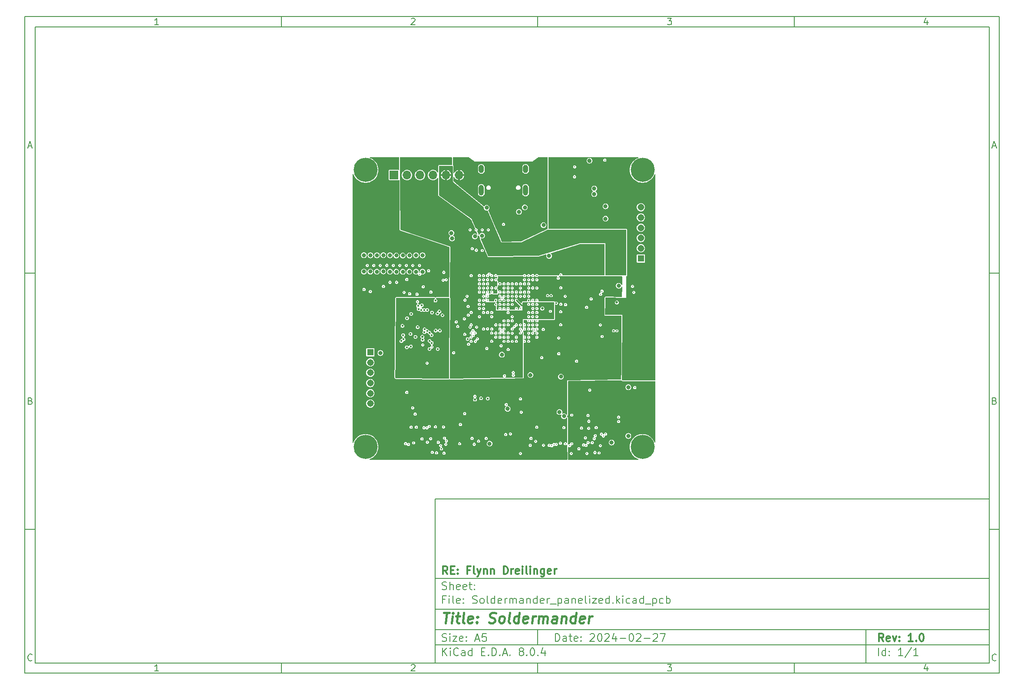
<source format=gbr>
%TF.GenerationSoftware,KiCad,Pcbnew,8.0.4*%
%TF.CreationDate,2024-07-26T20:24:48-07:00*%
%TF.ProjectId,Soldermander_panelized,536f6c64-6572-46d6-916e-6465725f7061,1.0*%
%TF.SameCoordinates,Original*%
%TF.FileFunction,Copper,L4,Inr*%
%TF.FilePolarity,Positive*%
%FSLAX46Y46*%
G04 Gerber Fmt 4.6, Leading zero omitted, Abs format (unit mm)*
G04 Created by KiCad (PCBNEW 8.0.4) date 2024-07-26 20:24:48*
%MOMM*%
%LPD*%
G01*
G04 APERTURE LIST*
%ADD10C,0.100000*%
%ADD11C,0.150000*%
%ADD12C,0.300000*%
%ADD13C,0.400000*%
%TA.AperFunction,ComponentPad*%
%ADD14C,4.700000*%
%TD*%
%TA.AperFunction,ComponentPad*%
%ADD15R,1.308000X1.308000*%
%TD*%
%TA.AperFunction,ComponentPad*%
%ADD16C,1.308000*%
%TD*%
%TA.AperFunction,ComponentPad*%
%ADD17O,1.000000X2.100000*%
%TD*%
%TA.AperFunction,ComponentPad*%
%ADD18O,1.000000X1.600000*%
%TD*%
%TA.AperFunction,ComponentPad*%
%ADD19R,1.700000X1.700000*%
%TD*%
%TA.AperFunction,ComponentPad*%
%ADD20O,1.700000X1.700000*%
%TD*%
%TA.AperFunction,ViaPad*%
%ADD21C,0.300000*%
%TD*%
%TA.AperFunction,ViaPad*%
%ADD22C,0.400000*%
%TD*%
%TA.AperFunction,ViaPad*%
%ADD23C,0.800000*%
%TD*%
%TA.AperFunction,ViaPad*%
%ADD24C,0.500000*%
%TD*%
%TA.AperFunction,ViaPad*%
%ADD25C,0.406400*%
%TD*%
%TA.AperFunction,Conductor*%
%ADD26C,0.250000*%
%TD*%
G04 APERTURE END LIST*
D10*
D11*
X90007200Y-104005800D02*
X198007200Y-104005800D01*
X198007200Y-136005800D01*
X90007200Y-136005800D01*
X90007200Y-104005800D01*
D10*
D11*
X10000000Y-10000000D02*
X200007200Y-10000000D01*
X200007200Y-138005800D01*
X10000000Y-138005800D01*
X10000000Y-10000000D01*
D10*
D11*
X12000000Y-12000000D02*
X198007200Y-12000000D01*
X198007200Y-136005800D01*
X12000000Y-136005800D01*
X12000000Y-12000000D01*
D10*
D11*
X60000000Y-12000000D02*
X60000000Y-10000000D01*
D10*
D11*
X110000000Y-12000000D02*
X110000000Y-10000000D01*
D10*
D11*
X160000000Y-12000000D02*
X160000000Y-10000000D01*
D10*
D11*
X36089160Y-11593604D02*
X35346303Y-11593604D01*
X35717731Y-11593604D02*
X35717731Y-10293604D01*
X35717731Y-10293604D02*
X35593922Y-10479319D01*
X35593922Y-10479319D02*
X35470112Y-10603128D01*
X35470112Y-10603128D02*
X35346303Y-10665033D01*
D10*
D11*
X85346303Y-10417414D02*
X85408207Y-10355509D01*
X85408207Y-10355509D02*
X85532017Y-10293604D01*
X85532017Y-10293604D02*
X85841541Y-10293604D01*
X85841541Y-10293604D02*
X85965350Y-10355509D01*
X85965350Y-10355509D02*
X86027255Y-10417414D01*
X86027255Y-10417414D02*
X86089160Y-10541223D01*
X86089160Y-10541223D02*
X86089160Y-10665033D01*
X86089160Y-10665033D02*
X86027255Y-10850747D01*
X86027255Y-10850747D02*
X85284398Y-11593604D01*
X85284398Y-11593604D02*
X86089160Y-11593604D01*
D10*
D11*
X135284398Y-10293604D02*
X136089160Y-10293604D01*
X136089160Y-10293604D02*
X135655826Y-10788842D01*
X135655826Y-10788842D02*
X135841541Y-10788842D01*
X135841541Y-10788842D02*
X135965350Y-10850747D01*
X135965350Y-10850747D02*
X136027255Y-10912652D01*
X136027255Y-10912652D02*
X136089160Y-11036461D01*
X136089160Y-11036461D02*
X136089160Y-11345985D01*
X136089160Y-11345985D02*
X136027255Y-11469795D01*
X136027255Y-11469795D02*
X135965350Y-11531700D01*
X135965350Y-11531700D02*
X135841541Y-11593604D01*
X135841541Y-11593604D02*
X135470112Y-11593604D01*
X135470112Y-11593604D02*
X135346303Y-11531700D01*
X135346303Y-11531700D02*
X135284398Y-11469795D01*
D10*
D11*
X185965350Y-10726938D02*
X185965350Y-11593604D01*
X185655826Y-10231700D02*
X185346303Y-11160271D01*
X185346303Y-11160271D02*
X186151064Y-11160271D01*
D10*
D11*
X60000000Y-136005800D02*
X60000000Y-138005800D01*
D10*
D11*
X110000000Y-136005800D02*
X110000000Y-138005800D01*
D10*
D11*
X160000000Y-136005800D02*
X160000000Y-138005800D01*
D10*
D11*
X36089160Y-137599404D02*
X35346303Y-137599404D01*
X35717731Y-137599404D02*
X35717731Y-136299404D01*
X35717731Y-136299404D02*
X35593922Y-136485119D01*
X35593922Y-136485119D02*
X35470112Y-136608928D01*
X35470112Y-136608928D02*
X35346303Y-136670833D01*
D10*
D11*
X85346303Y-136423214D02*
X85408207Y-136361309D01*
X85408207Y-136361309D02*
X85532017Y-136299404D01*
X85532017Y-136299404D02*
X85841541Y-136299404D01*
X85841541Y-136299404D02*
X85965350Y-136361309D01*
X85965350Y-136361309D02*
X86027255Y-136423214D01*
X86027255Y-136423214D02*
X86089160Y-136547023D01*
X86089160Y-136547023D02*
X86089160Y-136670833D01*
X86089160Y-136670833D02*
X86027255Y-136856547D01*
X86027255Y-136856547D02*
X85284398Y-137599404D01*
X85284398Y-137599404D02*
X86089160Y-137599404D01*
D10*
D11*
X135284398Y-136299404D02*
X136089160Y-136299404D01*
X136089160Y-136299404D02*
X135655826Y-136794642D01*
X135655826Y-136794642D02*
X135841541Y-136794642D01*
X135841541Y-136794642D02*
X135965350Y-136856547D01*
X135965350Y-136856547D02*
X136027255Y-136918452D01*
X136027255Y-136918452D02*
X136089160Y-137042261D01*
X136089160Y-137042261D02*
X136089160Y-137351785D01*
X136089160Y-137351785D02*
X136027255Y-137475595D01*
X136027255Y-137475595D02*
X135965350Y-137537500D01*
X135965350Y-137537500D02*
X135841541Y-137599404D01*
X135841541Y-137599404D02*
X135470112Y-137599404D01*
X135470112Y-137599404D02*
X135346303Y-137537500D01*
X135346303Y-137537500D02*
X135284398Y-137475595D01*
D10*
D11*
X185965350Y-136732738D02*
X185965350Y-137599404D01*
X185655826Y-136237500D02*
X185346303Y-137166071D01*
X185346303Y-137166071D02*
X186151064Y-137166071D01*
D10*
D11*
X10000000Y-60000000D02*
X12000000Y-60000000D01*
D10*
D11*
X10000000Y-110000000D02*
X12000000Y-110000000D01*
D10*
D11*
X10690476Y-35222176D02*
X11309523Y-35222176D01*
X10566666Y-35593604D02*
X10999999Y-34293604D01*
X10999999Y-34293604D02*
X11433333Y-35593604D01*
D10*
D11*
X11092857Y-84912652D02*
X11278571Y-84974557D01*
X11278571Y-84974557D02*
X11340476Y-85036461D01*
X11340476Y-85036461D02*
X11402380Y-85160271D01*
X11402380Y-85160271D02*
X11402380Y-85345985D01*
X11402380Y-85345985D02*
X11340476Y-85469795D01*
X11340476Y-85469795D02*
X11278571Y-85531700D01*
X11278571Y-85531700D02*
X11154761Y-85593604D01*
X11154761Y-85593604D02*
X10659523Y-85593604D01*
X10659523Y-85593604D02*
X10659523Y-84293604D01*
X10659523Y-84293604D02*
X11092857Y-84293604D01*
X11092857Y-84293604D02*
X11216666Y-84355509D01*
X11216666Y-84355509D02*
X11278571Y-84417414D01*
X11278571Y-84417414D02*
X11340476Y-84541223D01*
X11340476Y-84541223D02*
X11340476Y-84665033D01*
X11340476Y-84665033D02*
X11278571Y-84788842D01*
X11278571Y-84788842D02*
X11216666Y-84850747D01*
X11216666Y-84850747D02*
X11092857Y-84912652D01*
X11092857Y-84912652D02*
X10659523Y-84912652D01*
D10*
D11*
X11402380Y-135469795D02*
X11340476Y-135531700D01*
X11340476Y-135531700D02*
X11154761Y-135593604D01*
X11154761Y-135593604D02*
X11030952Y-135593604D01*
X11030952Y-135593604D02*
X10845238Y-135531700D01*
X10845238Y-135531700D02*
X10721428Y-135407890D01*
X10721428Y-135407890D02*
X10659523Y-135284080D01*
X10659523Y-135284080D02*
X10597619Y-135036461D01*
X10597619Y-135036461D02*
X10597619Y-134850747D01*
X10597619Y-134850747D02*
X10659523Y-134603128D01*
X10659523Y-134603128D02*
X10721428Y-134479319D01*
X10721428Y-134479319D02*
X10845238Y-134355509D01*
X10845238Y-134355509D02*
X11030952Y-134293604D01*
X11030952Y-134293604D02*
X11154761Y-134293604D01*
X11154761Y-134293604D02*
X11340476Y-134355509D01*
X11340476Y-134355509D02*
X11402380Y-134417414D01*
D10*
D11*
X200007200Y-60000000D02*
X198007200Y-60000000D01*
D10*
D11*
X200007200Y-110000000D02*
X198007200Y-110000000D01*
D10*
D11*
X198697676Y-35222176D02*
X199316723Y-35222176D01*
X198573866Y-35593604D02*
X199007199Y-34293604D01*
X199007199Y-34293604D02*
X199440533Y-35593604D01*
D10*
D11*
X199100057Y-84912652D02*
X199285771Y-84974557D01*
X199285771Y-84974557D02*
X199347676Y-85036461D01*
X199347676Y-85036461D02*
X199409580Y-85160271D01*
X199409580Y-85160271D02*
X199409580Y-85345985D01*
X199409580Y-85345985D02*
X199347676Y-85469795D01*
X199347676Y-85469795D02*
X199285771Y-85531700D01*
X199285771Y-85531700D02*
X199161961Y-85593604D01*
X199161961Y-85593604D02*
X198666723Y-85593604D01*
X198666723Y-85593604D02*
X198666723Y-84293604D01*
X198666723Y-84293604D02*
X199100057Y-84293604D01*
X199100057Y-84293604D02*
X199223866Y-84355509D01*
X199223866Y-84355509D02*
X199285771Y-84417414D01*
X199285771Y-84417414D02*
X199347676Y-84541223D01*
X199347676Y-84541223D02*
X199347676Y-84665033D01*
X199347676Y-84665033D02*
X199285771Y-84788842D01*
X199285771Y-84788842D02*
X199223866Y-84850747D01*
X199223866Y-84850747D02*
X199100057Y-84912652D01*
X199100057Y-84912652D02*
X198666723Y-84912652D01*
D10*
D11*
X199409580Y-135469795D02*
X199347676Y-135531700D01*
X199347676Y-135531700D02*
X199161961Y-135593604D01*
X199161961Y-135593604D02*
X199038152Y-135593604D01*
X199038152Y-135593604D02*
X198852438Y-135531700D01*
X198852438Y-135531700D02*
X198728628Y-135407890D01*
X198728628Y-135407890D02*
X198666723Y-135284080D01*
X198666723Y-135284080D02*
X198604819Y-135036461D01*
X198604819Y-135036461D02*
X198604819Y-134850747D01*
X198604819Y-134850747D02*
X198666723Y-134603128D01*
X198666723Y-134603128D02*
X198728628Y-134479319D01*
X198728628Y-134479319D02*
X198852438Y-134355509D01*
X198852438Y-134355509D02*
X199038152Y-134293604D01*
X199038152Y-134293604D02*
X199161961Y-134293604D01*
X199161961Y-134293604D02*
X199347676Y-134355509D01*
X199347676Y-134355509D02*
X199409580Y-134417414D01*
D10*
D11*
X113463026Y-131791928D02*
X113463026Y-130291928D01*
X113463026Y-130291928D02*
X113820169Y-130291928D01*
X113820169Y-130291928D02*
X114034455Y-130363357D01*
X114034455Y-130363357D02*
X114177312Y-130506214D01*
X114177312Y-130506214D02*
X114248741Y-130649071D01*
X114248741Y-130649071D02*
X114320169Y-130934785D01*
X114320169Y-130934785D02*
X114320169Y-131149071D01*
X114320169Y-131149071D02*
X114248741Y-131434785D01*
X114248741Y-131434785D02*
X114177312Y-131577642D01*
X114177312Y-131577642D02*
X114034455Y-131720500D01*
X114034455Y-131720500D02*
X113820169Y-131791928D01*
X113820169Y-131791928D02*
X113463026Y-131791928D01*
X115605884Y-131791928D02*
X115605884Y-131006214D01*
X115605884Y-131006214D02*
X115534455Y-130863357D01*
X115534455Y-130863357D02*
X115391598Y-130791928D01*
X115391598Y-130791928D02*
X115105884Y-130791928D01*
X115105884Y-130791928D02*
X114963026Y-130863357D01*
X115605884Y-131720500D02*
X115463026Y-131791928D01*
X115463026Y-131791928D02*
X115105884Y-131791928D01*
X115105884Y-131791928D02*
X114963026Y-131720500D01*
X114963026Y-131720500D02*
X114891598Y-131577642D01*
X114891598Y-131577642D02*
X114891598Y-131434785D01*
X114891598Y-131434785D02*
X114963026Y-131291928D01*
X114963026Y-131291928D02*
X115105884Y-131220500D01*
X115105884Y-131220500D02*
X115463026Y-131220500D01*
X115463026Y-131220500D02*
X115605884Y-131149071D01*
X116105884Y-130791928D02*
X116677312Y-130791928D01*
X116320169Y-130291928D02*
X116320169Y-131577642D01*
X116320169Y-131577642D02*
X116391598Y-131720500D01*
X116391598Y-131720500D02*
X116534455Y-131791928D01*
X116534455Y-131791928D02*
X116677312Y-131791928D01*
X117748741Y-131720500D02*
X117605884Y-131791928D01*
X117605884Y-131791928D02*
X117320170Y-131791928D01*
X117320170Y-131791928D02*
X117177312Y-131720500D01*
X117177312Y-131720500D02*
X117105884Y-131577642D01*
X117105884Y-131577642D02*
X117105884Y-131006214D01*
X117105884Y-131006214D02*
X117177312Y-130863357D01*
X117177312Y-130863357D02*
X117320170Y-130791928D01*
X117320170Y-130791928D02*
X117605884Y-130791928D01*
X117605884Y-130791928D02*
X117748741Y-130863357D01*
X117748741Y-130863357D02*
X117820170Y-131006214D01*
X117820170Y-131006214D02*
X117820170Y-131149071D01*
X117820170Y-131149071D02*
X117105884Y-131291928D01*
X118463026Y-131649071D02*
X118534455Y-131720500D01*
X118534455Y-131720500D02*
X118463026Y-131791928D01*
X118463026Y-131791928D02*
X118391598Y-131720500D01*
X118391598Y-131720500D02*
X118463026Y-131649071D01*
X118463026Y-131649071D02*
X118463026Y-131791928D01*
X118463026Y-130863357D02*
X118534455Y-130934785D01*
X118534455Y-130934785D02*
X118463026Y-131006214D01*
X118463026Y-131006214D02*
X118391598Y-130934785D01*
X118391598Y-130934785D02*
X118463026Y-130863357D01*
X118463026Y-130863357D02*
X118463026Y-131006214D01*
X120248741Y-130434785D02*
X120320169Y-130363357D01*
X120320169Y-130363357D02*
X120463027Y-130291928D01*
X120463027Y-130291928D02*
X120820169Y-130291928D01*
X120820169Y-130291928D02*
X120963027Y-130363357D01*
X120963027Y-130363357D02*
X121034455Y-130434785D01*
X121034455Y-130434785D02*
X121105884Y-130577642D01*
X121105884Y-130577642D02*
X121105884Y-130720500D01*
X121105884Y-130720500D02*
X121034455Y-130934785D01*
X121034455Y-130934785D02*
X120177312Y-131791928D01*
X120177312Y-131791928D02*
X121105884Y-131791928D01*
X122034455Y-130291928D02*
X122177312Y-130291928D01*
X122177312Y-130291928D02*
X122320169Y-130363357D01*
X122320169Y-130363357D02*
X122391598Y-130434785D01*
X122391598Y-130434785D02*
X122463026Y-130577642D01*
X122463026Y-130577642D02*
X122534455Y-130863357D01*
X122534455Y-130863357D02*
X122534455Y-131220500D01*
X122534455Y-131220500D02*
X122463026Y-131506214D01*
X122463026Y-131506214D02*
X122391598Y-131649071D01*
X122391598Y-131649071D02*
X122320169Y-131720500D01*
X122320169Y-131720500D02*
X122177312Y-131791928D01*
X122177312Y-131791928D02*
X122034455Y-131791928D01*
X122034455Y-131791928D02*
X121891598Y-131720500D01*
X121891598Y-131720500D02*
X121820169Y-131649071D01*
X121820169Y-131649071D02*
X121748740Y-131506214D01*
X121748740Y-131506214D02*
X121677312Y-131220500D01*
X121677312Y-131220500D02*
X121677312Y-130863357D01*
X121677312Y-130863357D02*
X121748740Y-130577642D01*
X121748740Y-130577642D02*
X121820169Y-130434785D01*
X121820169Y-130434785D02*
X121891598Y-130363357D01*
X121891598Y-130363357D02*
X122034455Y-130291928D01*
X123105883Y-130434785D02*
X123177311Y-130363357D01*
X123177311Y-130363357D02*
X123320169Y-130291928D01*
X123320169Y-130291928D02*
X123677311Y-130291928D01*
X123677311Y-130291928D02*
X123820169Y-130363357D01*
X123820169Y-130363357D02*
X123891597Y-130434785D01*
X123891597Y-130434785D02*
X123963026Y-130577642D01*
X123963026Y-130577642D02*
X123963026Y-130720500D01*
X123963026Y-130720500D02*
X123891597Y-130934785D01*
X123891597Y-130934785D02*
X123034454Y-131791928D01*
X123034454Y-131791928D02*
X123963026Y-131791928D01*
X125248740Y-130791928D02*
X125248740Y-131791928D01*
X124891597Y-130220500D02*
X124534454Y-131291928D01*
X124534454Y-131291928D02*
X125463025Y-131291928D01*
X126034453Y-131220500D02*
X127177311Y-131220500D01*
X128177311Y-130291928D02*
X128320168Y-130291928D01*
X128320168Y-130291928D02*
X128463025Y-130363357D01*
X128463025Y-130363357D02*
X128534454Y-130434785D01*
X128534454Y-130434785D02*
X128605882Y-130577642D01*
X128605882Y-130577642D02*
X128677311Y-130863357D01*
X128677311Y-130863357D02*
X128677311Y-131220500D01*
X128677311Y-131220500D02*
X128605882Y-131506214D01*
X128605882Y-131506214D02*
X128534454Y-131649071D01*
X128534454Y-131649071D02*
X128463025Y-131720500D01*
X128463025Y-131720500D02*
X128320168Y-131791928D01*
X128320168Y-131791928D02*
X128177311Y-131791928D01*
X128177311Y-131791928D02*
X128034454Y-131720500D01*
X128034454Y-131720500D02*
X127963025Y-131649071D01*
X127963025Y-131649071D02*
X127891596Y-131506214D01*
X127891596Y-131506214D02*
X127820168Y-131220500D01*
X127820168Y-131220500D02*
X127820168Y-130863357D01*
X127820168Y-130863357D02*
X127891596Y-130577642D01*
X127891596Y-130577642D02*
X127963025Y-130434785D01*
X127963025Y-130434785D02*
X128034454Y-130363357D01*
X128034454Y-130363357D02*
X128177311Y-130291928D01*
X129248739Y-130434785D02*
X129320167Y-130363357D01*
X129320167Y-130363357D02*
X129463025Y-130291928D01*
X129463025Y-130291928D02*
X129820167Y-130291928D01*
X129820167Y-130291928D02*
X129963025Y-130363357D01*
X129963025Y-130363357D02*
X130034453Y-130434785D01*
X130034453Y-130434785D02*
X130105882Y-130577642D01*
X130105882Y-130577642D02*
X130105882Y-130720500D01*
X130105882Y-130720500D02*
X130034453Y-130934785D01*
X130034453Y-130934785D02*
X129177310Y-131791928D01*
X129177310Y-131791928D02*
X130105882Y-131791928D01*
X130748738Y-131220500D02*
X131891596Y-131220500D01*
X132534453Y-130434785D02*
X132605881Y-130363357D01*
X132605881Y-130363357D02*
X132748739Y-130291928D01*
X132748739Y-130291928D02*
X133105881Y-130291928D01*
X133105881Y-130291928D02*
X133248739Y-130363357D01*
X133248739Y-130363357D02*
X133320167Y-130434785D01*
X133320167Y-130434785D02*
X133391596Y-130577642D01*
X133391596Y-130577642D02*
X133391596Y-130720500D01*
X133391596Y-130720500D02*
X133320167Y-130934785D01*
X133320167Y-130934785D02*
X132463024Y-131791928D01*
X132463024Y-131791928D02*
X133391596Y-131791928D01*
X133891595Y-130291928D02*
X134891595Y-130291928D01*
X134891595Y-130291928D02*
X134248738Y-131791928D01*
D10*
D11*
X90007200Y-132505800D02*
X198007200Y-132505800D01*
D10*
D11*
X91463026Y-134591928D02*
X91463026Y-133091928D01*
X92320169Y-134591928D02*
X91677312Y-133734785D01*
X92320169Y-133091928D02*
X91463026Y-133949071D01*
X92963026Y-134591928D02*
X92963026Y-133591928D01*
X92963026Y-133091928D02*
X92891598Y-133163357D01*
X92891598Y-133163357D02*
X92963026Y-133234785D01*
X92963026Y-133234785D02*
X93034455Y-133163357D01*
X93034455Y-133163357D02*
X92963026Y-133091928D01*
X92963026Y-133091928D02*
X92963026Y-133234785D01*
X94534455Y-134449071D02*
X94463027Y-134520500D01*
X94463027Y-134520500D02*
X94248741Y-134591928D01*
X94248741Y-134591928D02*
X94105884Y-134591928D01*
X94105884Y-134591928D02*
X93891598Y-134520500D01*
X93891598Y-134520500D02*
X93748741Y-134377642D01*
X93748741Y-134377642D02*
X93677312Y-134234785D01*
X93677312Y-134234785D02*
X93605884Y-133949071D01*
X93605884Y-133949071D02*
X93605884Y-133734785D01*
X93605884Y-133734785D02*
X93677312Y-133449071D01*
X93677312Y-133449071D02*
X93748741Y-133306214D01*
X93748741Y-133306214D02*
X93891598Y-133163357D01*
X93891598Y-133163357D02*
X94105884Y-133091928D01*
X94105884Y-133091928D02*
X94248741Y-133091928D01*
X94248741Y-133091928D02*
X94463027Y-133163357D01*
X94463027Y-133163357D02*
X94534455Y-133234785D01*
X95820170Y-134591928D02*
X95820170Y-133806214D01*
X95820170Y-133806214D02*
X95748741Y-133663357D01*
X95748741Y-133663357D02*
X95605884Y-133591928D01*
X95605884Y-133591928D02*
X95320170Y-133591928D01*
X95320170Y-133591928D02*
X95177312Y-133663357D01*
X95820170Y-134520500D02*
X95677312Y-134591928D01*
X95677312Y-134591928D02*
X95320170Y-134591928D01*
X95320170Y-134591928D02*
X95177312Y-134520500D01*
X95177312Y-134520500D02*
X95105884Y-134377642D01*
X95105884Y-134377642D02*
X95105884Y-134234785D01*
X95105884Y-134234785D02*
X95177312Y-134091928D01*
X95177312Y-134091928D02*
X95320170Y-134020500D01*
X95320170Y-134020500D02*
X95677312Y-134020500D01*
X95677312Y-134020500D02*
X95820170Y-133949071D01*
X97177313Y-134591928D02*
X97177313Y-133091928D01*
X97177313Y-134520500D02*
X97034455Y-134591928D01*
X97034455Y-134591928D02*
X96748741Y-134591928D01*
X96748741Y-134591928D02*
X96605884Y-134520500D01*
X96605884Y-134520500D02*
X96534455Y-134449071D01*
X96534455Y-134449071D02*
X96463027Y-134306214D01*
X96463027Y-134306214D02*
X96463027Y-133877642D01*
X96463027Y-133877642D02*
X96534455Y-133734785D01*
X96534455Y-133734785D02*
X96605884Y-133663357D01*
X96605884Y-133663357D02*
X96748741Y-133591928D01*
X96748741Y-133591928D02*
X97034455Y-133591928D01*
X97034455Y-133591928D02*
X97177313Y-133663357D01*
X99034455Y-133806214D02*
X99534455Y-133806214D01*
X99748741Y-134591928D02*
X99034455Y-134591928D01*
X99034455Y-134591928D02*
X99034455Y-133091928D01*
X99034455Y-133091928D02*
X99748741Y-133091928D01*
X100391598Y-134449071D02*
X100463027Y-134520500D01*
X100463027Y-134520500D02*
X100391598Y-134591928D01*
X100391598Y-134591928D02*
X100320170Y-134520500D01*
X100320170Y-134520500D02*
X100391598Y-134449071D01*
X100391598Y-134449071D02*
X100391598Y-134591928D01*
X101105884Y-134591928D02*
X101105884Y-133091928D01*
X101105884Y-133091928D02*
X101463027Y-133091928D01*
X101463027Y-133091928D02*
X101677313Y-133163357D01*
X101677313Y-133163357D02*
X101820170Y-133306214D01*
X101820170Y-133306214D02*
X101891599Y-133449071D01*
X101891599Y-133449071D02*
X101963027Y-133734785D01*
X101963027Y-133734785D02*
X101963027Y-133949071D01*
X101963027Y-133949071D02*
X101891599Y-134234785D01*
X101891599Y-134234785D02*
X101820170Y-134377642D01*
X101820170Y-134377642D02*
X101677313Y-134520500D01*
X101677313Y-134520500D02*
X101463027Y-134591928D01*
X101463027Y-134591928D02*
X101105884Y-134591928D01*
X102605884Y-134449071D02*
X102677313Y-134520500D01*
X102677313Y-134520500D02*
X102605884Y-134591928D01*
X102605884Y-134591928D02*
X102534456Y-134520500D01*
X102534456Y-134520500D02*
X102605884Y-134449071D01*
X102605884Y-134449071D02*
X102605884Y-134591928D01*
X103248742Y-134163357D02*
X103963028Y-134163357D01*
X103105885Y-134591928D02*
X103605885Y-133091928D01*
X103605885Y-133091928D02*
X104105885Y-134591928D01*
X104605884Y-134449071D02*
X104677313Y-134520500D01*
X104677313Y-134520500D02*
X104605884Y-134591928D01*
X104605884Y-134591928D02*
X104534456Y-134520500D01*
X104534456Y-134520500D02*
X104605884Y-134449071D01*
X104605884Y-134449071D02*
X104605884Y-134591928D01*
X106677313Y-133734785D02*
X106534456Y-133663357D01*
X106534456Y-133663357D02*
X106463027Y-133591928D01*
X106463027Y-133591928D02*
X106391599Y-133449071D01*
X106391599Y-133449071D02*
X106391599Y-133377642D01*
X106391599Y-133377642D02*
X106463027Y-133234785D01*
X106463027Y-133234785D02*
X106534456Y-133163357D01*
X106534456Y-133163357D02*
X106677313Y-133091928D01*
X106677313Y-133091928D02*
X106963027Y-133091928D01*
X106963027Y-133091928D02*
X107105885Y-133163357D01*
X107105885Y-133163357D02*
X107177313Y-133234785D01*
X107177313Y-133234785D02*
X107248742Y-133377642D01*
X107248742Y-133377642D02*
X107248742Y-133449071D01*
X107248742Y-133449071D02*
X107177313Y-133591928D01*
X107177313Y-133591928D02*
X107105885Y-133663357D01*
X107105885Y-133663357D02*
X106963027Y-133734785D01*
X106963027Y-133734785D02*
X106677313Y-133734785D01*
X106677313Y-133734785D02*
X106534456Y-133806214D01*
X106534456Y-133806214D02*
X106463027Y-133877642D01*
X106463027Y-133877642D02*
X106391599Y-134020500D01*
X106391599Y-134020500D02*
X106391599Y-134306214D01*
X106391599Y-134306214D02*
X106463027Y-134449071D01*
X106463027Y-134449071D02*
X106534456Y-134520500D01*
X106534456Y-134520500D02*
X106677313Y-134591928D01*
X106677313Y-134591928D02*
X106963027Y-134591928D01*
X106963027Y-134591928D02*
X107105885Y-134520500D01*
X107105885Y-134520500D02*
X107177313Y-134449071D01*
X107177313Y-134449071D02*
X107248742Y-134306214D01*
X107248742Y-134306214D02*
X107248742Y-134020500D01*
X107248742Y-134020500D02*
X107177313Y-133877642D01*
X107177313Y-133877642D02*
X107105885Y-133806214D01*
X107105885Y-133806214D02*
X106963027Y-133734785D01*
X107891598Y-134449071D02*
X107963027Y-134520500D01*
X107963027Y-134520500D02*
X107891598Y-134591928D01*
X107891598Y-134591928D02*
X107820170Y-134520500D01*
X107820170Y-134520500D02*
X107891598Y-134449071D01*
X107891598Y-134449071D02*
X107891598Y-134591928D01*
X108891599Y-133091928D02*
X109034456Y-133091928D01*
X109034456Y-133091928D02*
X109177313Y-133163357D01*
X109177313Y-133163357D02*
X109248742Y-133234785D01*
X109248742Y-133234785D02*
X109320170Y-133377642D01*
X109320170Y-133377642D02*
X109391599Y-133663357D01*
X109391599Y-133663357D02*
X109391599Y-134020500D01*
X109391599Y-134020500D02*
X109320170Y-134306214D01*
X109320170Y-134306214D02*
X109248742Y-134449071D01*
X109248742Y-134449071D02*
X109177313Y-134520500D01*
X109177313Y-134520500D02*
X109034456Y-134591928D01*
X109034456Y-134591928D02*
X108891599Y-134591928D01*
X108891599Y-134591928D02*
X108748742Y-134520500D01*
X108748742Y-134520500D02*
X108677313Y-134449071D01*
X108677313Y-134449071D02*
X108605884Y-134306214D01*
X108605884Y-134306214D02*
X108534456Y-134020500D01*
X108534456Y-134020500D02*
X108534456Y-133663357D01*
X108534456Y-133663357D02*
X108605884Y-133377642D01*
X108605884Y-133377642D02*
X108677313Y-133234785D01*
X108677313Y-133234785D02*
X108748742Y-133163357D01*
X108748742Y-133163357D02*
X108891599Y-133091928D01*
X110034455Y-134449071D02*
X110105884Y-134520500D01*
X110105884Y-134520500D02*
X110034455Y-134591928D01*
X110034455Y-134591928D02*
X109963027Y-134520500D01*
X109963027Y-134520500D02*
X110034455Y-134449071D01*
X110034455Y-134449071D02*
X110034455Y-134591928D01*
X111391599Y-133591928D02*
X111391599Y-134591928D01*
X111034456Y-133020500D02*
X110677313Y-134091928D01*
X110677313Y-134091928D02*
X111605884Y-134091928D01*
D10*
D11*
X90007200Y-129505800D02*
X198007200Y-129505800D01*
D10*
D12*
X177418853Y-131784128D02*
X176918853Y-131069842D01*
X176561710Y-131784128D02*
X176561710Y-130284128D01*
X176561710Y-130284128D02*
X177133139Y-130284128D01*
X177133139Y-130284128D02*
X177275996Y-130355557D01*
X177275996Y-130355557D02*
X177347425Y-130426985D01*
X177347425Y-130426985D02*
X177418853Y-130569842D01*
X177418853Y-130569842D02*
X177418853Y-130784128D01*
X177418853Y-130784128D02*
X177347425Y-130926985D01*
X177347425Y-130926985D02*
X177275996Y-130998414D01*
X177275996Y-130998414D02*
X177133139Y-131069842D01*
X177133139Y-131069842D02*
X176561710Y-131069842D01*
X178633139Y-131712700D02*
X178490282Y-131784128D01*
X178490282Y-131784128D02*
X178204568Y-131784128D01*
X178204568Y-131784128D02*
X178061710Y-131712700D01*
X178061710Y-131712700D02*
X177990282Y-131569842D01*
X177990282Y-131569842D02*
X177990282Y-130998414D01*
X177990282Y-130998414D02*
X178061710Y-130855557D01*
X178061710Y-130855557D02*
X178204568Y-130784128D01*
X178204568Y-130784128D02*
X178490282Y-130784128D01*
X178490282Y-130784128D02*
X178633139Y-130855557D01*
X178633139Y-130855557D02*
X178704568Y-130998414D01*
X178704568Y-130998414D02*
X178704568Y-131141271D01*
X178704568Y-131141271D02*
X177990282Y-131284128D01*
X179204567Y-130784128D02*
X179561710Y-131784128D01*
X179561710Y-131784128D02*
X179918853Y-130784128D01*
X180490281Y-131641271D02*
X180561710Y-131712700D01*
X180561710Y-131712700D02*
X180490281Y-131784128D01*
X180490281Y-131784128D02*
X180418853Y-131712700D01*
X180418853Y-131712700D02*
X180490281Y-131641271D01*
X180490281Y-131641271D02*
X180490281Y-131784128D01*
X180490281Y-130855557D02*
X180561710Y-130926985D01*
X180561710Y-130926985D02*
X180490281Y-130998414D01*
X180490281Y-130998414D02*
X180418853Y-130926985D01*
X180418853Y-130926985D02*
X180490281Y-130855557D01*
X180490281Y-130855557D02*
X180490281Y-130998414D01*
X183133139Y-131784128D02*
X182275996Y-131784128D01*
X182704567Y-131784128D02*
X182704567Y-130284128D01*
X182704567Y-130284128D02*
X182561710Y-130498414D01*
X182561710Y-130498414D02*
X182418853Y-130641271D01*
X182418853Y-130641271D02*
X182275996Y-130712700D01*
X183775995Y-131641271D02*
X183847424Y-131712700D01*
X183847424Y-131712700D02*
X183775995Y-131784128D01*
X183775995Y-131784128D02*
X183704567Y-131712700D01*
X183704567Y-131712700D02*
X183775995Y-131641271D01*
X183775995Y-131641271D02*
X183775995Y-131784128D01*
X184775996Y-130284128D02*
X184918853Y-130284128D01*
X184918853Y-130284128D02*
X185061710Y-130355557D01*
X185061710Y-130355557D02*
X185133139Y-130426985D01*
X185133139Y-130426985D02*
X185204567Y-130569842D01*
X185204567Y-130569842D02*
X185275996Y-130855557D01*
X185275996Y-130855557D02*
X185275996Y-131212700D01*
X185275996Y-131212700D02*
X185204567Y-131498414D01*
X185204567Y-131498414D02*
X185133139Y-131641271D01*
X185133139Y-131641271D02*
X185061710Y-131712700D01*
X185061710Y-131712700D02*
X184918853Y-131784128D01*
X184918853Y-131784128D02*
X184775996Y-131784128D01*
X184775996Y-131784128D02*
X184633139Y-131712700D01*
X184633139Y-131712700D02*
X184561710Y-131641271D01*
X184561710Y-131641271D02*
X184490281Y-131498414D01*
X184490281Y-131498414D02*
X184418853Y-131212700D01*
X184418853Y-131212700D02*
X184418853Y-130855557D01*
X184418853Y-130855557D02*
X184490281Y-130569842D01*
X184490281Y-130569842D02*
X184561710Y-130426985D01*
X184561710Y-130426985D02*
X184633139Y-130355557D01*
X184633139Y-130355557D02*
X184775996Y-130284128D01*
D10*
D11*
X91391598Y-131720500D02*
X91605884Y-131791928D01*
X91605884Y-131791928D02*
X91963026Y-131791928D01*
X91963026Y-131791928D02*
X92105884Y-131720500D01*
X92105884Y-131720500D02*
X92177312Y-131649071D01*
X92177312Y-131649071D02*
X92248741Y-131506214D01*
X92248741Y-131506214D02*
X92248741Y-131363357D01*
X92248741Y-131363357D02*
X92177312Y-131220500D01*
X92177312Y-131220500D02*
X92105884Y-131149071D01*
X92105884Y-131149071D02*
X91963026Y-131077642D01*
X91963026Y-131077642D02*
X91677312Y-131006214D01*
X91677312Y-131006214D02*
X91534455Y-130934785D01*
X91534455Y-130934785D02*
X91463026Y-130863357D01*
X91463026Y-130863357D02*
X91391598Y-130720500D01*
X91391598Y-130720500D02*
X91391598Y-130577642D01*
X91391598Y-130577642D02*
X91463026Y-130434785D01*
X91463026Y-130434785D02*
X91534455Y-130363357D01*
X91534455Y-130363357D02*
X91677312Y-130291928D01*
X91677312Y-130291928D02*
X92034455Y-130291928D01*
X92034455Y-130291928D02*
X92248741Y-130363357D01*
X92891597Y-131791928D02*
X92891597Y-130791928D01*
X92891597Y-130291928D02*
X92820169Y-130363357D01*
X92820169Y-130363357D02*
X92891597Y-130434785D01*
X92891597Y-130434785D02*
X92963026Y-130363357D01*
X92963026Y-130363357D02*
X92891597Y-130291928D01*
X92891597Y-130291928D02*
X92891597Y-130434785D01*
X93463026Y-130791928D02*
X94248741Y-130791928D01*
X94248741Y-130791928D02*
X93463026Y-131791928D01*
X93463026Y-131791928D02*
X94248741Y-131791928D01*
X95391598Y-131720500D02*
X95248741Y-131791928D01*
X95248741Y-131791928D02*
X94963027Y-131791928D01*
X94963027Y-131791928D02*
X94820169Y-131720500D01*
X94820169Y-131720500D02*
X94748741Y-131577642D01*
X94748741Y-131577642D02*
X94748741Y-131006214D01*
X94748741Y-131006214D02*
X94820169Y-130863357D01*
X94820169Y-130863357D02*
X94963027Y-130791928D01*
X94963027Y-130791928D02*
X95248741Y-130791928D01*
X95248741Y-130791928D02*
X95391598Y-130863357D01*
X95391598Y-130863357D02*
X95463027Y-131006214D01*
X95463027Y-131006214D02*
X95463027Y-131149071D01*
X95463027Y-131149071D02*
X94748741Y-131291928D01*
X96105883Y-131649071D02*
X96177312Y-131720500D01*
X96177312Y-131720500D02*
X96105883Y-131791928D01*
X96105883Y-131791928D02*
X96034455Y-131720500D01*
X96034455Y-131720500D02*
X96105883Y-131649071D01*
X96105883Y-131649071D02*
X96105883Y-131791928D01*
X96105883Y-130863357D02*
X96177312Y-130934785D01*
X96177312Y-130934785D02*
X96105883Y-131006214D01*
X96105883Y-131006214D02*
X96034455Y-130934785D01*
X96034455Y-130934785D02*
X96105883Y-130863357D01*
X96105883Y-130863357D02*
X96105883Y-131006214D01*
X97891598Y-131363357D02*
X98605884Y-131363357D01*
X97748741Y-131791928D02*
X98248741Y-130291928D01*
X98248741Y-130291928D02*
X98748741Y-131791928D01*
X99963026Y-130291928D02*
X99248740Y-130291928D01*
X99248740Y-130291928D02*
X99177312Y-131006214D01*
X99177312Y-131006214D02*
X99248740Y-130934785D01*
X99248740Y-130934785D02*
X99391598Y-130863357D01*
X99391598Y-130863357D02*
X99748740Y-130863357D01*
X99748740Y-130863357D02*
X99891598Y-130934785D01*
X99891598Y-130934785D02*
X99963026Y-131006214D01*
X99963026Y-131006214D02*
X100034455Y-131149071D01*
X100034455Y-131149071D02*
X100034455Y-131506214D01*
X100034455Y-131506214D02*
X99963026Y-131649071D01*
X99963026Y-131649071D02*
X99891598Y-131720500D01*
X99891598Y-131720500D02*
X99748740Y-131791928D01*
X99748740Y-131791928D02*
X99391598Y-131791928D01*
X99391598Y-131791928D02*
X99248740Y-131720500D01*
X99248740Y-131720500D02*
X99177312Y-131649071D01*
D10*
D11*
X176463026Y-134591928D02*
X176463026Y-133091928D01*
X177820170Y-134591928D02*
X177820170Y-133091928D01*
X177820170Y-134520500D02*
X177677312Y-134591928D01*
X177677312Y-134591928D02*
X177391598Y-134591928D01*
X177391598Y-134591928D02*
X177248741Y-134520500D01*
X177248741Y-134520500D02*
X177177312Y-134449071D01*
X177177312Y-134449071D02*
X177105884Y-134306214D01*
X177105884Y-134306214D02*
X177105884Y-133877642D01*
X177105884Y-133877642D02*
X177177312Y-133734785D01*
X177177312Y-133734785D02*
X177248741Y-133663357D01*
X177248741Y-133663357D02*
X177391598Y-133591928D01*
X177391598Y-133591928D02*
X177677312Y-133591928D01*
X177677312Y-133591928D02*
X177820170Y-133663357D01*
X178534455Y-134449071D02*
X178605884Y-134520500D01*
X178605884Y-134520500D02*
X178534455Y-134591928D01*
X178534455Y-134591928D02*
X178463027Y-134520500D01*
X178463027Y-134520500D02*
X178534455Y-134449071D01*
X178534455Y-134449071D02*
X178534455Y-134591928D01*
X178534455Y-133663357D02*
X178605884Y-133734785D01*
X178605884Y-133734785D02*
X178534455Y-133806214D01*
X178534455Y-133806214D02*
X178463027Y-133734785D01*
X178463027Y-133734785D02*
X178534455Y-133663357D01*
X178534455Y-133663357D02*
X178534455Y-133806214D01*
X181177313Y-134591928D02*
X180320170Y-134591928D01*
X180748741Y-134591928D02*
X180748741Y-133091928D01*
X180748741Y-133091928D02*
X180605884Y-133306214D01*
X180605884Y-133306214D02*
X180463027Y-133449071D01*
X180463027Y-133449071D02*
X180320170Y-133520500D01*
X182891598Y-133020500D02*
X181605884Y-134949071D01*
X184177313Y-134591928D02*
X183320170Y-134591928D01*
X183748741Y-134591928D02*
X183748741Y-133091928D01*
X183748741Y-133091928D02*
X183605884Y-133306214D01*
X183605884Y-133306214D02*
X183463027Y-133449071D01*
X183463027Y-133449071D02*
X183320170Y-133520500D01*
D10*
D11*
X90007200Y-125505800D02*
X198007200Y-125505800D01*
D10*
D13*
X91698928Y-126210238D02*
X92841785Y-126210238D01*
X92020357Y-128210238D02*
X92270357Y-126210238D01*
X93258452Y-128210238D02*
X93425119Y-126876904D01*
X93508452Y-126210238D02*
X93401309Y-126305476D01*
X93401309Y-126305476D02*
X93484643Y-126400714D01*
X93484643Y-126400714D02*
X93591786Y-126305476D01*
X93591786Y-126305476D02*
X93508452Y-126210238D01*
X93508452Y-126210238D02*
X93484643Y-126400714D01*
X94091786Y-126876904D02*
X94853690Y-126876904D01*
X94460833Y-126210238D02*
X94246548Y-127924523D01*
X94246548Y-127924523D02*
X94317976Y-128115000D01*
X94317976Y-128115000D02*
X94496548Y-128210238D01*
X94496548Y-128210238D02*
X94687024Y-128210238D01*
X95639405Y-128210238D02*
X95460833Y-128115000D01*
X95460833Y-128115000D02*
X95389405Y-127924523D01*
X95389405Y-127924523D02*
X95603690Y-126210238D01*
X97175119Y-128115000D02*
X96972738Y-128210238D01*
X96972738Y-128210238D02*
X96591785Y-128210238D01*
X96591785Y-128210238D02*
X96413214Y-128115000D01*
X96413214Y-128115000D02*
X96341785Y-127924523D01*
X96341785Y-127924523D02*
X96437024Y-127162619D01*
X96437024Y-127162619D02*
X96556071Y-126972142D01*
X96556071Y-126972142D02*
X96758452Y-126876904D01*
X96758452Y-126876904D02*
X97139404Y-126876904D01*
X97139404Y-126876904D02*
X97317976Y-126972142D01*
X97317976Y-126972142D02*
X97389404Y-127162619D01*
X97389404Y-127162619D02*
X97365595Y-127353095D01*
X97365595Y-127353095D02*
X96389404Y-127543571D01*
X98139405Y-128019761D02*
X98222738Y-128115000D01*
X98222738Y-128115000D02*
X98115595Y-128210238D01*
X98115595Y-128210238D02*
X98032262Y-128115000D01*
X98032262Y-128115000D02*
X98139405Y-128019761D01*
X98139405Y-128019761D02*
X98115595Y-128210238D01*
X98270357Y-126972142D02*
X98353690Y-127067380D01*
X98353690Y-127067380D02*
X98246548Y-127162619D01*
X98246548Y-127162619D02*
X98163214Y-127067380D01*
X98163214Y-127067380D02*
X98270357Y-126972142D01*
X98270357Y-126972142D02*
X98246548Y-127162619D01*
X100508453Y-128115000D02*
X100782262Y-128210238D01*
X100782262Y-128210238D02*
X101258453Y-128210238D01*
X101258453Y-128210238D02*
X101460834Y-128115000D01*
X101460834Y-128115000D02*
X101567977Y-128019761D01*
X101567977Y-128019761D02*
X101687024Y-127829285D01*
X101687024Y-127829285D02*
X101710834Y-127638809D01*
X101710834Y-127638809D02*
X101639405Y-127448333D01*
X101639405Y-127448333D02*
X101556072Y-127353095D01*
X101556072Y-127353095D02*
X101377501Y-127257857D01*
X101377501Y-127257857D02*
X101008453Y-127162619D01*
X101008453Y-127162619D02*
X100829881Y-127067380D01*
X100829881Y-127067380D02*
X100746548Y-126972142D01*
X100746548Y-126972142D02*
X100675120Y-126781666D01*
X100675120Y-126781666D02*
X100698929Y-126591190D01*
X100698929Y-126591190D02*
X100817977Y-126400714D01*
X100817977Y-126400714D02*
X100925120Y-126305476D01*
X100925120Y-126305476D02*
X101127501Y-126210238D01*
X101127501Y-126210238D02*
X101603691Y-126210238D01*
X101603691Y-126210238D02*
X101877501Y-126305476D01*
X102782263Y-128210238D02*
X102603691Y-128115000D01*
X102603691Y-128115000D02*
X102520358Y-128019761D01*
X102520358Y-128019761D02*
X102448929Y-127829285D01*
X102448929Y-127829285D02*
X102520358Y-127257857D01*
X102520358Y-127257857D02*
X102639405Y-127067380D01*
X102639405Y-127067380D02*
X102746548Y-126972142D01*
X102746548Y-126972142D02*
X102948929Y-126876904D01*
X102948929Y-126876904D02*
X103234643Y-126876904D01*
X103234643Y-126876904D02*
X103413215Y-126972142D01*
X103413215Y-126972142D02*
X103496548Y-127067380D01*
X103496548Y-127067380D02*
X103567977Y-127257857D01*
X103567977Y-127257857D02*
X103496548Y-127829285D01*
X103496548Y-127829285D02*
X103377501Y-128019761D01*
X103377501Y-128019761D02*
X103270358Y-128115000D01*
X103270358Y-128115000D02*
X103067977Y-128210238D01*
X103067977Y-128210238D02*
X102782263Y-128210238D01*
X104591787Y-128210238D02*
X104413215Y-128115000D01*
X104413215Y-128115000D02*
X104341787Y-127924523D01*
X104341787Y-127924523D02*
X104556072Y-126210238D01*
X106210834Y-128210238D02*
X106460834Y-126210238D01*
X106222739Y-128115000D02*
X106020358Y-128210238D01*
X106020358Y-128210238D02*
X105639406Y-128210238D01*
X105639406Y-128210238D02*
X105460834Y-128115000D01*
X105460834Y-128115000D02*
X105377501Y-128019761D01*
X105377501Y-128019761D02*
X105306072Y-127829285D01*
X105306072Y-127829285D02*
X105377501Y-127257857D01*
X105377501Y-127257857D02*
X105496548Y-127067380D01*
X105496548Y-127067380D02*
X105603691Y-126972142D01*
X105603691Y-126972142D02*
X105806072Y-126876904D01*
X105806072Y-126876904D02*
X106187025Y-126876904D01*
X106187025Y-126876904D02*
X106365596Y-126972142D01*
X107937025Y-128115000D02*
X107734644Y-128210238D01*
X107734644Y-128210238D02*
X107353691Y-128210238D01*
X107353691Y-128210238D02*
X107175120Y-128115000D01*
X107175120Y-128115000D02*
X107103691Y-127924523D01*
X107103691Y-127924523D02*
X107198930Y-127162619D01*
X107198930Y-127162619D02*
X107317977Y-126972142D01*
X107317977Y-126972142D02*
X107520358Y-126876904D01*
X107520358Y-126876904D02*
X107901310Y-126876904D01*
X107901310Y-126876904D02*
X108079882Y-126972142D01*
X108079882Y-126972142D02*
X108151310Y-127162619D01*
X108151310Y-127162619D02*
X108127501Y-127353095D01*
X108127501Y-127353095D02*
X107151310Y-127543571D01*
X108877501Y-128210238D02*
X109044168Y-126876904D01*
X108996549Y-127257857D02*
X109115596Y-127067380D01*
X109115596Y-127067380D02*
X109222739Y-126972142D01*
X109222739Y-126972142D02*
X109425120Y-126876904D01*
X109425120Y-126876904D02*
X109615596Y-126876904D01*
X110115596Y-128210238D02*
X110282263Y-126876904D01*
X110258453Y-127067380D02*
X110365596Y-126972142D01*
X110365596Y-126972142D02*
X110567977Y-126876904D01*
X110567977Y-126876904D02*
X110853691Y-126876904D01*
X110853691Y-126876904D02*
X111032263Y-126972142D01*
X111032263Y-126972142D02*
X111103691Y-127162619D01*
X111103691Y-127162619D02*
X110972739Y-128210238D01*
X111103691Y-127162619D02*
X111222739Y-126972142D01*
X111222739Y-126972142D02*
X111425120Y-126876904D01*
X111425120Y-126876904D02*
X111710834Y-126876904D01*
X111710834Y-126876904D02*
X111889406Y-126972142D01*
X111889406Y-126972142D02*
X111960834Y-127162619D01*
X111960834Y-127162619D02*
X111829882Y-128210238D01*
X113639406Y-128210238D02*
X113770358Y-127162619D01*
X113770358Y-127162619D02*
X113698930Y-126972142D01*
X113698930Y-126972142D02*
X113520358Y-126876904D01*
X113520358Y-126876904D02*
X113139406Y-126876904D01*
X113139406Y-126876904D02*
X112937025Y-126972142D01*
X113651311Y-128115000D02*
X113448930Y-128210238D01*
X113448930Y-128210238D02*
X112972739Y-128210238D01*
X112972739Y-128210238D02*
X112794168Y-128115000D01*
X112794168Y-128115000D02*
X112722739Y-127924523D01*
X112722739Y-127924523D02*
X112746549Y-127734047D01*
X112746549Y-127734047D02*
X112865597Y-127543571D01*
X112865597Y-127543571D02*
X113067978Y-127448333D01*
X113067978Y-127448333D02*
X113544168Y-127448333D01*
X113544168Y-127448333D02*
X113746549Y-127353095D01*
X114758454Y-126876904D02*
X114591787Y-128210238D01*
X114734644Y-127067380D02*
X114841787Y-126972142D01*
X114841787Y-126972142D02*
X115044168Y-126876904D01*
X115044168Y-126876904D02*
X115329882Y-126876904D01*
X115329882Y-126876904D02*
X115508454Y-126972142D01*
X115508454Y-126972142D02*
X115579882Y-127162619D01*
X115579882Y-127162619D02*
X115448930Y-128210238D01*
X117258454Y-128210238D02*
X117508454Y-126210238D01*
X117270359Y-128115000D02*
X117067978Y-128210238D01*
X117067978Y-128210238D02*
X116687026Y-128210238D01*
X116687026Y-128210238D02*
X116508454Y-128115000D01*
X116508454Y-128115000D02*
X116425121Y-128019761D01*
X116425121Y-128019761D02*
X116353692Y-127829285D01*
X116353692Y-127829285D02*
X116425121Y-127257857D01*
X116425121Y-127257857D02*
X116544168Y-127067380D01*
X116544168Y-127067380D02*
X116651311Y-126972142D01*
X116651311Y-126972142D02*
X116853692Y-126876904D01*
X116853692Y-126876904D02*
X117234645Y-126876904D01*
X117234645Y-126876904D02*
X117413216Y-126972142D01*
X118984645Y-128115000D02*
X118782264Y-128210238D01*
X118782264Y-128210238D02*
X118401311Y-128210238D01*
X118401311Y-128210238D02*
X118222740Y-128115000D01*
X118222740Y-128115000D02*
X118151311Y-127924523D01*
X118151311Y-127924523D02*
X118246550Y-127162619D01*
X118246550Y-127162619D02*
X118365597Y-126972142D01*
X118365597Y-126972142D02*
X118567978Y-126876904D01*
X118567978Y-126876904D02*
X118948930Y-126876904D01*
X118948930Y-126876904D02*
X119127502Y-126972142D01*
X119127502Y-126972142D02*
X119198930Y-127162619D01*
X119198930Y-127162619D02*
X119175121Y-127353095D01*
X119175121Y-127353095D02*
X118198930Y-127543571D01*
X119925121Y-128210238D02*
X120091788Y-126876904D01*
X120044169Y-127257857D02*
X120163216Y-127067380D01*
X120163216Y-127067380D02*
X120270359Y-126972142D01*
X120270359Y-126972142D02*
X120472740Y-126876904D01*
X120472740Y-126876904D02*
X120663216Y-126876904D01*
D10*
D11*
X91963026Y-123606214D02*
X91463026Y-123606214D01*
X91463026Y-124391928D02*
X91463026Y-122891928D01*
X91463026Y-122891928D02*
X92177312Y-122891928D01*
X92748740Y-124391928D02*
X92748740Y-123391928D01*
X92748740Y-122891928D02*
X92677312Y-122963357D01*
X92677312Y-122963357D02*
X92748740Y-123034785D01*
X92748740Y-123034785D02*
X92820169Y-122963357D01*
X92820169Y-122963357D02*
X92748740Y-122891928D01*
X92748740Y-122891928D02*
X92748740Y-123034785D01*
X93677312Y-124391928D02*
X93534455Y-124320500D01*
X93534455Y-124320500D02*
X93463026Y-124177642D01*
X93463026Y-124177642D02*
X93463026Y-122891928D01*
X94820169Y-124320500D02*
X94677312Y-124391928D01*
X94677312Y-124391928D02*
X94391598Y-124391928D01*
X94391598Y-124391928D02*
X94248740Y-124320500D01*
X94248740Y-124320500D02*
X94177312Y-124177642D01*
X94177312Y-124177642D02*
X94177312Y-123606214D01*
X94177312Y-123606214D02*
X94248740Y-123463357D01*
X94248740Y-123463357D02*
X94391598Y-123391928D01*
X94391598Y-123391928D02*
X94677312Y-123391928D01*
X94677312Y-123391928D02*
X94820169Y-123463357D01*
X94820169Y-123463357D02*
X94891598Y-123606214D01*
X94891598Y-123606214D02*
X94891598Y-123749071D01*
X94891598Y-123749071D02*
X94177312Y-123891928D01*
X95534454Y-124249071D02*
X95605883Y-124320500D01*
X95605883Y-124320500D02*
X95534454Y-124391928D01*
X95534454Y-124391928D02*
X95463026Y-124320500D01*
X95463026Y-124320500D02*
X95534454Y-124249071D01*
X95534454Y-124249071D02*
X95534454Y-124391928D01*
X95534454Y-123463357D02*
X95605883Y-123534785D01*
X95605883Y-123534785D02*
X95534454Y-123606214D01*
X95534454Y-123606214D02*
X95463026Y-123534785D01*
X95463026Y-123534785D02*
X95534454Y-123463357D01*
X95534454Y-123463357D02*
X95534454Y-123606214D01*
X97320169Y-124320500D02*
X97534455Y-124391928D01*
X97534455Y-124391928D02*
X97891597Y-124391928D01*
X97891597Y-124391928D02*
X98034455Y-124320500D01*
X98034455Y-124320500D02*
X98105883Y-124249071D01*
X98105883Y-124249071D02*
X98177312Y-124106214D01*
X98177312Y-124106214D02*
X98177312Y-123963357D01*
X98177312Y-123963357D02*
X98105883Y-123820500D01*
X98105883Y-123820500D02*
X98034455Y-123749071D01*
X98034455Y-123749071D02*
X97891597Y-123677642D01*
X97891597Y-123677642D02*
X97605883Y-123606214D01*
X97605883Y-123606214D02*
X97463026Y-123534785D01*
X97463026Y-123534785D02*
X97391597Y-123463357D01*
X97391597Y-123463357D02*
X97320169Y-123320500D01*
X97320169Y-123320500D02*
X97320169Y-123177642D01*
X97320169Y-123177642D02*
X97391597Y-123034785D01*
X97391597Y-123034785D02*
X97463026Y-122963357D01*
X97463026Y-122963357D02*
X97605883Y-122891928D01*
X97605883Y-122891928D02*
X97963026Y-122891928D01*
X97963026Y-122891928D02*
X98177312Y-122963357D01*
X99034454Y-124391928D02*
X98891597Y-124320500D01*
X98891597Y-124320500D02*
X98820168Y-124249071D01*
X98820168Y-124249071D02*
X98748740Y-124106214D01*
X98748740Y-124106214D02*
X98748740Y-123677642D01*
X98748740Y-123677642D02*
X98820168Y-123534785D01*
X98820168Y-123534785D02*
X98891597Y-123463357D01*
X98891597Y-123463357D02*
X99034454Y-123391928D01*
X99034454Y-123391928D02*
X99248740Y-123391928D01*
X99248740Y-123391928D02*
X99391597Y-123463357D01*
X99391597Y-123463357D02*
X99463026Y-123534785D01*
X99463026Y-123534785D02*
X99534454Y-123677642D01*
X99534454Y-123677642D02*
X99534454Y-124106214D01*
X99534454Y-124106214D02*
X99463026Y-124249071D01*
X99463026Y-124249071D02*
X99391597Y-124320500D01*
X99391597Y-124320500D02*
X99248740Y-124391928D01*
X99248740Y-124391928D02*
X99034454Y-124391928D01*
X100391597Y-124391928D02*
X100248740Y-124320500D01*
X100248740Y-124320500D02*
X100177311Y-124177642D01*
X100177311Y-124177642D02*
X100177311Y-122891928D01*
X101605883Y-124391928D02*
X101605883Y-122891928D01*
X101605883Y-124320500D02*
X101463025Y-124391928D01*
X101463025Y-124391928D02*
X101177311Y-124391928D01*
X101177311Y-124391928D02*
X101034454Y-124320500D01*
X101034454Y-124320500D02*
X100963025Y-124249071D01*
X100963025Y-124249071D02*
X100891597Y-124106214D01*
X100891597Y-124106214D02*
X100891597Y-123677642D01*
X100891597Y-123677642D02*
X100963025Y-123534785D01*
X100963025Y-123534785D02*
X101034454Y-123463357D01*
X101034454Y-123463357D02*
X101177311Y-123391928D01*
X101177311Y-123391928D02*
X101463025Y-123391928D01*
X101463025Y-123391928D02*
X101605883Y-123463357D01*
X102891597Y-124320500D02*
X102748740Y-124391928D01*
X102748740Y-124391928D02*
X102463026Y-124391928D01*
X102463026Y-124391928D02*
X102320168Y-124320500D01*
X102320168Y-124320500D02*
X102248740Y-124177642D01*
X102248740Y-124177642D02*
X102248740Y-123606214D01*
X102248740Y-123606214D02*
X102320168Y-123463357D01*
X102320168Y-123463357D02*
X102463026Y-123391928D01*
X102463026Y-123391928D02*
X102748740Y-123391928D01*
X102748740Y-123391928D02*
X102891597Y-123463357D01*
X102891597Y-123463357D02*
X102963026Y-123606214D01*
X102963026Y-123606214D02*
X102963026Y-123749071D01*
X102963026Y-123749071D02*
X102248740Y-123891928D01*
X103605882Y-124391928D02*
X103605882Y-123391928D01*
X103605882Y-123677642D02*
X103677311Y-123534785D01*
X103677311Y-123534785D02*
X103748740Y-123463357D01*
X103748740Y-123463357D02*
X103891597Y-123391928D01*
X103891597Y-123391928D02*
X104034454Y-123391928D01*
X104534453Y-124391928D02*
X104534453Y-123391928D01*
X104534453Y-123534785D02*
X104605882Y-123463357D01*
X104605882Y-123463357D02*
X104748739Y-123391928D01*
X104748739Y-123391928D02*
X104963025Y-123391928D01*
X104963025Y-123391928D02*
X105105882Y-123463357D01*
X105105882Y-123463357D02*
X105177311Y-123606214D01*
X105177311Y-123606214D02*
X105177311Y-124391928D01*
X105177311Y-123606214D02*
X105248739Y-123463357D01*
X105248739Y-123463357D02*
X105391596Y-123391928D01*
X105391596Y-123391928D02*
X105605882Y-123391928D01*
X105605882Y-123391928D02*
X105748739Y-123463357D01*
X105748739Y-123463357D02*
X105820168Y-123606214D01*
X105820168Y-123606214D02*
X105820168Y-124391928D01*
X107177311Y-124391928D02*
X107177311Y-123606214D01*
X107177311Y-123606214D02*
X107105882Y-123463357D01*
X107105882Y-123463357D02*
X106963025Y-123391928D01*
X106963025Y-123391928D02*
X106677311Y-123391928D01*
X106677311Y-123391928D02*
X106534453Y-123463357D01*
X107177311Y-124320500D02*
X107034453Y-124391928D01*
X107034453Y-124391928D02*
X106677311Y-124391928D01*
X106677311Y-124391928D02*
X106534453Y-124320500D01*
X106534453Y-124320500D02*
X106463025Y-124177642D01*
X106463025Y-124177642D02*
X106463025Y-124034785D01*
X106463025Y-124034785D02*
X106534453Y-123891928D01*
X106534453Y-123891928D02*
X106677311Y-123820500D01*
X106677311Y-123820500D02*
X107034453Y-123820500D01*
X107034453Y-123820500D02*
X107177311Y-123749071D01*
X107891596Y-123391928D02*
X107891596Y-124391928D01*
X107891596Y-123534785D02*
X107963025Y-123463357D01*
X107963025Y-123463357D02*
X108105882Y-123391928D01*
X108105882Y-123391928D02*
X108320168Y-123391928D01*
X108320168Y-123391928D02*
X108463025Y-123463357D01*
X108463025Y-123463357D02*
X108534454Y-123606214D01*
X108534454Y-123606214D02*
X108534454Y-124391928D01*
X109891597Y-124391928D02*
X109891597Y-122891928D01*
X109891597Y-124320500D02*
X109748739Y-124391928D01*
X109748739Y-124391928D02*
X109463025Y-124391928D01*
X109463025Y-124391928D02*
X109320168Y-124320500D01*
X109320168Y-124320500D02*
X109248739Y-124249071D01*
X109248739Y-124249071D02*
X109177311Y-124106214D01*
X109177311Y-124106214D02*
X109177311Y-123677642D01*
X109177311Y-123677642D02*
X109248739Y-123534785D01*
X109248739Y-123534785D02*
X109320168Y-123463357D01*
X109320168Y-123463357D02*
X109463025Y-123391928D01*
X109463025Y-123391928D02*
X109748739Y-123391928D01*
X109748739Y-123391928D02*
X109891597Y-123463357D01*
X111177311Y-124320500D02*
X111034454Y-124391928D01*
X111034454Y-124391928D02*
X110748740Y-124391928D01*
X110748740Y-124391928D02*
X110605882Y-124320500D01*
X110605882Y-124320500D02*
X110534454Y-124177642D01*
X110534454Y-124177642D02*
X110534454Y-123606214D01*
X110534454Y-123606214D02*
X110605882Y-123463357D01*
X110605882Y-123463357D02*
X110748740Y-123391928D01*
X110748740Y-123391928D02*
X111034454Y-123391928D01*
X111034454Y-123391928D02*
X111177311Y-123463357D01*
X111177311Y-123463357D02*
X111248740Y-123606214D01*
X111248740Y-123606214D02*
X111248740Y-123749071D01*
X111248740Y-123749071D02*
X110534454Y-123891928D01*
X111891596Y-124391928D02*
X111891596Y-123391928D01*
X111891596Y-123677642D02*
X111963025Y-123534785D01*
X111963025Y-123534785D02*
X112034454Y-123463357D01*
X112034454Y-123463357D02*
X112177311Y-123391928D01*
X112177311Y-123391928D02*
X112320168Y-123391928D01*
X112463025Y-124534785D02*
X113605882Y-124534785D01*
X113963024Y-123391928D02*
X113963024Y-124891928D01*
X113963024Y-123463357D02*
X114105882Y-123391928D01*
X114105882Y-123391928D02*
X114391596Y-123391928D01*
X114391596Y-123391928D02*
X114534453Y-123463357D01*
X114534453Y-123463357D02*
X114605882Y-123534785D01*
X114605882Y-123534785D02*
X114677310Y-123677642D01*
X114677310Y-123677642D02*
X114677310Y-124106214D01*
X114677310Y-124106214D02*
X114605882Y-124249071D01*
X114605882Y-124249071D02*
X114534453Y-124320500D01*
X114534453Y-124320500D02*
X114391596Y-124391928D01*
X114391596Y-124391928D02*
X114105882Y-124391928D01*
X114105882Y-124391928D02*
X113963024Y-124320500D01*
X115963025Y-124391928D02*
X115963025Y-123606214D01*
X115963025Y-123606214D02*
X115891596Y-123463357D01*
X115891596Y-123463357D02*
X115748739Y-123391928D01*
X115748739Y-123391928D02*
X115463025Y-123391928D01*
X115463025Y-123391928D02*
X115320167Y-123463357D01*
X115963025Y-124320500D02*
X115820167Y-124391928D01*
X115820167Y-124391928D02*
X115463025Y-124391928D01*
X115463025Y-124391928D02*
X115320167Y-124320500D01*
X115320167Y-124320500D02*
X115248739Y-124177642D01*
X115248739Y-124177642D02*
X115248739Y-124034785D01*
X115248739Y-124034785D02*
X115320167Y-123891928D01*
X115320167Y-123891928D02*
X115463025Y-123820500D01*
X115463025Y-123820500D02*
X115820167Y-123820500D01*
X115820167Y-123820500D02*
X115963025Y-123749071D01*
X116677310Y-123391928D02*
X116677310Y-124391928D01*
X116677310Y-123534785D02*
X116748739Y-123463357D01*
X116748739Y-123463357D02*
X116891596Y-123391928D01*
X116891596Y-123391928D02*
X117105882Y-123391928D01*
X117105882Y-123391928D02*
X117248739Y-123463357D01*
X117248739Y-123463357D02*
X117320168Y-123606214D01*
X117320168Y-123606214D02*
X117320168Y-124391928D01*
X118605882Y-124320500D02*
X118463025Y-124391928D01*
X118463025Y-124391928D02*
X118177311Y-124391928D01*
X118177311Y-124391928D02*
X118034453Y-124320500D01*
X118034453Y-124320500D02*
X117963025Y-124177642D01*
X117963025Y-124177642D02*
X117963025Y-123606214D01*
X117963025Y-123606214D02*
X118034453Y-123463357D01*
X118034453Y-123463357D02*
X118177311Y-123391928D01*
X118177311Y-123391928D02*
X118463025Y-123391928D01*
X118463025Y-123391928D02*
X118605882Y-123463357D01*
X118605882Y-123463357D02*
X118677311Y-123606214D01*
X118677311Y-123606214D02*
X118677311Y-123749071D01*
X118677311Y-123749071D02*
X117963025Y-123891928D01*
X119534453Y-124391928D02*
X119391596Y-124320500D01*
X119391596Y-124320500D02*
X119320167Y-124177642D01*
X119320167Y-124177642D02*
X119320167Y-122891928D01*
X120105881Y-124391928D02*
X120105881Y-123391928D01*
X120105881Y-122891928D02*
X120034453Y-122963357D01*
X120034453Y-122963357D02*
X120105881Y-123034785D01*
X120105881Y-123034785D02*
X120177310Y-122963357D01*
X120177310Y-122963357D02*
X120105881Y-122891928D01*
X120105881Y-122891928D02*
X120105881Y-123034785D01*
X120677310Y-123391928D02*
X121463025Y-123391928D01*
X121463025Y-123391928D02*
X120677310Y-124391928D01*
X120677310Y-124391928D02*
X121463025Y-124391928D01*
X122605882Y-124320500D02*
X122463025Y-124391928D01*
X122463025Y-124391928D02*
X122177311Y-124391928D01*
X122177311Y-124391928D02*
X122034453Y-124320500D01*
X122034453Y-124320500D02*
X121963025Y-124177642D01*
X121963025Y-124177642D02*
X121963025Y-123606214D01*
X121963025Y-123606214D02*
X122034453Y-123463357D01*
X122034453Y-123463357D02*
X122177311Y-123391928D01*
X122177311Y-123391928D02*
X122463025Y-123391928D01*
X122463025Y-123391928D02*
X122605882Y-123463357D01*
X122605882Y-123463357D02*
X122677311Y-123606214D01*
X122677311Y-123606214D02*
X122677311Y-123749071D01*
X122677311Y-123749071D02*
X121963025Y-123891928D01*
X123963025Y-124391928D02*
X123963025Y-122891928D01*
X123963025Y-124320500D02*
X123820167Y-124391928D01*
X123820167Y-124391928D02*
X123534453Y-124391928D01*
X123534453Y-124391928D02*
X123391596Y-124320500D01*
X123391596Y-124320500D02*
X123320167Y-124249071D01*
X123320167Y-124249071D02*
X123248739Y-124106214D01*
X123248739Y-124106214D02*
X123248739Y-123677642D01*
X123248739Y-123677642D02*
X123320167Y-123534785D01*
X123320167Y-123534785D02*
X123391596Y-123463357D01*
X123391596Y-123463357D02*
X123534453Y-123391928D01*
X123534453Y-123391928D02*
X123820167Y-123391928D01*
X123820167Y-123391928D02*
X123963025Y-123463357D01*
X124677310Y-124249071D02*
X124748739Y-124320500D01*
X124748739Y-124320500D02*
X124677310Y-124391928D01*
X124677310Y-124391928D02*
X124605882Y-124320500D01*
X124605882Y-124320500D02*
X124677310Y-124249071D01*
X124677310Y-124249071D02*
X124677310Y-124391928D01*
X125391596Y-124391928D02*
X125391596Y-122891928D01*
X125534454Y-123820500D02*
X125963025Y-124391928D01*
X125963025Y-123391928D02*
X125391596Y-123963357D01*
X126605882Y-124391928D02*
X126605882Y-123391928D01*
X126605882Y-122891928D02*
X126534454Y-122963357D01*
X126534454Y-122963357D02*
X126605882Y-123034785D01*
X126605882Y-123034785D02*
X126677311Y-122963357D01*
X126677311Y-122963357D02*
X126605882Y-122891928D01*
X126605882Y-122891928D02*
X126605882Y-123034785D01*
X127963026Y-124320500D02*
X127820168Y-124391928D01*
X127820168Y-124391928D02*
X127534454Y-124391928D01*
X127534454Y-124391928D02*
X127391597Y-124320500D01*
X127391597Y-124320500D02*
X127320168Y-124249071D01*
X127320168Y-124249071D02*
X127248740Y-124106214D01*
X127248740Y-124106214D02*
X127248740Y-123677642D01*
X127248740Y-123677642D02*
X127320168Y-123534785D01*
X127320168Y-123534785D02*
X127391597Y-123463357D01*
X127391597Y-123463357D02*
X127534454Y-123391928D01*
X127534454Y-123391928D02*
X127820168Y-123391928D01*
X127820168Y-123391928D02*
X127963026Y-123463357D01*
X129248740Y-124391928D02*
X129248740Y-123606214D01*
X129248740Y-123606214D02*
X129177311Y-123463357D01*
X129177311Y-123463357D02*
X129034454Y-123391928D01*
X129034454Y-123391928D02*
X128748740Y-123391928D01*
X128748740Y-123391928D02*
X128605882Y-123463357D01*
X129248740Y-124320500D02*
X129105882Y-124391928D01*
X129105882Y-124391928D02*
X128748740Y-124391928D01*
X128748740Y-124391928D02*
X128605882Y-124320500D01*
X128605882Y-124320500D02*
X128534454Y-124177642D01*
X128534454Y-124177642D02*
X128534454Y-124034785D01*
X128534454Y-124034785D02*
X128605882Y-123891928D01*
X128605882Y-123891928D02*
X128748740Y-123820500D01*
X128748740Y-123820500D02*
X129105882Y-123820500D01*
X129105882Y-123820500D02*
X129248740Y-123749071D01*
X130605883Y-124391928D02*
X130605883Y-122891928D01*
X130605883Y-124320500D02*
X130463025Y-124391928D01*
X130463025Y-124391928D02*
X130177311Y-124391928D01*
X130177311Y-124391928D02*
X130034454Y-124320500D01*
X130034454Y-124320500D02*
X129963025Y-124249071D01*
X129963025Y-124249071D02*
X129891597Y-124106214D01*
X129891597Y-124106214D02*
X129891597Y-123677642D01*
X129891597Y-123677642D02*
X129963025Y-123534785D01*
X129963025Y-123534785D02*
X130034454Y-123463357D01*
X130034454Y-123463357D02*
X130177311Y-123391928D01*
X130177311Y-123391928D02*
X130463025Y-123391928D01*
X130463025Y-123391928D02*
X130605883Y-123463357D01*
X130963026Y-124534785D02*
X132105883Y-124534785D01*
X132463025Y-123391928D02*
X132463025Y-124891928D01*
X132463025Y-123463357D02*
X132605883Y-123391928D01*
X132605883Y-123391928D02*
X132891597Y-123391928D01*
X132891597Y-123391928D02*
X133034454Y-123463357D01*
X133034454Y-123463357D02*
X133105883Y-123534785D01*
X133105883Y-123534785D02*
X133177311Y-123677642D01*
X133177311Y-123677642D02*
X133177311Y-124106214D01*
X133177311Y-124106214D02*
X133105883Y-124249071D01*
X133105883Y-124249071D02*
X133034454Y-124320500D01*
X133034454Y-124320500D02*
X132891597Y-124391928D01*
X132891597Y-124391928D02*
X132605883Y-124391928D01*
X132605883Y-124391928D02*
X132463025Y-124320500D01*
X134463026Y-124320500D02*
X134320168Y-124391928D01*
X134320168Y-124391928D02*
X134034454Y-124391928D01*
X134034454Y-124391928D02*
X133891597Y-124320500D01*
X133891597Y-124320500D02*
X133820168Y-124249071D01*
X133820168Y-124249071D02*
X133748740Y-124106214D01*
X133748740Y-124106214D02*
X133748740Y-123677642D01*
X133748740Y-123677642D02*
X133820168Y-123534785D01*
X133820168Y-123534785D02*
X133891597Y-123463357D01*
X133891597Y-123463357D02*
X134034454Y-123391928D01*
X134034454Y-123391928D02*
X134320168Y-123391928D01*
X134320168Y-123391928D02*
X134463026Y-123463357D01*
X135105882Y-124391928D02*
X135105882Y-122891928D01*
X135105882Y-123463357D02*
X135248740Y-123391928D01*
X135248740Y-123391928D02*
X135534454Y-123391928D01*
X135534454Y-123391928D02*
X135677311Y-123463357D01*
X135677311Y-123463357D02*
X135748740Y-123534785D01*
X135748740Y-123534785D02*
X135820168Y-123677642D01*
X135820168Y-123677642D02*
X135820168Y-124106214D01*
X135820168Y-124106214D02*
X135748740Y-124249071D01*
X135748740Y-124249071D02*
X135677311Y-124320500D01*
X135677311Y-124320500D02*
X135534454Y-124391928D01*
X135534454Y-124391928D02*
X135248740Y-124391928D01*
X135248740Y-124391928D02*
X135105882Y-124320500D01*
D10*
D11*
X90007200Y-119505800D02*
X198007200Y-119505800D01*
D10*
D11*
X91391598Y-121620500D02*
X91605884Y-121691928D01*
X91605884Y-121691928D02*
X91963026Y-121691928D01*
X91963026Y-121691928D02*
X92105884Y-121620500D01*
X92105884Y-121620500D02*
X92177312Y-121549071D01*
X92177312Y-121549071D02*
X92248741Y-121406214D01*
X92248741Y-121406214D02*
X92248741Y-121263357D01*
X92248741Y-121263357D02*
X92177312Y-121120500D01*
X92177312Y-121120500D02*
X92105884Y-121049071D01*
X92105884Y-121049071D02*
X91963026Y-120977642D01*
X91963026Y-120977642D02*
X91677312Y-120906214D01*
X91677312Y-120906214D02*
X91534455Y-120834785D01*
X91534455Y-120834785D02*
X91463026Y-120763357D01*
X91463026Y-120763357D02*
X91391598Y-120620500D01*
X91391598Y-120620500D02*
X91391598Y-120477642D01*
X91391598Y-120477642D02*
X91463026Y-120334785D01*
X91463026Y-120334785D02*
X91534455Y-120263357D01*
X91534455Y-120263357D02*
X91677312Y-120191928D01*
X91677312Y-120191928D02*
X92034455Y-120191928D01*
X92034455Y-120191928D02*
X92248741Y-120263357D01*
X92891597Y-121691928D02*
X92891597Y-120191928D01*
X93534455Y-121691928D02*
X93534455Y-120906214D01*
X93534455Y-120906214D02*
X93463026Y-120763357D01*
X93463026Y-120763357D02*
X93320169Y-120691928D01*
X93320169Y-120691928D02*
X93105883Y-120691928D01*
X93105883Y-120691928D02*
X92963026Y-120763357D01*
X92963026Y-120763357D02*
X92891597Y-120834785D01*
X94820169Y-121620500D02*
X94677312Y-121691928D01*
X94677312Y-121691928D02*
X94391598Y-121691928D01*
X94391598Y-121691928D02*
X94248740Y-121620500D01*
X94248740Y-121620500D02*
X94177312Y-121477642D01*
X94177312Y-121477642D02*
X94177312Y-120906214D01*
X94177312Y-120906214D02*
X94248740Y-120763357D01*
X94248740Y-120763357D02*
X94391598Y-120691928D01*
X94391598Y-120691928D02*
X94677312Y-120691928D01*
X94677312Y-120691928D02*
X94820169Y-120763357D01*
X94820169Y-120763357D02*
X94891598Y-120906214D01*
X94891598Y-120906214D02*
X94891598Y-121049071D01*
X94891598Y-121049071D02*
X94177312Y-121191928D01*
X96105883Y-121620500D02*
X95963026Y-121691928D01*
X95963026Y-121691928D02*
X95677312Y-121691928D01*
X95677312Y-121691928D02*
X95534454Y-121620500D01*
X95534454Y-121620500D02*
X95463026Y-121477642D01*
X95463026Y-121477642D02*
X95463026Y-120906214D01*
X95463026Y-120906214D02*
X95534454Y-120763357D01*
X95534454Y-120763357D02*
X95677312Y-120691928D01*
X95677312Y-120691928D02*
X95963026Y-120691928D01*
X95963026Y-120691928D02*
X96105883Y-120763357D01*
X96105883Y-120763357D02*
X96177312Y-120906214D01*
X96177312Y-120906214D02*
X96177312Y-121049071D01*
X96177312Y-121049071D02*
X95463026Y-121191928D01*
X96605883Y-120691928D02*
X97177311Y-120691928D01*
X96820168Y-120191928D02*
X96820168Y-121477642D01*
X96820168Y-121477642D02*
X96891597Y-121620500D01*
X96891597Y-121620500D02*
X97034454Y-121691928D01*
X97034454Y-121691928D02*
X97177311Y-121691928D01*
X97677311Y-121549071D02*
X97748740Y-121620500D01*
X97748740Y-121620500D02*
X97677311Y-121691928D01*
X97677311Y-121691928D02*
X97605883Y-121620500D01*
X97605883Y-121620500D02*
X97677311Y-121549071D01*
X97677311Y-121549071D02*
X97677311Y-121691928D01*
X97677311Y-120763357D02*
X97748740Y-120834785D01*
X97748740Y-120834785D02*
X97677311Y-120906214D01*
X97677311Y-120906214D02*
X97605883Y-120834785D01*
X97605883Y-120834785D02*
X97677311Y-120763357D01*
X97677311Y-120763357D02*
X97677311Y-120906214D01*
D10*
D12*
X92418853Y-118684128D02*
X91918853Y-117969842D01*
X91561710Y-118684128D02*
X91561710Y-117184128D01*
X91561710Y-117184128D02*
X92133139Y-117184128D01*
X92133139Y-117184128D02*
X92275996Y-117255557D01*
X92275996Y-117255557D02*
X92347425Y-117326985D01*
X92347425Y-117326985D02*
X92418853Y-117469842D01*
X92418853Y-117469842D02*
X92418853Y-117684128D01*
X92418853Y-117684128D02*
X92347425Y-117826985D01*
X92347425Y-117826985D02*
X92275996Y-117898414D01*
X92275996Y-117898414D02*
X92133139Y-117969842D01*
X92133139Y-117969842D02*
X91561710Y-117969842D01*
X93061710Y-117898414D02*
X93561710Y-117898414D01*
X93775996Y-118684128D02*
X93061710Y-118684128D01*
X93061710Y-118684128D02*
X93061710Y-117184128D01*
X93061710Y-117184128D02*
X93775996Y-117184128D01*
X94418853Y-118541271D02*
X94490282Y-118612700D01*
X94490282Y-118612700D02*
X94418853Y-118684128D01*
X94418853Y-118684128D02*
X94347425Y-118612700D01*
X94347425Y-118612700D02*
X94418853Y-118541271D01*
X94418853Y-118541271D02*
X94418853Y-118684128D01*
X94418853Y-117755557D02*
X94490282Y-117826985D01*
X94490282Y-117826985D02*
X94418853Y-117898414D01*
X94418853Y-117898414D02*
X94347425Y-117826985D01*
X94347425Y-117826985D02*
X94418853Y-117755557D01*
X94418853Y-117755557D02*
X94418853Y-117898414D01*
X96775996Y-117898414D02*
X96275996Y-117898414D01*
X96275996Y-118684128D02*
X96275996Y-117184128D01*
X96275996Y-117184128D02*
X96990282Y-117184128D01*
X97775996Y-118684128D02*
X97633139Y-118612700D01*
X97633139Y-118612700D02*
X97561710Y-118469842D01*
X97561710Y-118469842D02*
X97561710Y-117184128D01*
X98204567Y-117684128D02*
X98561710Y-118684128D01*
X98918853Y-117684128D02*
X98561710Y-118684128D01*
X98561710Y-118684128D02*
X98418853Y-119041271D01*
X98418853Y-119041271D02*
X98347424Y-119112700D01*
X98347424Y-119112700D02*
X98204567Y-119184128D01*
X99490281Y-117684128D02*
X99490281Y-118684128D01*
X99490281Y-117826985D02*
X99561710Y-117755557D01*
X99561710Y-117755557D02*
X99704567Y-117684128D01*
X99704567Y-117684128D02*
X99918853Y-117684128D01*
X99918853Y-117684128D02*
X100061710Y-117755557D01*
X100061710Y-117755557D02*
X100133139Y-117898414D01*
X100133139Y-117898414D02*
X100133139Y-118684128D01*
X100847424Y-117684128D02*
X100847424Y-118684128D01*
X100847424Y-117826985D02*
X100918853Y-117755557D01*
X100918853Y-117755557D02*
X101061710Y-117684128D01*
X101061710Y-117684128D02*
X101275996Y-117684128D01*
X101275996Y-117684128D02*
X101418853Y-117755557D01*
X101418853Y-117755557D02*
X101490282Y-117898414D01*
X101490282Y-117898414D02*
X101490282Y-118684128D01*
X103347424Y-118684128D02*
X103347424Y-117184128D01*
X103347424Y-117184128D02*
X103704567Y-117184128D01*
X103704567Y-117184128D02*
X103918853Y-117255557D01*
X103918853Y-117255557D02*
X104061710Y-117398414D01*
X104061710Y-117398414D02*
X104133139Y-117541271D01*
X104133139Y-117541271D02*
X104204567Y-117826985D01*
X104204567Y-117826985D02*
X104204567Y-118041271D01*
X104204567Y-118041271D02*
X104133139Y-118326985D01*
X104133139Y-118326985D02*
X104061710Y-118469842D01*
X104061710Y-118469842D02*
X103918853Y-118612700D01*
X103918853Y-118612700D02*
X103704567Y-118684128D01*
X103704567Y-118684128D02*
X103347424Y-118684128D01*
X104847424Y-118684128D02*
X104847424Y-117684128D01*
X104847424Y-117969842D02*
X104918853Y-117826985D01*
X104918853Y-117826985D02*
X104990282Y-117755557D01*
X104990282Y-117755557D02*
X105133139Y-117684128D01*
X105133139Y-117684128D02*
X105275996Y-117684128D01*
X106347424Y-118612700D02*
X106204567Y-118684128D01*
X106204567Y-118684128D02*
X105918853Y-118684128D01*
X105918853Y-118684128D02*
X105775995Y-118612700D01*
X105775995Y-118612700D02*
X105704567Y-118469842D01*
X105704567Y-118469842D02*
X105704567Y-117898414D01*
X105704567Y-117898414D02*
X105775995Y-117755557D01*
X105775995Y-117755557D02*
X105918853Y-117684128D01*
X105918853Y-117684128D02*
X106204567Y-117684128D01*
X106204567Y-117684128D02*
X106347424Y-117755557D01*
X106347424Y-117755557D02*
X106418853Y-117898414D01*
X106418853Y-117898414D02*
X106418853Y-118041271D01*
X106418853Y-118041271D02*
X105704567Y-118184128D01*
X107061709Y-118684128D02*
X107061709Y-117684128D01*
X107061709Y-117184128D02*
X106990281Y-117255557D01*
X106990281Y-117255557D02*
X107061709Y-117326985D01*
X107061709Y-117326985D02*
X107133138Y-117255557D01*
X107133138Y-117255557D02*
X107061709Y-117184128D01*
X107061709Y-117184128D02*
X107061709Y-117326985D01*
X107990281Y-118684128D02*
X107847424Y-118612700D01*
X107847424Y-118612700D02*
X107775995Y-118469842D01*
X107775995Y-118469842D02*
X107775995Y-117184128D01*
X108561709Y-118684128D02*
X108561709Y-117684128D01*
X108561709Y-117184128D02*
X108490281Y-117255557D01*
X108490281Y-117255557D02*
X108561709Y-117326985D01*
X108561709Y-117326985D02*
X108633138Y-117255557D01*
X108633138Y-117255557D02*
X108561709Y-117184128D01*
X108561709Y-117184128D02*
X108561709Y-117326985D01*
X109275995Y-117684128D02*
X109275995Y-118684128D01*
X109275995Y-117826985D02*
X109347424Y-117755557D01*
X109347424Y-117755557D02*
X109490281Y-117684128D01*
X109490281Y-117684128D02*
X109704567Y-117684128D01*
X109704567Y-117684128D02*
X109847424Y-117755557D01*
X109847424Y-117755557D02*
X109918853Y-117898414D01*
X109918853Y-117898414D02*
X109918853Y-118684128D01*
X111275996Y-117684128D02*
X111275996Y-118898414D01*
X111275996Y-118898414D02*
X111204567Y-119041271D01*
X111204567Y-119041271D02*
X111133138Y-119112700D01*
X111133138Y-119112700D02*
X110990281Y-119184128D01*
X110990281Y-119184128D02*
X110775996Y-119184128D01*
X110775996Y-119184128D02*
X110633138Y-119112700D01*
X111275996Y-118612700D02*
X111133138Y-118684128D01*
X111133138Y-118684128D02*
X110847424Y-118684128D01*
X110847424Y-118684128D02*
X110704567Y-118612700D01*
X110704567Y-118612700D02*
X110633138Y-118541271D01*
X110633138Y-118541271D02*
X110561710Y-118398414D01*
X110561710Y-118398414D02*
X110561710Y-117969842D01*
X110561710Y-117969842D02*
X110633138Y-117826985D01*
X110633138Y-117826985D02*
X110704567Y-117755557D01*
X110704567Y-117755557D02*
X110847424Y-117684128D01*
X110847424Y-117684128D02*
X111133138Y-117684128D01*
X111133138Y-117684128D02*
X111275996Y-117755557D01*
X112561710Y-118612700D02*
X112418853Y-118684128D01*
X112418853Y-118684128D02*
X112133139Y-118684128D01*
X112133139Y-118684128D02*
X111990281Y-118612700D01*
X111990281Y-118612700D02*
X111918853Y-118469842D01*
X111918853Y-118469842D02*
X111918853Y-117898414D01*
X111918853Y-117898414D02*
X111990281Y-117755557D01*
X111990281Y-117755557D02*
X112133139Y-117684128D01*
X112133139Y-117684128D02*
X112418853Y-117684128D01*
X112418853Y-117684128D02*
X112561710Y-117755557D01*
X112561710Y-117755557D02*
X112633139Y-117898414D01*
X112633139Y-117898414D02*
X112633139Y-118041271D01*
X112633139Y-118041271D02*
X111918853Y-118184128D01*
X113275995Y-118684128D02*
X113275995Y-117684128D01*
X113275995Y-117969842D02*
X113347424Y-117826985D01*
X113347424Y-117826985D02*
X113418853Y-117755557D01*
X113418853Y-117755557D02*
X113561710Y-117684128D01*
X113561710Y-117684128D02*
X113704567Y-117684128D01*
D10*
D11*
X110007200Y-129505800D02*
X110007200Y-132505800D01*
D10*
D11*
X174007200Y-129505800D02*
X174007200Y-136005800D01*
D14*
%TO.N,GND*%
%TO.C,H2*%
X76435800Y-39888200D03*
%TD*%
D15*
%TO.N,POR_B*%
%TO.C,J4*%
X77375800Y-75433700D03*
D16*
%TO.N,EN_LP*%
X77375800Y-77433700D03*
%TO.N,EN_ADCS*%
X77375800Y-79433700D03*
%TO.N,P_GOOD*%
X77375800Y-81433700D03*
%TO.N,LPUART1_TX_BOOT*%
X77375800Y-83433700D03*
%TO.N,LPUART1_RX_BOOT*%
X77375800Y-85433700D03*
%TD*%
D17*
%TO.N,GNDREF*%
%TO.C,J1*%
X107643300Y-43832200D03*
D18*
X107643300Y-39682200D03*
D17*
X99003300Y-43832200D03*
D18*
X99003300Y-39682200D03*
%TD*%
D14*
%TO.N,GND*%
%TO.C,H1*%
X130435800Y-39888200D03*
%TD*%
%TO.N,GND*%
%TO.C,H3*%
X76435800Y-93888200D03*
%TD*%
%TO.N,GND*%
%TO.C,H4*%
X130435800Y-93888200D03*
%TD*%
D19*
%TO.N,Net-(J5-Pin_1)*%
%TO.C,J5*%
X81975800Y-40878200D03*
D20*
%TO.N,EN_ADCS*%
X84515800Y-40878200D03*
%TO.N,GND*%
X87055800Y-40878200D03*
%TO.N,GNDREF*%
X89595800Y-40878200D03*
%TO.N,VBATT_IN*%
X92135800Y-40878200D03*
%TO.N,VUSB*%
X94675800Y-40878200D03*
%TD*%
D15*
%TO.N,VBATT_IN*%
%TO.C,J2*%
X130115800Y-57158200D03*
D16*
%TO.N,GND*%
X130115800Y-55158200D03*
%TO.N,VBATT_IN*%
X130115800Y-53158200D03*
%TO.N,GND*%
X130115800Y-51158200D03*
%TO.N,VBATT_IN*%
X130115800Y-49158200D03*
%TO.N,GND*%
X130115800Y-47158200D03*
%TD*%
D21*
%TO.N,GND*%
X102640000Y-62090000D03*
D22*
X90510000Y-74810000D03*
D21*
X128490000Y-62570000D03*
X114510000Y-66060000D03*
X99440000Y-62890000D03*
X91235800Y-94243200D03*
X105836000Y-64488200D03*
X88490000Y-92960000D03*
X102640000Y-65290000D03*
X96820000Y-51540000D03*
X79300000Y-58500000D03*
X105836000Y-72488200D03*
X125450000Y-71250000D03*
X101036000Y-68488200D03*
X105836000Y-62088200D03*
X113640000Y-65850000D03*
D22*
X87508900Y-72395100D03*
X98970000Y-84400000D03*
D21*
X101036000Y-67688200D03*
X100370000Y-51560000D03*
X105040000Y-64480000D03*
X101836000Y-66088200D03*
X81860000Y-58490000D03*
X108236000Y-65288200D03*
X86960000Y-58490000D03*
X109840000Y-60480000D03*
X98640000Y-68490000D03*
X111940000Y-64390000D03*
X105036000Y-68488200D03*
X99440000Y-70890000D03*
X78050000Y-58510000D03*
D22*
X88900000Y-74810000D03*
D21*
X128730000Y-63730000D03*
X89440000Y-94950000D03*
X84400000Y-58500000D03*
D22*
X90460000Y-67880000D03*
D21*
X101836000Y-71688200D03*
X89140000Y-92270000D03*
X104240000Y-62090000D03*
X97990000Y-51560000D03*
D23*
X104140000Y-86440000D03*
D22*
X100260000Y-84460000D03*
D21*
X95780000Y-71930000D03*
D22*
X88910000Y-73210000D03*
D21*
X103340000Y-50490000D03*
D23*
X120090000Y-38080000D03*
D21*
X103436000Y-65288200D03*
D22*
X86160000Y-72440000D03*
D21*
X107436000Y-70888200D03*
X124800000Y-71250000D03*
X80590000Y-58480000D03*
X101840000Y-61290000D03*
X96810000Y-70500000D03*
X108236000Y-68488200D03*
D22*
X97760000Y-84660000D03*
D23*
X108570000Y-79880000D03*
D21*
X112620000Y-64400000D03*
X101836000Y-65288200D03*
X98635800Y-65287200D03*
X97040000Y-60490000D03*
X97040000Y-73290000D03*
X95700000Y-68900000D03*
X99190000Y-51560000D03*
X76780000Y-58490000D03*
X105036000Y-66088200D03*
X104240000Y-65280000D03*
X107436000Y-62088200D03*
D23*
X103030000Y-75910000D03*
D21*
X105040000Y-65280000D03*
D22*
X88910000Y-71610000D03*
D21*
X106636000Y-64488200D03*
X83120000Y-58480000D03*
X85660000Y-58490000D03*
D23*
%TO.N,VSYS*%
X117226000Y-49908200D03*
X129836000Y-71288200D03*
X115116000Y-50778200D03*
X116476000Y-47398200D03*
X128536000Y-75388200D03*
X129836000Y-73288200D03*
X132346000Y-71288200D03*
X131136000Y-71288200D03*
X118486000Y-46008200D03*
X131036000Y-73258200D03*
X132336000Y-75388200D03*
X127236000Y-75388200D03*
X112210000Y-56639900D03*
X118616000Y-49148200D03*
X128536000Y-71288200D03*
X128236000Y-73288200D03*
X124896000Y-66998200D03*
X132336000Y-73288200D03*
X131136000Y-75288200D03*
X129836000Y-75388200D03*
D24*
%TO.N,/RT1176 #1/VDDA_ADC_3P3*%
X110900000Y-66900000D03*
D21*
X106636000Y-66888200D03*
%TO.N,VDD_SNVS_ANA*%
X107436000Y-73288200D03*
X105036000Y-73288200D03*
%TO.N,VDD_SNVS_DIG*%
X107436000Y-72488200D03*
%TO.N,/RT1176 #1/VDD_LPSR_DIG*%
X105036000Y-70888200D03*
%TO.N,VDD_SOC_IN*%
X103436000Y-66888200D03*
X103436000Y-66088200D03*
X102636000Y-66088200D03*
X104236000Y-66088200D03*
X102636000Y-66888200D03*
X104236000Y-66888200D03*
X104236000Y-67688200D03*
%TO.N,POR_B*%
X104230000Y-72490000D03*
D23*
X79335800Y-75588200D03*
D21*
%TO.N,ADC_1V8_IN*%
X105036000Y-69288200D03*
X108236000Y-67688200D03*
X109036000Y-65288200D03*
%TO.N,GPIO_AD_08*%
X116552200Y-95145200D03*
X108236000Y-71688000D03*
%TO.N,/RT1176 #3/MCM_3V3*%
X109036000Y-62888200D03*
D23*
%TO.N,VDD_1V8*%
X120156000Y-79367700D03*
X84295800Y-82318200D03*
D21*
X101036000Y-64488200D03*
D23*
X81085800Y-45538200D03*
X112948000Y-70960600D03*
X114511000Y-64128200D03*
X78895800Y-45478200D03*
D21*
X105836000Y-66088200D03*
D23*
X124014000Y-79035700D03*
D22*
X111128000Y-63947800D03*
D23*
X99035800Y-95488200D03*
X99035800Y-89648700D03*
X122661000Y-79739700D03*
D21*
X106636000Y-65288200D03*
X105836000Y-62863200D03*
D23*
X124636000Y-63658200D03*
D21*
X101836000Y-64488200D03*
X107436000Y-62888200D03*
D23*
X85245800Y-82278200D03*
X76795800Y-46068200D03*
X120012000Y-75518000D03*
X125846000Y-61108200D03*
X86155800Y-82288200D03*
D21*
%TO.N,VUSB*%
X109836000Y-62888200D03*
D23*
X103336000Y-52048200D03*
X105696000Y-45658200D03*
X100896000Y-45718200D03*
%TO.N,GNDREF*%
X106346000Y-48058200D03*
X107496000Y-47198200D03*
X100056000Y-47248200D03*
D25*
%TO.N,/SDRAM/SDRAM_1V8*%
X84110800Y-74813200D03*
D23*
X85225800Y-78598200D03*
X89105800Y-78248200D03*
X86075800Y-78588200D03*
D25*
X88493900Y-72387600D03*
X85710800Y-74813200D03*
D23*
X89095800Y-79508200D03*
D25*
X88408100Y-74022500D03*
X86184000Y-73230600D03*
D23*
X89155800Y-76968200D03*
X82855800Y-70768200D03*
X82855800Y-67858200D03*
D25*
X86158600Y-71574800D03*
D23*
X84365800Y-78598200D03*
D22*
X84247300Y-67859700D03*
D23*
%TO.N,VDD_3V3_LP*%
X114236000Y-87088200D03*
D21*
X105836000Y-73288200D03*
D23*
X115136000Y-87888200D03*
%TO.N,VBATT*%
X131836000Y-85188200D03*
X120936000Y-89088200D03*
X121036000Y-43488200D03*
D21*
X119136000Y-87688200D03*
D23*
X130970000Y-86310000D03*
X120936000Y-88088200D03*
D21*
X119336000Y-87088200D03*
D23*
X123236000Y-49388200D03*
X121036000Y-44588200D03*
X123227000Y-46968200D03*
X130036000Y-85488200D03*
X128836000Y-86388200D03*
D21*
%TO.N,Net-(U1-DVDT)*%
X123089000Y-37963300D03*
%TO.N,EN_ADCS*%
X121230000Y-91680000D03*
D23*
X127690000Y-82260000D03*
D21*
X117200000Y-39270000D03*
D23*
X127670000Y-91760000D03*
D21*
%TO.N,GPIO_AD_27*%
X109040000Y-70090000D03*
%TO.N,GPIO_EMC_B1_40*%
X115096800Y-90124000D03*
X97040000Y-67680000D03*
%TO.N,GPIO_AD_03*%
X118962600Y-93495100D03*
X114121500Y-75699300D03*
X108236000Y-70887900D03*
%TO.N,GPIO_AD_11*%
X109036000Y-70887900D03*
X114418000Y-93143200D03*
%TO.N,GPIO_AD_01*%
X114101900Y-72631300D03*
X119824900Y-93033300D03*
%TO.N,GPIO_AD_00*%
X105840000Y-70080000D03*
X120142800Y-82798400D03*
X120644700Y-93053300D03*
%TO.N,GPIO_AD_06*%
X117588200Y-77167900D03*
X119584600Y-95145200D03*
X106650000Y-70090000D03*
%TO.N,GPIO_AD_02*%
X106631400Y-84510900D03*
X119423500Y-93593100D03*
X106640000Y-71680000D03*
%TO.N,GPIO_AD_07*%
X116647800Y-93252300D03*
X109812400Y-90044600D03*
X109836000Y-72488200D03*
%TO.N,GPIO_LPSR_04*%
X101840000Y-70080000D03*
%TO.N,GPIO_LPSR_05*%
X122234200Y-93611500D03*
X102640000Y-70080000D03*
%TO.N,GPIO_SNVS_03*%
X104250000Y-69290000D03*
%TO.N,GPIO_SNVS_09*%
X105030000Y-71690000D03*
%TO.N,PMIC_ON_REQ*%
X128941000Y-82310000D03*
X103440000Y-73290000D03*
X103540000Y-80020000D03*
D23*
X114530000Y-80180000D03*
D21*
%TO.N,ONOFF*%
X123230000Y-91370000D03*
X104680000Y-91350000D03*
X104240000Y-73290000D03*
%TO.N,GPIO_SNVS_00*%
X104240000Y-71680000D03*
%TO.N,PMIC_STBY_REQ*%
X103440000Y-72490000D03*
X122830000Y-91760000D03*
X122571000Y-72350000D03*
%TO.N,GPIO_SNVS_05*%
X103440000Y-70890000D03*
%TO.N,GPIO_SNVS_07*%
X94773900Y-93271200D03*
X98248800Y-72784400D03*
X103430000Y-71680000D03*
%TO.N,GPIO_LPSR_07*%
X121969000Y-95049300D03*
X102630000Y-71680000D03*
%TO.N,WAKEUP*%
X103760000Y-91460000D03*
X102640000Y-72490000D03*
X122430000Y-91400000D03*
%TO.N,GPIO_AD_09*%
X116238700Y-93624800D03*
X109036000Y-71688000D03*
X111087500Y-70980100D03*
%TO.N,GPIO_EMC_B2_10*%
X97830000Y-71680000D03*
X91737500Y-95101800D03*
%TO.N,GPIO_SNVS_01*%
X104238400Y-74893000D03*
X103871000Y-85642600D03*
X97621800Y-93360500D03*
%TO.N,GPIO_EMC_B2_06*%
X90270800Y-95049300D03*
X97030000Y-72480000D03*
%TO.N,GPIO_EMC_B2_03*%
X97030000Y-71680000D03*
X92093700Y-93376700D03*
%TO.N,GPIO_EMC_B2_13*%
X87447200Y-92333000D03*
X87598000Y-73973200D03*
X100240000Y-67680000D03*
%TO.N,GPIO_LPSR_01*%
X125765800Y-88916700D03*
X101030000Y-71680000D03*
%TO.N,GPIO_EMC_B2_01*%
X93627000Y-75522500D03*
X91820300Y-92162600D03*
X99430000Y-67680000D03*
%TO.N,GPIO_LPSR_09*%
X121015600Y-92278000D03*
X100230000Y-70860000D03*
%TO.N,GPIO_AD_32*%
X109030000Y-67680000D03*
%TO.N,GPIO_AD_33*%
X109840000Y-66090000D03*
X106792000Y-87114200D03*
X106890000Y-71290000D03*
%TO.N,GPIO_EMC_B2_16*%
X95764100Y-87389400D03*
X97380200Y-71232300D03*
X85811400Y-93083200D03*
%TO.N,GPIO_SNVS_08*%
X103450000Y-70090000D03*
%TO.N,GPIO_SNVS_04*%
X104240000Y-70070000D03*
%TO.N,GPIO_EMC_B2_18*%
X98100600Y-70514600D03*
X94926200Y-89506800D03*
X84820600Y-93394900D03*
%TO.N,GPIO_EMC_B2_05*%
X91070900Y-93604400D03*
X97030000Y-70080000D03*
%TO.N,GPIO_EMC_B2_07*%
X90617900Y-92974300D03*
X97756200Y-84018300D03*
X97418000Y-72165800D03*
%TO.N,GPIO_LPSR_06*%
X102640000Y-70890000D03*
%TO.N,GPIO_SNVS_06*%
X100086100Y-74683700D03*
X98467600Y-92762900D03*
X103430000Y-69290000D03*
%TO.N,GPIO_DISP_B2_09*%
X103078100Y-64936200D03*
X92211800Y-92699500D03*
X96528100Y-73864500D03*
%TO.N,GPIO_SD_B1_04*%
X119303300Y-92119600D03*
X108240000Y-61280000D03*
%TO.N,GPIO_DISP_B2_07*%
X88870000Y-89865000D03*
X89377800Y-74414800D03*
X101040000Y-62880000D03*
%TO.N,GPIO_AD_35*%
X109840000Y-65290000D03*
%TO.N,GPIO_DISP_B2_06*%
X91627600Y-89987200D03*
X100556200Y-60153400D03*
X92169800Y-61276600D03*
%TO.N,GPIO_SD_B1_01*%
X119954200Y-90255300D03*
X108240000Y-62880000D03*
%TO.N,GPIO_AD_34*%
X109050000Y-66890000D03*
%TO.N,GPIO_SD_B1_03*%
X119804000Y-87759600D03*
X109830000Y-61290000D03*
%TO.N,DAC_OUT*%
X119545700Y-66672200D03*
X121407500Y-90120500D03*
X109040000Y-66080000D03*
%TO.N,GPIO_LPSR_00*%
X103035500Y-71286500D03*
X125765800Y-88084600D03*
%TO.N,GPIO_SD_B1_05*%
X109040000Y-60480000D03*
X118543500Y-90213300D03*
X112477800Y-67439100D03*
%TO.N,GPIO_SD_B1_00*%
X119971700Y-88876300D03*
X109040000Y-61280000D03*
D24*
%TO.N,Net-(U7-PG)*%
X125438000Y-65715000D03*
D23*
X125806000Y-62468200D03*
%TO.N,Net-(R44-Pad2)*%
X84985800Y-59728200D03*
X84995800Y-56548200D03*
%TO.N,Net-(R45-Pad2)*%
X86275800Y-59718200D03*
X86285800Y-56538200D03*
%TO.N,Net-(R46-Pad2)*%
X87545800Y-59718200D03*
X87555800Y-56538200D03*
%TO.N,Net-(R48-Pad2)*%
X99155800Y-52698200D03*
X93175300Y-52177700D03*
%TO.N,Net-(R50-Pad2)*%
X97755800Y-52838200D03*
X93295800Y-53238200D03*
%TO.N,Net-(R37-Pad2)*%
X76115800Y-59698200D03*
X76125800Y-56518200D03*
%TO.N,Net-(R38-Pad2)*%
X77375800Y-59708200D03*
X77385800Y-56528200D03*
%TO.N,Net-(R39-Pad2)*%
X78645800Y-59718200D03*
X78655800Y-56538200D03*
%TO.N,Net-(R40-Pad2)*%
X79905800Y-59678200D03*
X79915800Y-56498200D03*
%TO.N,Net-(R41-Pad2)*%
X81195800Y-59718200D03*
X81205800Y-56538200D03*
%TO.N,Net-(R42-Pad2)*%
X82445800Y-56558200D03*
X82435800Y-59738200D03*
D21*
%TO.N,ENET_RGMII_MDC*%
X97840000Y-73300000D03*
X84247100Y-93247500D03*
%TO.N,GPIO_DISP_B2_15*%
X85334000Y-90044600D03*
X99430000Y-60490000D03*
X86983200Y-60225200D03*
%TO.N,GPIO_DISP_B2_08*%
X100240000Y-61280000D03*
X88400000Y-90170000D03*
X91571400Y-61380400D03*
%TO.N,GPIO_DISP_B2_13*%
X100230000Y-60480000D03*
X86113200Y-87481300D03*
X88736500Y-59533000D03*
D23*
%TO.N,Net-(R43-Pad2)*%
X83705800Y-59738200D03*
X83715800Y-56558200D03*
D21*
%TO.N,GPIO_DISP_B2_12*%
X89173000Y-63700000D03*
X101050000Y-61290000D03*
X86351900Y-90046200D03*
%TO.N,GPIO_DISP_B2_10*%
X103430000Y-62880000D03*
X88433800Y-77534300D03*
X87818400Y-90143000D03*
%TO.N,GPIO_DISP_B2_11*%
X101040000Y-60490000D03*
X90080400Y-89970200D03*
X91701500Y-59835600D03*
%TO.N,GPIO_DISP_B2_14*%
X101830000Y-60480000D03*
X86569100Y-65554100D03*
X85623800Y-86250600D03*
%TO.N,ENET_RGMII_RXD2*%
X104240000Y-63690000D03*
%TO.N,ENET_RGMII_RXD1*%
X105030000Y-63690000D03*
%TO.N,GPIO_AD_28*%
X109840000Y-68490000D03*
X106642700Y-95151800D03*
X108705800Y-92225700D03*
%TO.N,ENET_RGMII_RXD0*%
X105030000Y-62890000D03*
%TO.N,GPIO_AD_29*%
X109830000Y-69290000D03*
%TO.N,ENET_RGMII_RXD3*%
X105030000Y-62090000D03*
%TO.N,GPIO_AD_30*%
X109830000Y-67680000D03*
%TO.N,GPIO_AD_31*%
X109830000Y-66890000D03*
%TO.N,ENET_RGMII_RX_EN*%
X106640000Y-63680000D03*
X99962700Y-92225700D03*
%TO.N,ENET_RGMII_RXC*%
X97207600Y-92225700D03*
X106640000Y-62880000D03*
%TO.N,P_GOOD*%
X117183000Y-41213200D03*
%TO.N,JTAG_MOD*%
X101036000Y-73288200D03*
%TO.N,FlexSPI_A_SS0*%
X115366000Y-64488200D03*
X122261000Y-64128200D03*
%TO.N,FlexSPI_A_D3*%
X114486000Y-70073200D03*
X114511000Y-62858200D03*
%TO.N,FlexSPI_A_D2*%
X115430000Y-66140000D03*
X120410000Y-65030000D03*
D22*
%TO.N,SEMC_CKE*%
X88476200Y-71270000D03*
D21*
X100236000Y-65288000D03*
%TO.N,SEMC_CS0*%
X101036000Y-63687800D03*
D22*
X85335800Y-67958000D03*
D21*
%TO.N,SEMC_CLK*%
X98635800Y-66888200D03*
D22*
%TO.N,/SDRAM/SEMC_CLK_R*%
X90121000Y-71219200D03*
D21*
%TO.N,SEMC_A0*%
X98635800Y-60480000D03*
D22*
X86773800Y-66997200D03*
D21*
%TO.N,ENET_RGMII_TXC_BT*%
X107436000Y-60488200D03*
X82483600Y-61778200D03*
%TO.N,ENET_RGMII_TXD1_BT*%
X84485800Y-61238200D03*
X108236000Y-60488200D03*
D22*
%TO.N,SEMC_A8*%
X90070200Y-65351800D03*
D21*
X98635800Y-61287500D03*
%TO.N,SEMC_A9*%
X99435800Y-61287500D03*
D22*
X87860400Y-67225300D03*
D21*
%TO.N,ENET_RGMII_TX_EN_BT*%
X107436000Y-61288200D03*
X81208000Y-61778200D03*
D22*
%TO.N,SEMC_A2*%
X90832200Y-67485400D03*
X84533000Y-68780800D03*
D21*
%TO.N,SEMC_A12*%
X98635800Y-62087600D03*
D22*
X87301600Y-67188700D03*
D21*
%TO.N,SEMC_A11*%
X99435800Y-62087600D03*
D22*
X88444600Y-67180600D03*
D21*
%TO.N,SEMC_A3*%
X100236000Y-62087600D03*
D22*
X86679300Y-66380500D03*
D21*
%TO.N,GPIO_DISP_B2_05*%
X99200000Y-55580000D03*
X103440000Y-62090000D03*
%TO.N,ENET_RGMII_TXD0_BT*%
X79935800Y-62588200D03*
X106636000Y-62088200D03*
%TO.N,SEMC_A7*%
X98635800Y-62887700D03*
D22*
X89399800Y-67698500D03*
D21*
%TO.N,SEMC_A4*%
X100236000Y-62887700D03*
D22*
X87415900Y-66266200D03*
D21*
%TO.N,GPIO_DISP_B2_03*%
X87702700Y-62657700D03*
X101836000Y-62886900D03*
%TO.N,ENET_RGMII_TXD3_BT*%
X76135800Y-63188200D03*
X104236000Y-62888200D03*
%TO.N,SEMC_D8*%
X98635800Y-63687800D03*
D22*
X91441800Y-68222000D03*
D21*
%TO.N,SEMC_D3*%
X99435800Y-63687800D03*
D22*
X83859900Y-72904800D03*
%TO.N,SEMC_WE*%
X83644000Y-70278400D03*
D21*
X100236000Y-63687800D03*
%TO.N,GPIO_DISP_B2_00*%
X102640000Y-63680000D03*
X83940000Y-63740000D03*
%TO.N,GPIO_DISP_B2_02*%
X86465000Y-64105000D03*
X103440000Y-63680000D03*
%TO.N,ENET_RGMII_TXD2_BT*%
X105836000Y-63688200D03*
X77381400Y-63588200D03*
%TO.N,USDHC2_CMD*%
X107430000Y-63690000D03*
%TO.N,USDHC2_DATA0*%
X108230000Y-63690000D03*
X116636200Y-87672300D03*
%TO.N,SEMC_D1*%
X95836000Y-65250200D03*
D22*
X83416800Y-73251200D03*
%TO.N,SEMC_D0*%
X84477200Y-74446800D03*
D21*
X96217000Y-64488200D03*
D22*
%TO.N,SEMC_D5*%
X83770300Y-72088200D03*
D21*
X99435800Y-64487900D03*
D22*
%TO.N,SEMC_DM0*%
X85218800Y-71854200D03*
D21*
X100236000Y-64487900D03*
%TO.N,GPIO_DISP_B2_01*%
X102640000Y-64480000D03*
X85030000Y-64020000D03*
%TO.N,USDHC2_CLK*%
X107430000Y-64490000D03*
%TO.N,FlexSPI_A_D0*%
X114486000Y-67533200D03*
X108236000Y-64487900D03*
X114511000Y-60318200D03*
%TO.N,SEMC_BA0*%
X94134200Y-69517400D03*
D22*
X87936600Y-70965200D03*
D21*
%TO.N,SEMC_D2*%
X99433200Y-65285400D03*
D22*
X85269600Y-74292600D03*
D21*
%TO.N,SEMC_BA1*%
X96445600Y-66494800D03*
D22*
X86590400Y-70533400D03*
D21*
%TO.N,SEMC_D7*%
X98633100Y-66085400D03*
D22*
X87575800Y-72998200D03*
%TO.N,SEMC_D6*%
X89337900Y-73626100D03*
D21*
X99435800Y-66088100D03*
%TO.N,FlexSPI_A_D1*%
X108236000Y-66087300D03*
X122541000Y-63528600D03*
X122236000Y-70088200D03*
D22*
%TO.N,SEMC_DM1*%
X90933800Y-71219200D03*
D21*
X94413600Y-70406400D03*
D22*
%TO.N,SEMC_RAS*%
X89320300Y-72072700D03*
D21*
X99435800Y-66888200D03*
D22*
%TO.N,SEMC_CAS*%
X87920000Y-71520000D03*
X96340000Y-72860000D03*
D21*
%TO.N,GPIO_AD_23*%
X105840000Y-66880000D03*
%TO.N,LPUART1_TX_BOOT*%
X105456000Y-70430000D03*
X105236000Y-79388200D03*
X84486400Y-83247400D03*
%TO.N,GPIO_AD_19*%
X109030000Y-68490000D03*
%TO.N,GPIO_AD_15*%
X109434700Y-71098600D03*
X112728800Y-93654500D03*
%TO.N,LPUART1_RX_BOOT*%
X105255000Y-79915000D03*
X108236000Y-69287700D03*
%TO.N,GPIO_AD_18*%
X111137600Y-93541600D03*
X109030000Y-69280000D03*
%TO.N,GPIO_AD_14*%
X107440000Y-70080000D03*
X113167300Y-93413800D03*
X110785800Y-76469700D03*
%TO.N,GPIO_AD_17*%
X109604600Y-92775800D03*
X108240000Y-70100000D03*
%TO.N,GPIO_AD_16*%
X112236200Y-93572800D03*
X109840000Y-70080000D03*
%TO.N,GPIO_LPSR_02*%
X101040000Y-70890000D03*
X97230000Y-55235000D03*
%TO.N,BT_CFG_IO_EN*%
X118036000Y-94243200D03*
X108550000Y-93570000D03*
X106636000Y-70888200D03*
%TO.N,GPIO_AD_12*%
X113634900Y-93381800D03*
X109836000Y-70887900D03*
%TO.N,GPIO_AD_10*%
X109836000Y-71688000D03*
X115395600Y-93270000D03*
%TO.N,GPIO_LPSR_03*%
X101840000Y-72480000D03*
X98040000Y-55520000D03*
%TO.N,GPIO_LPSR_08*%
X102865200Y-74158300D03*
X121170300Y-94967400D03*
%TO.N,FlexSPI_A_SS1*%
X113996000Y-60978200D03*
X108236000Y-62088200D03*
D23*
%TO.N,VBATT_IN*%
X125286000Y-58688200D03*
X124136000Y-57488200D03*
X125286000Y-57488200D03*
X124136000Y-58688200D03*
X126436000Y-58688200D03*
X126436000Y-57488200D03*
D21*
%TO.N,/RT1176 #1/CLK1_P*%
X108236000Y-73288200D03*
%TO.N,/RT1176 #1/CLK1_N*%
X108236000Y-72488200D03*
%TO.N,/RT1176 #3/SEMC_DQS*%
X96475200Y-68198800D03*
%TO.N,/RT1176 #3/VDD_MIPI_1P0*%
X104236000Y-64487100D03*
%TO.N,VDD_3V3*%
X101030000Y-66090000D03*
X105836000Y-69288200D03*
D23*
X111152000Y-50629600D03*
X100613000Y-93258000D03*
D21*
X105840000Y-71680000D03*
D23*
X113746000Y-56548200D03*
D21*
X105836000Y-65287200D03*
X101836000Y-70888200D03*
D23*
X120656000Y-56288200D03*
D21*
X100240000Y-68490000D03*
D23*
X124400000Y-93030000D03*
X91085800Y-47568200D03*
D21*
X101840000Y-63690000D03*
D23*
X102260000Y-78940000D03*
D24*
X111841000Y-66908200D03*
D21*
%TO.N,/RT1176 #3/VDD_MIPI_1P8*%
X103440000Y-64490000D03*
%TD*%
D26*
%TO.N,VDD_3V3*%
X105836000Y-65287200D02*
X106819000Y-66270000D01*
X106819000Y-66270000D02*
X107240000Y-66270000D01*
%TD*%
%TA.AperFunction,Conductor*%
%TO.N,GND*%
G36*
X91250282Y-94093201D02*
G01*
X91254801Y-94095810D01*
X91296959Y-94111154D01*
X91319576Y-94124212D01*
X91338430Y-94140032D01*
X91355219Y-94160041D01*
X91367528Y-94181362D01*
X91376459Y-94205899D01*
X91380734Y-94230138D01*
X91380734Y-94256259D01*
X91376459Y-94280500D01*
X91367527Y-94305039D01*
X91355221Y-94326357D01*
X91355220Y-94326358D01*
X91338431Y-94346366D01*
X91319577Y-94362186D01*
X91296963Y-94375243D01*
X91277594Y-94382293D01*
X91273828Y-94383664D01*
X91248107Y-94388200D01*
X91223493Y-94388200D01*
X91197772Y-94383664D01*
X91174637Y-94375243D01*
X91152021Y-94362186D01*
X91144563Y-94355928D01*
X91133166Y-94346365D01*
X91116378Y-94326357D01*
X91104069Y-94305035D01*
X91095139Y-94280501D01*
X91090864Y-94256253D01*
X91090864Y-94230143D01*
X91095140Y-94205892D01*
X91104068Y-94181361D01*
X91120374Y-94153118D01*
X91127882Y-94142396D01*
X91155076Y-94109987D01*
X91199624Y-94084268D01*
X91250282Y-94093201D01*
G37*
%TD.AperFunction*%
%TA.AperFunction,Conductor*%
G36*
X104045065Y-85975621D02*
G01*
X104052741Y-85981782D01*
X104079460Y-86006267D01*
X104079462Y-86006268D01*
X104079465Y-86006271D01*
X104125090Y-86030023D01*
X104177393Y-86046514D01*
X104233300Y-86053873D01*
X104252267Y-86058957D01*
X104252293Y-86058968D01*
X104259128Y-86061800D01*
X104259134Y-86061801D01*
X104330060Y-86091180D01*
X104347058Y-86100994D01*
X104413862Y-86152254D01*
X104427744Y-86166136D01*
X104479005Y-86232942D01*
X104488820Y-86249942D01*
X104521044Y-86327736D01*
X104526125Y-86346699D01*
X104537115Y-86430184D01*
X104537115Y-86449814D01*
X104526125Y-86533299D01*
X104521044Y-86552262D01*
X104488819Y-86630059D01*
X104479003Y-86647060D01*
X104427743Y-86713862D01*
X104413862Y-86727743D01*
X104347060Y-86779003D01*
X104330059Y-86788819D01*
X104252262Y-86821044D01*
X104233299Y-86826125D01*
X104149814Y-86837115D01*
X104130184Y-86837115D01*
X104046699Y-86826125D01*
X104027736Y-86821044D01*
X103949942Y-86788820D01*
X103932942Y-86779005D01*
X103932939Y-86779003D01*
X103866136Y-86727744D01*
X103852254Y-86713862D01*
X103800994Y-86647058D01*
X103791179Y-86630059D01*
X103758953Y-86552258D01*
X103753873Y-86533301D01*
X103749010Y-86496354D01*
X103742883Y-86449813D01*
X103742883Y-86430185D01*
X103742883Y-86430184D01*
X103753874Y-86346691D01*
X103758952Y-86327741D01*
X103791181Y-86249936D01*
X103800993Y-86232942D01*
X103870939Y-86141787D01*
X103870938Y-86141786D01*
X103882036Y-86127323D01*
X103884610Y-86124151D01*
X103887912Y-86120303D01*
X103913630Y-86075754D01*
X103925260Y-86050809D01*
X103927021Y-86030671D01*
X103948758Y-85984051D01*
X103995378Y-85962309D01*
X104045065Y-85975621D01*
G37*
%TD.AperFunction*%
%TA.AperFunction,Conductor*%
G36*
X97790613Y-84418438D02*
G01*
X97814935Y-84438352D01*
X97816002Y-84437358D01*
X97833205Y-84455805D01*
X97833219Y-84455838D01*
X97838153Y-84461125D01*
X97839081Y-84463309D01*
X97854769Y-84478997D01*
X97856591Y-84480883D01*
X97866963Y-84492005D01*
X97868082Y-84492457D01*
X97870957Y-84495184D01*
X97911301Y-84535528D01*
X97925129Y-84554560D01*
X97942361Y-84588380D01*
X97949631Y-84610756D01*
X97955567Y-84648235D01*
X97955567Y-84671763D01*
X97949631Y-84709242D01*
X97942361Y-84731618D01*
X97925130Y-84765436D01*
X97911300Y-84784470D01*
X97884470Y-84811300D01*
X97865436Y-84825130D01*
X97831618Y-84842361D01*
X97809241Y-84849631D01*
X97771761Y-84855567D01*
X97748234Y-84855567D01*
X97710756Y-84849631D01*
X97688380Y-84842361D01*
X97654560Y-84825129D01*
X97635526Y-84811299D01*
X97608700Y-84784473D01*
X97594870Y-84765439D01*
X97594868Y-84765436D01*
X97577636Y-84731616D01*
X97570367Y-84709243D01*
X97564431Y-84671761D01*
X97564431Y-84648235D01*
X97564505Y-84647768D01*
X97570368Y-84610752D01*
X97577635Y-84588383D01*
X97594871Y-84554555D01*
X97608695Y-84535529D01*
X97661634Y-84482592D01*
X97661633Y-84482591D01*
X97678997Y-84465228D01*
X97679227Y-84464598D01*
X97684355Y-84459144D01*
X97684337Y-84459126D01*
X97684986Y-84458473D01*
X97685035Y-84458421D01*
X97685088Y-84458371D01*
X97697286Y-84445397D01*
X97697289Y-84445389D01*
X97697627Y-84444893D01*
X97698042Y-84444592D01*
X97701393Y-84441029D01*
X97702078Y-84441673D01*
X97739306Y-84414743D01*
X97790613Y-84418438D01*
G37*
%TD.AperFunction*%
%TA.AperFunction,Conductor*%
G36*
X100309245Y-84270368D02*
G01*
X100331615Y-84277636D01*
X100365440Y-84294870D01*
X100384472Y-84308699D01*
X100411299Y-84335526D01*
X100425129Y-84354560D01*
X100442361Y-84388380D01*
X100449631Y-84410756D01*
X100450263Y-84414743D01*
X100454415Y-84440964D01*
X100455567Y-84448233D01*
X100455567Y-84471761D01*
X100452818Y-84489118D01*
X100452817Y-84489128D01*
X100449631Y-84509243D01*
X100442360Y-84531620D01*
X100425129Y-84565437D01*
X100411300Y-84584470D01*
X100384470Y-84611300D01*
X100365436Y-84625130D01*
X100331618Y-84642361D01*
X100309241Y-84649631D01*
X100271761Y-84655567D01*
X100248234Y-84655567D01*
X100210756Y-84649631D01*
X100188380Y-84642361D01*
X100154560Y-84625129D01*
X100135526Y-84611299D01*
X100108700Y-84584473D01*
X100094870Y-84565439D01*
X100087665Y-84551299D01*
X100077636Y-84531616D01*
X100070367Y-84509241D01*
X100067181Y-84489128D01*
X100064431Y-84471761D01*
X100064431Y-84448234D01*
X100070368Y-84410752D01*
X100077635Y-84388383D01*
X100094873Y-84354553D01*
X100108699Y-84335526D01*
X100135527Y-84308697D01*
X100154553Y-84294873D01*
X100188383Y-84277635D01*
X100210752Y-84270368D01*
X100248238Y-84264431D01*
X100271762Y-84264431D01*
X100309245Y-84270368D01*
G37*
%TD.AperFunction*%
%TA.AperFunction,Conductor*%
G36*
X99019245Y-84210368D02*
G01*
X99041615Y-84217636D01*
X99075440Y-84234870D01*
X99094472Y-84248699D01*
X99121299Y-84275526D01*
X99135129Y-84294560D01*
X99152361Y-84328380D01*
X99159631Y-84350756D01*
X99165567Y-84388235D01*
X99165567Y-84411756D01*
X99161840Y-84435298D01*
X99161840Y-84435299D01*
X99160282Y-84445133D01*
X99159631Y-84449246D01*
X99152360Y-84471621D01*
X99147073Y-84481999D01*
X99135130Y-84505437D01*
X99121301Y-84524469D01*
X99094470Y-84551300D01*
X99075436Y-84565130D01*
X99041618Y-84582361D01*
X99019241Y-84589631D01*
X98981761Y-84595567D01*
X98958234Y-84595567D01*
X98920756Y-84589631D01*
X98898380Y-84582361D01*
X98864560Y-84565129D01*
X98845526Y-84551299D01*
X98818700Y-84524473D01*
X98804870Y-84505439D01*
X98798255Y-84492457D01*
X98787636Y-84471616D01*
X98780367Y-84449241D01*
X98780207Y-84448233D01*
X98774431Y-84411761D01*
X98774431Y-84388235D01*
X98779765Y-84354558D01*
X98780368Y-84350752D01*
X98787635Y-84328383D01*
X98804873Y-84294553D01*
X98818699Y-84275526D01*
X98845527Y-84248697D01*
X98864553Y-84234873D01*
X98898383Y-84217635D01*
X98920752Y-84210368D01*
X98958238Y-84204431D01*
X98981762Y-84204431D01*
X99019245Y-84210368D01*
G37*
%TD.AperFunction*%
%TA.AperFunction,Conductor*%
G36*
X108663304Y-79493874D02*
G01*
X108682256Y-79498952D01*
X108701464Y-79506909D01*
X108701465Y-79506909D01*
X108708309Y-79509744D01*
X108708308Y-79509744D01*
X108760056Y-79531178D01*
X108777056Y-79540993D01*
X108810460Y-79566624D01*
X108843862Y-79592254D01*
X108857744Y-79606136D01*
X108909005Y-79672942D01*
X108918820Y-79689942D01*
X108951044Y-79767736D01*
X108956125Y-79786699D01*
X108967115Y-79870184D01*
X108967115Y-79889814D01*
X108956125Y-79973299D01*
X108951044Y-79992262D01*
X108918819Y-80070059D01*
X108909003Y-80087061D01*
X108857741Y-80153865D01*
X108843863Y-80167743D01*
X108827895Y-80179997D01*
X108827891Y-80180000D01*
X108777059Y-80219004D01*
X108760059Y-80228819D01*
X108682262Y-80261044D01*
X108663299Y-80266125D01*
X108579814Y-80277115D01*
X108560184Y-80277115D01*
X108476699Y-80266125D01*
X108457736Y-80261044D01*
X108379941Y-80228820D01*
X108362939Y-80219003D01*
X108360883Y-80217425D01*
X108360882Y-80217425D01*
X108296132Y-80167741D01*
X108282255Y-80153864D01*
X108230991Y-80087054D01*
X108221179Y-80070059D01*
X108188953Y-79992258D01*
X108183874Y-79973303D01*
X108172883Y-79889814D01*
X108172883Y-79870185D01*
X108172883Y-79870184D01*
X108183874Y-79786690D01*
X108188952Y-79767740D01*
X108221183Y-79689930D01*
X108230992Y-79672942D01*
X108282262Y-79606124D01*
X108296124Y-79592262D01*
X108362944Y-79540990D01*
X108379935Y-79531182D01*
X108457736Y-79498955D01*
X108476693Y-79493874D01*
X108560185Y-79482883D01*
X108579813Y-79482883D01*
X108663304Y-79493874D01*
G37*
%TD.AperFunction*%
%TA.AperFunction,Conductor*%
G36*
X103123304Y-75523874D02*
G01*
X103142256Y-75528952D01*
X103161464Y-75536909D01*
X103161465Y-75536909D01*
X103168309Y-75539744D01*
X103168308Y-75539744D01*
X103220056Y-75561178D01*
X103237056Y-75570993D01*
X103270460Y-75596624D01*
X103303863Y-75622255D01*
X103317744Y-75636136D01*
X103369004Y-75702940D01*
X103378820Y-75719941D01*
X103411044Y-75797736D01*
X103416125Y-75816699D01*
X103427115Y-75900184D01*
X103427115Y-75919814D01*
X103416125Y-76003299D01*
X103411044Y-76022262D01*
X103378819Y-76100059D01*
X103369003Y-76117060D01*
X103317743Y-76183862D01*
X103303862Y-76197743D01*
X103237060Y-76249003D01*
X103220059Y-76258819D01*
X103142262Y-76291044D01*
X103123299Y-76296125D01*
X103039814Y-76307115D01*
X103020184Y-76307115D01*
X102936699Y-76296125D01*
X102917736Y-76291044D01*
X102839941Y-76258820D01*
X102822940Y-76249004D01*
X102810205Y-76239232D01*
X102756135Y-76197743D01*
X102742254Y-76183862D01*
X102690994Y-76117058D01*
X102681179Y-76100059D01*
X102648953Y-76022258D01*
X102643874Y-76003303D01*
X102632883Y-75919813D01*
X102632883Y-75900184D01*
X102643874Y-75816697D01*
X102648953Y-75797738D01*
X102681183Y-75719930D01*
X102690990Y-75702944D01*
X102742262Y-75636124D01*
X102756124Y-75622262D01*
X102822944Y-75570990D01*
X102839935Y-75561182D01*
X102917736Y-75528955D01*
X102936693Y-75523874D01*
X103020185Y-75512883D01*
X103039813Y-75512883D01*
X103123304Y-75523874D01*
G37*
%TD.AperFunction*%
%TA.AperFunction,Conductor*%
G36*
X89098784Y-74601654D02*
G01*
X89136307Y-74636841D01*
X89142433Y-74687915D01*
X89137160Y-74703005D01*
X89121274Y-74736518D01*
X89121270Y-74736523D01*
X89121271Y-74736524D01*
X89112668Y-74754672D01*
X89099394Y-74797604D01*
X89097431Y-74809999D01*
X89089631Y-74859243D01*
X89082361Y-74881618D01*
X89065130Y-74915436D01*
X89051300Y-74934470D01*
X89024470Y-74961300D01*
X89005436Y-74975130D01*
X88971618Y-74992361D01*
X88949242Y-74999631D01*
X88911763Y-75005567D01*
X88888235Y-75005567D01*
X88850756Y-74999631D01*
X88828380Y-74992361D01*
X88794560Y-74975129D01*
X88775526Y-74961299D01*
X88748699Y-74934472D01*
X88734869Y-74915438D01*
X88734868Y-74915436D01*
X88717635Y-74881613D01*
X88710367Y-74859242D01*
X88704430Y-74821755D01*
X88704430Y-74798241D01*
X88710366Y-74760757D01*
X88717638Y-74738380D01*
X88722673Y-74728500D01*
X88722674Y-74728497D01*
X88734871Y-74704556D01*
X88748699Y-74685526D01*
X88775528Y-74658696D01*
X88794554Y-74644872D01*
X88828386Y-74627633D01*
X88850750Y-74620367D01*
X88888239Y-74614430D01*
X88911759Y-74614431D01*
X88914051Y-74614794D01*
X88946385Y-74616552D01*
X88996921Y-74614105D01*
X89047424Y-74598819D01*
X89098784Y-74601654D01*
G37*
%TD.AperFunction*%
%TA.AperFunction,Conductor*%
G36*
X90559244Y-74620367D02*
G01*
X90581613Y-74627635D01*
X90615440Y-74644870D01*
X90634472Y-74658699D01*
X90661299Y-74685526D01*
X90675129Y-74704560D01*
X90692361Y-74738380D01*
X90699631Y-74760756D01*
X90705567Y-74798235D01*
X90705567Y-74821763D01*
X90699631Y-74859242D01*
X90692361Y-74881618D01*
X90675130Y-74915436D01*
X90661300Y-74934470D01*
X90634470Y-74961300D01*
X90615436Y-74975130D01*
X90581618Y-74992361D01*
X90559242Y-74999631D01*
X90521763Y-75005567D01*
X90498235Y-75005567D01*
X90460756Y-74999631D01*
X90438380Y-74992361D01*
X90404560Y-74975129D01*
X90385526Y-74961299D01*
X90358699Y-74934472D01*
X90344869Y-74915438D01*
X90344868Y-74915436D01*
X90327635Y-74881613D01*
X90320367Y-74859242D01*
X90314430Y-74821755D01*
X90314430Y-74798241D01*
X90320366Y-74760757D01*
X90327638Y-74738380D01*
X90332673Y-74728500D01*
X90332674Y-74728497D01*
X90344871Y-74704556D01*
X90358699Y-74685526D01*
X90385528Y-74658696D01*
X90404554Y-74644872D01*
X90438384Y-74627634D01*
X90460753Y-74620366D01*
X90498241Y-74614430D01*
X90521756Y-74614430D01*
X90559244Y-74620367D01*
G37*
%TD.AperFunction*%
%TA.AperFunction,Conductor*%
G36*
X88959244Y-73020367D02*
G01*
X88981613Y-73027635D01*
X89015440Y-73044870D01*
X89034472Y-73058699D01*
X89061299Y-73085526D01*
X89075129Y-73104560D01*
X89092361Y-73138380D01*
X89099631Y-73160755D01*
X89104990Y-73194590D01*
X89106650Y-73203434D01*
X89108079Y-73209999D01*
X89109661Y-73217269D01*
X89129913Y-73267160D01*
X89129914Y-73267162D01*
X89130749Y-73269218D01*
X89132629Y-73320624D01*
X89114245Y-73350677D01*
X89052043Y-73412879D01*
X89005423Y-73434619D01*
X88966659Y-73427658D01*
X88963362Y-73426095D01*
X88951521Y-73420482D01*
X88951515Y-73420480D01*
X88908589Y-73407207D01*
X88908582Y-73407206D01*
X88860755Y-73399631D01*
X88838378Y-73392360D01*
X88804559Y-73375128D01*
X88785526Y-73361299D01*
X88758699Y-73334472D01*
X88744869Y-73315438D01*
X88731908Y-73290000D01*
X88727635Y-73281613D01*
X88720367Y-73259244D01*
X88714430Y-73221755D01*
X88714430Y-73198241D01*
X88720366Y-73160755D01*
X88727634Y-73138385D01*
X88744872Y-73104555D01*
X88758699Y-73085526D01*
X88785528Y-73058696D01*
X88804554Y-73044872D01*
X88838384Y-73027634D01*
X88860753Y-73020366D01*
X88898241Y-73014430D01*
X88921756Y-73014430D01*
X88959244Y-73020367D01*
G37*
%TD.AperFunction*%
%TA.AperFunction,Conductor*%
G36*
X87558144Y-72205467D02*
G01*
X87580513Y-72212735D01*
X87614340Y-72229970D01*
X87633372Y-72243799D01*
X87660199Y-72270626D01*
X87674029Y-72289660D01*
X87691261Y-72323480D01*
X87698531Y-72345854D01*
X87704468Y-72383334D01*
X87704468Y-72406862D01*
X87702420Y-72419797D01*
X87702261Y-72420798D01*
X87700434Y-72432328D01*
X87698531Y-72444345D01*
X87691261Y-72466718D01*
X87658955Y-72530123D01*
X87655098Y-72538257D01*
X87649401Y-72551218D01*
X87649396Y-72551232D01*
X87641273Y-72584033D01*
X87612575Y-72626723D01*
X87580043Y-72640228D01*
X87501822Y-72652617D01*
X87451327Y-72642802D01*
X87424057Y-72614383D01*
X87400832Y-72571851D01*
X87400831Y-72571849D01*
X87373898Y-72535871D01*
X87357597Y-72519570D01*
X87343769Y-72500538D01*
X87338017Y-72489248D01*
X87326535Y-72466713D01*
X87319267Y-72444344D01*
X87313330Y-72406855D01*
X87313330Y-72383341D01*
X87319267Y-72345854D01*
X87326537Y-72323482D01*
X87326538Y-72323480D01*
X87337652Y-72301670D01*
X87337652Y-72301669D01*
X87343775Y-72289650D01*
X87357598Y-72270626D01*
X87384428Y-72243796D01*
X87403454Y-72229972D01*
X87437284Y-72212734D01*
X87459653Y-72205466D01*
X87497141Y-72199530D01*
X87520656Y-72199530D01*
X87558144Y-72205467D01*
G37*
%TD.AperFunction*%
%TA.AperFunction,Conductor*%
G36*
X86209244Y-72250367D02*
G01*
X86231613Y-72257635D01*
X86265440Y-72274870D01*
X86284472Y-72288699D01*
X86311299Y-72315526D01*
X86325129Y-72334560D01*
X86342361Y-72368380D01*
X86349629Y-72390745D01*
X86350318Y-72395091D01*
X86350320Y-72395101D01*
X86354232Y-72419797D01*
X86354233Y-72419805D01*
X86355568Y-72428239D01*
X86355568Y-72451756D01*
X86354879Y-72456109D01*
X86350967Y-72480811D01*
X86350966Y-72480816D01*
X86349630Y-72489248D01*
X86342360Y-72511621D01*
X86325130Y-72545436D01*
X86311301Y-72564469D01*
X86284470Y-72591300D01*
X86265436Y-72605130D01*
X86231618Y-72622361D01*
X86209242Y-72629631D01*
X86171763Y-72635567D01*
X86148235Y-72635567D01*
X86110756Y-72629631D01*
X86088380Y-72622361D01*
X86054560Y-72605129D01*
X86035526Y-72591299D01*
X86008699Y-72564472D01*
X85994869Y-72545438D01*
X85991216Y-72538268D01*
X85977635Y-72511613D01*
X85970366Y-72489238D01*
X85970201Y-72488199D01*
X85966227Y-72463102D01*
X85964431Y-72451761D01*
X85964431Y-72428237D01*
X85969679Y-72395099D01*
X85970366Y-72390757D01*
X85977636Y-72368383D01*
X85994872Y-72334555D01*
X86008698Y-72315526D01*
X86035528Y-72288696D01*
X86054554Y-72274872D01*
X86088384Y-72257634D01*
X86110753Y-72250366D01*
X86148241Y-72244430D01*
X86171756Y-72244430D01*
X86209244Y-72250367D01*
G37*
%TD.AperFunction*%
%TA.AperFunction,Conductor*%
G36*
X88873849Y-71403954D02*
G01*
X88893002Y-71409876D01*
X88959242Y-71420367D01*
X88981613Y-71427635D01*
X89015440Y-71444870D01*
X89034472Y-71458699D01*
X89061299Y-71485526D01*
X89075129Y-71504560D01*
X89092361Y-71538380D01*
X89099631Y-71560756D01*
X89112846Y-71644191D01*
X89112879Y-71644405D01*
X89113100Y-71645158D01*
X89115108Y-71654556D01*
X89115387Y-71655691D01*
X89131749Y-71701038D01*
X89131606Y-71752478D01*
X89114187Y-71779735D01*
X89066259Y-71827663D01*
X89019639Y-71849403D01*
X88980873Y-71842440D01*
X88926042Y-71816447D01*
X88926034Y-71816444D01*
X88883106Y-71803171D01*
X88883098Y-71803169D01*
X88860756Y-71799631D01*
X88838380Y-71792361D01*
X88804560Y-71775129D01*
X88785526Y-71761299D01*
X88758699Y-71734472D01*
X88744869Y-71715438D01*
X88714426Y-71655691D01*
X88712689Y-71652282D01*
X88712043Y-71647021D01*
X88704238Y-71634485D01*
X88704201Y-71634420D01*
X88702003Y-71630897D01*
X88701968Y-71630842D01*
X88700194Y-71627994D01*
X88700196Y-71627994D01*
X88699945Y-71627591D01*
X88689329Y-71577262D01*
X88710606Y-71534669D01*
X88765261Y-71480015D01*
X88784781Y-71441703D01*
X88822402Y-71406622D01*
X88873771Y-71403930D01*
X88873849Y-71403954D01*
G37*
%TD.AperFunction*%
%TA.AperFunction,Conductor*%
G36*
X124838023Y-71109533D02*
G01*
X124861160Y-71117954D01*
X124883773Y-71131009D01*
X124902632Y-71146833D01*
X124919418Y-71166838D01*
X124923128Y-71173264D01*
X124935625Y-71188157D01*
X124946957Y-71201663D01*
X124964549Y-71250001D01*
X124946957Y-71298335D01*
X124923128Y-71326734D01*
X124923123Y-71326741D01*
X124919414Y-71333166D01*
X124902628Y-71353169D01*
X124883776Y-71368987D01*
X124861163Y-71382043D01*
X124841794Y-71389093D01*
X124838028Y-71390464D01*
X124812307Y-71395000D01*
X124787693Y-71395000D01*
X124761972Y-71390464D01*
X124738837Y-71382043D01*
X124716221Y-71368986D01*
X124708763Y-71362728D01*
X124697366Y-71353165D01*
X124680578Y-71333157D01*
X124680577Y-71333156D01*
X124668269Y-71311835D01*
X124659339Y-71287301D01*
X124655064Y-71263053D01*
X124655064Y-71236943D01*
X124659340Y-71212692D01*
X124668271Y-71188157D01*
X124680577Y-71166842D01*
X124697362Y-71146837D01*
X124716226Y-71131008D01*
X124738839Y-71117953D01*
X124757706Y-71111086D01*
X124761974Y-71109534D01*
X124787690Y-71105000D01*
X124812308Y-71105000D01*
X124838023Y-71109533D01*
G37*
%TD.AperFunction*%
%TA.AperFunction,Conductor*%
G36*
X125488023Y-71109533D02*
G01*
X125511160Y-71117954D01*
X125533772Y-71131009D01*
X125552633Y-71146834D01*
X125569419Y-71166841D01*
X125581728Y-71188162D01*
X125590659Y-71212699D01*
X125594934Y-71236938D01*
X125594934Y-71263059D01*
X125590659Y-71287300D01*
X125581727Y-71311839D01*
X125569421Y-71333157D01*
X125569420Y-71333158D01*
X125552631Y-71353166D01*
X125533777Y-71368986D01*
X125511163Y-71382043D01*
X125491794Y-71389093D01*
X125488028Y-71390464D01*
X125462307Y-71395000D01*
X125437693Y-71395000D01*
X125411972Y-71390464D01*
X125388837Y-71382043D01*
X125366219Y-71368984D01*
X125347364Y-71353162D01*
X125330578Y-71333157D01*
X125326871Y-71326736D01*
X125303041Y-71298336D01*
X125285448Y-71249998D01*
X125303042Y-71201661D01*
X125303043Y-71201660D01*
X125326870Y-71173265D01*
X125330578Y-71166841D01*
X125347365Y-71146835D01*
X125347368Y-71146833D01*
X125360635Y-71135699D01*
X125366225Y-71131010D01*
X125388841Y-71117952D01*
X125411973Y-71109533D01*
X125437690Y-71105000D01*
X125462308Y-71105000D01*
X125488023Y-71109533D01*
G37*
%TD.AperFunction*%
%TA.AperFunction,Conductor*%
G36*
X96869719Y-70344458D02*
G01*
X96870517Y-70343077D01*
X96876211Y-70346365D01*
X96876212Y-70346365D01*
X96876213Y-70346366D01*
X96902086Y-70355782D01*
X96941490Y-70388845D01*
X96951566Y-70426447D01*
X96951566Y-70467839D01*
X96954934Y-70486944D01*
X96954945Y-70512995D01*
X96954783Y-70513917D01*
X96954663Y-70514599D01*
X96954663Y-70514601D01*
X96950659Y-70537302D01*
X96941727Y-70561839D01*
X96929421Y-70583157D01*
X96929420Y-70583158D01*
X96912631Y-70603166D01*
X96893777Y-70618986D01*
X96871163Y-70632043D01*
X96851794Y-70639093D01*
X96848028Y-70640464D01*
X96822307Y-70645000D01*
X96797693Y-70645000D01*
X96771972Y-70640464D01*
X96748837Y-70632043D01*
X96726221Y-70618986D01*
X96718763Y-70612728D01*
X96707366Y-70603165D01*
X96690578Y-70583157D01*
X96678269Y-70561835D01*
X96669339Y-70537299D01*
X96665064Y-70513053D01*
X96665064Y-70486943D01*
X96669340Y-70462692D01*
X96678268Y-70438162D01*
X96690580Y-70416836D01*
X96707361Y-70396838D01*
X96729533Y-70378233D01*
X96740265Y-70370720D01*
X96766139Y-70355781D01*
X96786095Y-70344259D01*
X96786103Y-70344251D01*
X96786568Y-70343927D01*
X96786758Y-70343875D01*
X96788939Y-70342617D01*
X96789276Y-70343200D01*
X96836252Y-70330602D01*
X96869719Y-70344458D01*
G37*
%TD.AperFunction*%
%TA.AperFunction,Conductor*%
G36*
X90537054Y-67693130D02*
G01*
X90538954Y-67691231D01*
X90622181Y-67774458D01*
X90622183Y-67774459D01*
X90622185Y-67774461D01*
X90628123Y-67777487D01*
X90663206Y-67815104D01*
X90665901Y-67866473D01*
X90665831Y-67866703D01*
X90652926Y-67908441D01*
X90652924Y-67908448D01*
X90649631Y-67929244D01*
X90642360Y-67951620D01*
X90625129Y-67985437D01*
X90611300Y-68004470D01*
X90584470Y-68031300D01*
X90565436Y-68045130D01*
X90531618Y-68062361D01*
X90509242Y-68069631D01*
X90471763Y-68075567D01*
X90448235Y-68075567D01*
X90410756Y-68069631D01*
X90388380Y-68062361D01*
X90354560Y-68045129D01*
X90335526Y-68031299D01*
X90308699Y-68004472D01*
X90294869Y-67985438D01*
X90277635Y-67951613D01*
X90270366Y-67929238D01*
X90264431Y-67891761D01*
X90264431Y-67868236D01*
X90270366Y-67830760D01*
X90277636Y-67808384D01*
X90294871Y-67774556D01*
X90308697Y-67755527D01*
X90335528Y-67728696D01*
X90354553Y-67714873D01*
X90388818Y-67697413D01*
X90409079Y-67690511D01*
X90413805Y-67689624D01*
X90427638Y-67686615D01*
X90457370Y-67674547D01*
X90508774Y-67672671D01*
X90537054Y-67693130D01*
G37*
%TD.AperFunction*%
%TA.AperFunction,Conductor*%
G36*
X101896608Y-65949771D02*
G01*
X101935070Y-65982045D01*
X101938631Y-65985033D01*
X101955416Y-66005036D01*
X101964774Y-66021243D01*
X101964775Y-66021246D01*
X101967727Y-66026359D01*
X101976659Y-66050898D01*
X101980934Y-66075138D01*
X101980934Y-66101259D01*
X101976659Y-66125500D01*
X101967728Y-66150039D01*
X101955421Y-66171356D01*
X101938634Y-66191362D01*
X101919172Y-66207693D01*
X101908394Y-66219455D01*
X101862766Y-66243206D01*
X101827232Y-66239314D01*
X101774838Y-66220244D01*
X101752221Y-66207186D01*
X101744763Y-66200928D01*
X101733366Y-66191365D01*
X101716578Y-66171357D01*
X101716577Y-66171356D01*
X101706929Y-66154643D01*
X101704269Y-66150035D01*
X101695339Y-66125501D01*
X101691064Y-66101253D01*
X101691064Y-66075143D01*
X101695340Y-66050892D01*
X101704271Y-66026357D01*
X101716577Y-66005042D01*
X101733363Y-65985036D01*
X101752225Y-65969209D01*
X101774841Y-65956153D01*
X101792374Y-65949772D01*
X101806184Y-65944746D01*
X101806433Y-65944655D01*
X101806720Y-65944550D01*
X101810480Y-65942364D01*
X101861110Y-65933282D01*
X101896608Y-65949771D01*
G37*
%TD.AperFunction*%
%TA.AperFunction,Conductor*%
G36*
X113678023Y-65709533D02*
G01*
X113701160Y-65717954D01*
X113723775Y-65731011D01*
X113742049Y-65746345D01*
X113742633Y-65746835D01*
X113759417Y-65766837D01*
X113771728Y-65788162D01*
X113780659Y-65812699D01*
X113784934Y-65836940D01*
X113784934Y-65863061D01*
X113780659Y-65887300D01*
X113771727Y-65911839D01*
X113759419Y-65933157D01*
X113742632Y-65953163D01*
X113723774Y-65968987D01*
X113701159Y-65982044D01*
X113678027Y-65990464D01*
X113652308Y-65995000D01*
X113627694Y-65995000D01*
X113601974Y-65990465D01*
X113548619Y-65971045D01*
X113508383Y-65962126D01*
X113508380Y-65962125D01*
X113508377Y-65962125D01*
X113469603Y-65958733D01*
X113469601Y-65958732D01*
X113469591Y-65958732D01*
X113465613Y-65958558D01*
X113418091Y-65938869D01*
X113394342Y-65893239D01*
X113393700Y-65883430D01*
X113393700Y-65844732D01*
X113411293Y-65796394D01*
X113455842Y-65770674D01*
X113462331Y-65769820D01*
X113468416Y-65769288D01*
X113516755Y-65751696D01*
X113563302Y-65724823D01*
X113575170Y-65719289D01*
X113601976Y-65709533D01*
X113627693Y-65705000D01*
X113652308Y-65705000D01*
X113678023Y-65709533D01*
G37*
%TD.AperFunction*%
%TA.AperFunction,Conductor*%
G36*
X108274023Y-65147733D02*
G01*
X108297160Y-65156154D01*
X108319772Y-65169209D01*
X108338633Y-65185034D01*
X108355419Y-65205041D01*
X108367728Y-65226362D01*
X108376659Y-65250898D01*
X108380934Y-65275138D01*
X108380934Y-65301253D01*
X108369558Y-65365774D01*
X108369557Y-65365780D01*
X108368383Y-65372429D01*
X108368378Y-65372463D01*
X108368377Y-65372474D01*
X108368517Y-65374068D01*
X108368520Y-65387130D01*
X108366230Y-65413459D01*
X108365734Y-65425135D01*
X108346103Y-65472681D01*
X108303771Y-65495978D01*
X108285571Y-65499215D01*
X108260659Y-65508310D01*
X108209285Y-65508384D01*
X108184615Y-65499458D01*
X108165776Y-65496173D01*
X108121179Y-65470537D01*
X108103496Y-65422234D01*
X108103495Y-65400312D01*
X108103494Y-65400312D01*
X108103493Y-65377155D01*
X108103658Y-65373363D01*
X108103618Y-65372448D01*
X108103617Y-65372446D01*
X108103618Y-65372443D01*
X108102439Y-65365760D01*
X108095339Y-65325497D01*
X108091065Y-65301257D01*
X108091065Y-65275139D01*
X108091298Y-65273821D01*
X108093586Y-65260838D01*
X108095340Y-65250896D01*
X108104271Y-65226356D01*
X108115537Y-65206842D01*
X108116577Y-65205039D01*
X108133362Y-65185037D01*
X108152226Y-65169208D01*
X108174839Y-65156153D01*
X108193706Y-65149286D01*
X108197974Y-65147734D01*
X108223690Y-65143200D01*
X108248308Y-65143200D01*
X108274023Y-65147733D01*
G37*
%TD.AperFunction*%
%TA.AperFunction,Conductor*%
G36*
X101874023Y-65147733D02*
G01*
X101897160Y-65156154D01*
X101919772Y-65169209D01*
X101938633Y-65185034D01*
X101955419Y-65205041D01*
X101967728Y-65226362D01*
X101976659Y-65250898D01*
X101980933Y-65275136D01*
X101980934Y-65275138D01*
X101980934Y-65301260D01*
X101976659Y-65325500D01*
X101967727Y-65350039D01*
X101955418Y-65371359D01*
X101938640Y-65391358D01*
X101935085Y-65394342D01*
X101935065Y-65394359D01*
X101889978Y-65432191D01*
X101883619Y-65436977D01*
X101868841Y-65446919D01*
X101868838Y-65446921D01*
X101836797Y-65479223D01*
X101790265Y-65501151D01*
X101770664Y-65500376D01*
X101767076Y-65499759D01*
X101722419Y-65474228D01*
X101704621Y-65425966D01*
X101704620Y-65425910D01*
X101704622Y-65400129D01*
X101704621Y-65400128D01*
X101704622Y-65377274D01*
X101704475Y-65377301D01*
X101704080Y-65375063D01*
X101703775Y-65374409D01*
X101703662Y-65372698D01*
X101703617Y-65372446D01*
X101703618Y-65372443D01*
X101702439Y-65365760D01*
X101695339Y-65325497D01*
X101691065Y-65301257D01*
X101691065Y-65275139D01*
X101691298Y-65273821D01*
X101693586Y-65260838D01*
X101695340Y-65250896D01*
X101704271Y-65226356D01*
X101715537Y-65206842D01*
X101716577Y-65205039D01*
X101733362Y-65185037D01*
X101752226Y-65169208D01*
X101774839Y-65156153D01*
X101793706Y-65149286D01*
X101797974Y-65147734D01*
X101823690Y-65143200D01*
X101848308Y-65143200D01*
X101874023Y-65147733D01*
G37*
%TD.AperFunction*%
%TA.AperFunction,Conductor*%
G36*
X102768860Y-65150447D02*
G01*
X102801927Y-65189851D01*
X102801929Y-65241291D01*
X102801928Y-65241293D01*
X102790090Y-65273817D01*
X102780659Y-65327300D01*
X102771727Y-65351839D01*
X102759421Y-65373157D01*
X102759420Y-65373158D01*
X102742631Y-65393166D01*
X102723777Y-65408986D01*
X102701163Y-65422043D01*
X102686321Y-65427446D01*
X102678028Y-65430464D01*
X102652307Y-65435000D01*
X102627693Y-65435000D01*
X102601972Y-65430464D01*
X102578837Y-65422043D01*
X102556221Y-65408986D01*
X102548763Y-65402728D01*
X102537366Y-65393165D01*
X102520578Y-65373157D01*
X102520177Y-65372463D01*
X102508269Y-65351835D01*
X102499339Y-65327301D01*
X102495064Y-65303053D01*
X102495064Y-65276943D01*
X102499340Y-65252692D01*
X102508271Y-65228157D01*
X102520577Y-65206842D01*
X102537362Y-65186837D01*
X102556226Y-65171008D01*
X102578839Y-65157953D01*
X102599891Y-65150292D01*
X102601974Y-65149534D01*
X102627690Y-65145000D01*
X102698453Y-65145000D01*
X102718203Y-65141517D01*
X102768860Y-65150447D01*
G37*
%TD.AperFunction*%
%TA.AperFunction,Conductor*%
G36*
X103381838Y-65125820D02*
G01*
X103403428Y-65133678D01*
X103457431Y-65143200D01*
X103457435Y-65143200D01*
X103458978Y-65143472D01*
X103471633Y-65146863D01*
X103497161Y-65156154D01*
X103519772Y-65169209D01*
X103538633Y-65185034D01*
X103555419Y-65205041D01*
X103567728Y-65226362D01*
X103576659Y-65250898D01*
X103580933Y-65275136D01*
X103580934Y-65275138D01*
X103580934Y-65301259D01*
X103576659Y-65325500D01*
X103567727Y-65350039D01*
X103558650Y-65365764D01*
X103555420Y-65371358D01*
X103538631Y-65391366D01*
X103519777Y-65407186D01*
X103497163Y-65420243D01*
X103481442Y-65425966D01*
X103474028Y-65428664D01*
X103448307Y-65433200D01*
X103423693Y-65433200D01*
X103397972Y-65428664D01*
X103374837Y-65420243D01*
X103352221Y-65407186D01*
X103335664Y-65393293D01*
X103333366Y-65391364D01*
X103316579Y-65371359D01*
X103304270Y-65350039D01*
X103295338Y-65325497D01*
X103294522Y-65320871D01*
X103288763Y-65288200D01*
X103286229Y-65273828D01*
X103286228Y-65273824D01*
X103271655Y-65233783D01*
X103271655Y-65182348D01*
X103293981Y-65150462D01*
X103307786Y-65138878D01*
X103356123Y-65121286D01*
X103381838Y-65125820D01*
G37*
%TD.AperFunction*%
%TA.AperFunction,Conductor*%
G36*
X112658023Y-64259533D02*
G01*
X112681160Y-64267954D01*
X112703775Y-64281011D01*
X112709505Y-64285819D01*
X112722633Y-64296835D01*
X112739417Y-64316837D01*
X112751728Y-64338162D01*
X112760659Y-64362699D01*
X112764934Y-64386940D01*
X112764934Y-64413061D01*
X112760659Y-64437300D01*
X112751728Y-64461837D01*
X112739419Y-64483158D01*
X112722630Y-64503167D01*
X112703777Y-64518986D01*
X112681163Y-64532043D01*
X112663269Y-64538557D01*
X112658028Y-64540464D01*
X112632307Y-64545000D01*
X112607693Y-64545000D01*
X112581972Y-64540464D01*
X112558837Y-64532043D01*
X112536221Y-64518986D01*
X112518746Y-64504323D01*
X112517365Y-64503164D01*
X112500579Y-64483159D01*
X112478984Y-64445754D01*
X112478983Y-64445754D01*
X112472946Y-64435297D01*
X112464013Y-64384638D01*
X112480468Y-64349356D01*
X112484757Y-64344245D01*
X112500576Y-64316843D01*
X112517361Y-64296837D01*
X112536228Y-64281007D01*
X112558840Y-64267953D01*
X112577896Y-64261018D01*
X112581975Y-64259534D01*
X112607691Y-64255000D01*
X112632308Y-64255000D01*
X112658023Y-64259533D01*
G37*
%TD.AperFunction*%
%TA.AperFunction,Conductor*%
G36*
X111978023Y-64249533D02*
G01*
X112001160Y-64257954D01*
X112023773Y-64271009D01*
X112042632Y-64286833D01*
X112059419Y-64306839D01*
X112081015Y-64344245D01*
X112082896Y-64346931D01*
X112081789Y-64347706D01*
X112097750Y-64391562D01*
X112080163Y-64439889D01*
X112075245Y-64445750D01*
X112075241Y-64445756D01*
X112059419Y-64473160D01*
X112042632Y-64493165D01*
X112023777Y-64508986D01*
X112001163Y-64522043D01*
X111986145Y-64527510D01*
X111978028Y-64530464D01*
X111952307Y-64535000D01*
X111927693Y-64535000D01*
X111901972Y-64530464D01*
X111878837Y-64522043D01*
X111856221Y-64508986D01*
X111848763Y-64502728D01*
X111837366Y-64493165D01*
X111820578Y-64473157D01*
X111808269Y-64451835D01*
X111799339Y-64427299D01*
X111795064Y-64403053D01*
X111795064Y-64376943D01*
X111799340Y-64352692D01*
X111808271Y-64328157D01*
X111820577Y-64306842D01*
X111837362Y-64286837D01*
X111856226Y-64271008D01*
X111878839Y-64257953D01*
X111897706Y-64251086D01*
X111901974Y-64249534D01*
X111927690Y-64245000D01*
X111952308Y-64245000D01*
X111978023Y-64249533D01*
G37*
%TD.AperFunction*%
%TA.AperFunction,Conductor*%
G36*
X102678023Y-61949533D02*
G01*
X102701160Y-61957954D01*
X102723772Y-61971009D01*
X102742633Y-61986834D01*
X102759419Y-62006841D01*
X102771728Y-62028162D01*
X102780659Y-62052699D01*
X102784934Y-62076938D01*
X102784934Y-62103059D01*
X102780659Y-62127300D01*
X102771727Y-62151839D01*
X102759962Y-62172220D01*
X102759420Y-62173158D01*
X102742631Y-62193166D01*
X102723777Y-62208986D01*
X102701163Y-62222043D01*
X102681794Y-62229093D01*
X102678028Y-62230464D01*
X102652307Y-62235000D01*
X102627693Y-62235000D01*
X102601972Y-62230464D01*
X102578837Y-62222043D01*
X102556220Y-62208985D01*
X102517672Y-62176639D01*
X102512851Y-62172220D01*
X102512850Y-62172221D01*
X102512558Y-62171930D01*
X102512557Y-62171930D01*
X102490654Y-62150080D01*
X102490535Y-62149971D01*
X102487286Y-62146731D01*
X102484578Y-62144260D01*
X102460729Y-62098685D01*
X102471756Y-62048440D01*
X102486932Y-62031100D01*
X102492231Y-62026653D01*
X102503690Y-62017040D01*
X102504982Y-62015499D01*
X102514255Y-62006226D01*
X102527206Y-61995359D01*
X102556226Y-61971008D01*
X102578839Y-61957953D01*
X102597706Y-61951086D01*
X102601974Y-61949534D01*
X102627690Y-61945000D01*
X102652308Y-61945000D01*
X102678023Y-61949533D01*
G37*
%TD.AperFunction*%
%TA.AperFunction,Conductor*%
G36*
X109878023Y-60339533D02*
G01*
X109901160Y-60347954D01*
X109923772Y-60361008D01*
X109942635Y-60376836D01*
X109959418Y-60396840D01*
X109982470Y-60436768D01*
X109982489Y-60436799D01*
X109983055Y-60437779D01*
X109983057Y-60437783D01*
X109986964Y-60444550D01*
X109992506Y-60456441D01*
X109993874Y-60460202D01*
X109993863Y-60511642D01*
X109980812Y-60534243D01*
X109965749Y-60552194D01*
X109959417Y-60563162D01*
X109942631Y-60583166D01*
X109923777Y-60598986D01*
X109901163Y-60612043D01*
X109886145Y-60617510D01*
X109878028Y-60620464D01*
X109852307Y-60625000D01*
X109827693Y-60625000D01*
X109801972Y-60620464D01*
X109778837Y-60612043D01*
X109756222Y-60598987D01*
X109737360Y-60583160D01*
X109720575Y-60563153D01*
X109713743Y-60551318D01*
X109713738Y-60551312D01*
X109713736Y-60551308D01*
X109698007Y-60530809D01*
X109682540Y-60481750D01*
X109692548Y-60447423D01*
X109697356Y-60439096D01*
X109697507Y-60437377D01*
X109700534Y-60431557D01*
X109720578Y-60396838D01*
X109737363Y-60376835D01*
X109756224Y-60361009D01*
X109778842Y-60347953D01*
X109801977Y-60339534D01*
X109827693Y-60335000D01*
X109852308Y-60335000D01*
X109878023Y-60339533D01*
G37*
%TD.AperFunction*%
%TA.AperFunction,Conductor*%
G36*
X120118394Y-37675647D02*
G01*
X120118667Y-37675760D01*
X120155006Y-37687218D01*
X120170964Y-37692250D01*
X120183301Y-37693874D01*
X120202259Y-37698953D01*
X120280060Y-37731179D01*
X120297056Y-37740993D01*
X120330460Y-37766624D01*
X120363862Y-37792254D01*
X120377743Y-37806135D01*
X120428999Y-37872935D01*
X120429005Y-37872942D01*
X120438819Y-37889941D01*
X120469206Y-37963299D01*
X120469207Y-37963301D01*
X120471044Y-37967736D01*
X120476125Y-37986698D01*
X120487115Y-38070184D01*
X120487115Y-38089814D01*
X120476125Y-38173299D01*
X120471044Y-38192262D01*
X120438819Y-38270059D01*
X120429003Y-38287060D01*
X120377743Y-38353862D01*
X120363862Y-38367743D01*
X120297060Y-38419003D01*
X120280059Y-38428819D01*
X120202262Y-38461044D01*
X120183299Y-38466125D01*
X120099814Y-38477115D01*
X120080184Y-38477115D01*
X119996699Y-38466125D01*
X119977736Y-38461044D01*
X119899941Y-38428820D01*
X119882940Y-38419004D01*
X119816135Y-38367743D01*
X119802253Y-38353861D01*
X119750993Y-38287056D01*
X119741179Y-38270057D01*
X119725201Y-38231484D01*
X119725200Y-38231481D01*
X119709818Y-38194347D01*
X119709819Y-38194347D01*
X119708952Y-38192256D01*
X119703874Y-38173305D01*
X119692883Y-38089812D01*
X119692883Y-38070183D01*
X119698714Y-38025890D01*
X119703874Y-37986693D01*
X119708955Y-37967736D01*
X119741182Y-37889935D01*
X119750992Y-37872942D01*
X119802262Y-37806124D01*
X119816128Y-37792259D01*
X119882942Y-37740992D01*
X119899926Y-37731185D01*
X119977745Y-37698951D01*
X119996704Y-37693872D01*
X120008575Y-37692310D01*
X120025511Y-37689132D01*
X120041433Y-37685234D01*
X120055603Y-37678048D01*
X120106670Y-37671881D01*
X120118394Y-37675647D01*
G37*
%TD.AperFunction*%
%TD*%
%TA.AperFunction,Conductor*%
%TO.N,VDD_1V8*%
G36*
X82987331Y-37406293D02*
G01*
X83013051Y-37450842D01*
X83014193Y-37463726D01*
X83014194Y-37464436D01*
X83014194Y-37464440D01*
X83017645Y-38954370D01*
X83019679Y-39832992D01*
X83002197Y-39881370D01*
X82957709Y-39907193D01*
X82907030Y-39898378D01*
X82902701Y-39895693D01*
X82885460Y-39884173D01*
X82885456Y-39884171D01*
X82840857Y-39875300D01*
X81110744Y-39875300D01*
X81110742Y-39875301D01*
X81066140Y-39884172D01*
X81015567Y-39917964D01*
X80981772Y-39968542D01*
X80981771Y-39968543D01*
X80972900Y-40013142D01*
X80972900Y-41743255D01*
X80972901Y-41743257D01*
X80981772Y-41787859D01*
X81015564Y-41838432D01*
X81015565Y-41838432D01*
X81015566Y-41838434D01*
X81066142Y-41872228D01*
X81110743Y-41881100D01*
X82840856Y-41881099D01*
X82885458Y-41872228D01*
X82907533Y-41857477D01*
X82957498Y-41845251D01*
X83003633Y-41868001D01*
X83024351Y-41915085D01*
X83024512Y-41919830D01*
X83029711Y-44164223D01*
X83046337Y-51342663D01*
X83046619Y-51464213D01*
X83052548Y-51506703D01*
X83052549Y-51506709D01*
X83052550Y-51506711D01*
X83061940Y-51539999D01*
X83063544Y-51545685D01*
X83063547Y-51545694D01*
X83063548Y-51545697D01*
X83068471Y-51560358D01*
X83068472Y-51560360D01*
X83072190Y-51565408D01*
X83116941Y-51626170D01*
X83157126Y-51658282D01*
X83205259Y-51684556D01*
X83212066Y-51686850D01*
X83212073Y-51686854D01*
X84668201Y-52177700D01*
X85112082Y-52327328D01*
X92302034Y-54750990D01*
X92754270Y-54903434D01*
X92794455Y-54935546D01*
X92805447Y-54975274D01*
X92803453Y-55233782D01*
X92803444Y-55234999D01*
X92801246Y-55519999D01*
X92762922Y-60488782D01*
X92762913Y-60489999D01*
X92756771Y-61286282D01*
X92756762Y-61287499D01*
X92750591Y-62087599D01*
X92744420Y-62887699D01*
X92738258Y-63686582D01*
X92738249Y-63687799D01*
X92732889Y-64382702D01*
X92732084Y-64486994D01*
X92732075Y-64488181D01*
X92732075Y-64488199D01*
X92731400Y-64575680D01*
X92713434Y-64623881D01*
X92668689Y-64649256D01*
X92656202Y-64650300D01*
X90297151Y-64650300D01*
X90293601Y-64650643D01*
X90266915Y-64653222D01*
X90266899Y-64653225D01*
X90220266Y-64662328D01*
X90220263Y-64662329D01*
X90220261Y-64662330D01*
X90169126Y-64685904D01*
X90152322Y-64693651D01*
X90121497Y-64718130D01*
X90119286Y-64719886D01*
X90070491Y-64736169D01*
X90029674Y-64720870D01*
X90029157Y-64721720D01*
X90024711Y-64719010D01*
X90024639Y-64718983D01*
X90024569Y-64718925D01*
X90024566Y-64718922D01*
X90024561Y-64718919D01*
X90024560Y-64718918D01*
X89954777Y-64676382D01*
X89954776Y-64676381D01*
X89954775Y-64676381D01*
X89887736Y-64656696D01*
X89843249Y-64650300D01*
X82508618Y-64650300D01*
X82508617Y-64650300D01*
X82475789Y-64653749D01*
X82475781Y-64653751D01*
X82425367Y-64664465D01*
X82425363Y-64664466D01*
X82355935Y-64698597D01*
X82355932Y-64698599D01*
X82302698Y-64743842D01*
X82297083Y-64748848D01*
X82253878Y-64818229D01*
X82238226Y-64869711D01*
X82233553Y-64885079D01*
X82226731Y-64929500D01*
X82222686Y-65351799D01*
X82220763Y-65552588D01*
X82220749Y-65554100D01*
X82212833Y-66380499D01*
X82200207Y-67698499D01*
X82197736Y-67956484D01*
X82197721Y-67957999D01*
X82196967Y-68036799D01*
X82195193Y-68221999D01*
X82189855Y-68779284D01*
X82189840Y-68780799D01*
X82175510Y-70276884D01*
X82175495Y-70278399D01*
X82173052Y-70533399D01*
X82163602Y-71519999D01*
X82160401Y-71854199D01*
X82158160Y-72088199D01*
X82154790Y-72439999D01*
X82147035Y-73249684D01*
X82147020Y-73251199D01*
X82140105Y-73973199D01*
X82135583Y-74445284D01*
X82135568Y-74446799D01*
X82132104Y-74808484D01*
X82132089Y-74809999D01*
X82106958Y-77433699D01*
X82106009Y-77532799D01*
X82105995Y-77534281D01*
X82105995Y-77534299D01*
X82079094Y-80342696D01*
X82082380Y-80376288D01*
X82093093Y-80427909D01*
X82127381Y-80498076D01*
X82127382Y-80498077D01*
X82127383Y-80498079D01*
X82152145Y-80527214D01*
X82172651Y-80551341D01*
X82177632Y-80556926D01*
X82177634Y-80556928D01*
X82247017Y-80600133D01*
X82313866Y-80620457D01*
X82358287Y-80627278D01*
X92569897Y-80724903D01*
X92603741Y-80721564D01*
X92603752Y-80721561D01*
X92603756Y-80721561D01*
X92631793Y-80715695D01*
X92655721Y-80710689D01*
X92705758Y-80686087D01*
X92756898Y-80680548D01*
X92781121Y-80691318D01*
X92820725Y-80718155D01*
X92820727Y-80718155D01*
X92820729Y-80718157D01*
X92869331Y-80735008D01*
X92923475Y-80743702D01*
X103351117Y-80583947D01*
X103390740Y-80578266D01*
X103427195Y-80568196D01*
X103439174Y-80564368D01*
X103505137Y-80518168D01*
X103554821Y-80504849D01*
X103590458Y-80517510D01*
X103625760Y-80541431D01*
X103641903Y-80552370D01*
X103641905Y-80552371D01*
X103641908Y-80552373D01*
X103690510Y-80569224D01*
X103744654Y-80577918D01*
X104138614Y-80571883D01*
X107054236Y-80527214D01*
X107066712Y-80526529D01*
X107078553Y-80525407D01*
X107142488Y-80505026D01*
X107187059Y-80479345D01*
X107209619Y-80463578D01*
X107256559Y-80396666D01*
X107274195Y-80348344D01*
X107283765Y-80294347D01*
X107284129Y-79880000D01*
X108012329Y-79880000D01*
X108031331Y-80024336D01*
X108087043Y-80158836D01*
X108087044Y-80158838D01*
X108087045Y-80158839D01*
X108175666Y-80274333D01*
X108264759Y-80342696D01*
X108291164Y-80362957D01*
X108425664Y-80418669D01*
X108570000Y-80437671D01*
X108714336Y-80418669D01*
X108848836Y-80362957D01*
X108964333Y-80274333D01*
X109036717Y-80180000D01*
X113972329Y-80180000D01*
X113991331Y-80324336D01*
X114047043Y-80458836D01*
X114047044Y-80458838D01*
X114047045Y-80458839D01*
X114135666Y-80574333D01*
X114247799Y-80660375D01*
X114251164Y-80662957D01*
X114385664Y-80718669D01*
X114530000Y-80737671D01*
X114674336Y-80718669D01*
X114808836Y-80662957D01*
X114924333Y-80574333D01*
X115012957Y-80458836D01*
X115068669Y-80324336D01*
X115087671Y-80180000D01*
X115068669Y-80035664D01*
X115012957Y-79901165D01*
X114924602Y-79786017D01*
X114924333Y-79785666D01*
X114808839Y-79697045D01*
X114808838Y-79697044D01*
X114808836Y-79697043D01*
X114721891Y-79661029D01*
X114674337Y-79641331D01*
X114530000Y-79622329D01*
X114385662Y-79641331D01*
X114251163Y-79697044D01*
X114251162Y-79697044D01*
X114135666Y-79785666D01*
X114047044Y-79901162D01*
X114047044Y-79901163D01*
X113991331Y-80035662D01*
X113987001Y-80068552D01*
X113972329Y-80180000D01*
X109036717Y-80180000D01*
X109052957Y-80158836D01*
X109108669Y-80024336D01*
X109127671Y-79880000D01*
X109108669Y-79735664D01*
X109052957Y-79601165D01*
X109052955Y-79601162D01*
X108964333Y-79485666D01*
X108848839Y-79397045D01*
X108848838Y-79397044D01*
X108848836Y-79397043D01*
X108761891Y-79361029D01*
X108714337Y-79341331D01*
X108570000Y-79322329D01*
X108425662Y-79341331D01*
X108291163Y-79397044D01*
X108291162Y-79397044D01*
X108175666Y-79485666D01*
X108087044Y-79601162D01*
X108087044Y-79601163D01*
X108031331Y-79735662D01*
X108031331Y-79735664D01*
X108012329Y-79880000D01*
X107284129Y-79880000D01*
X107286512Y-77167900D01*
X117280627Y-77167900D01*
X117299176Y-77273097D01*
X117352584Y-77365603D01*
X117352585Y-77365604D01*
X117434411Y-77434265D01*
X117434412Y-77434265D01*
X117434413Y-77434266D01*
X117534791Y-77470800D01*
X117641609Y-77470800D01*
X117741987Y-77434266D01*
X117823815Y-77365604D01*
X117877224Y-77273096D01*
X117895773Y-77167900D01*
X117877224Y-77062704D01*
X117823815Y-76970196D01*
X117823814Y-76970195D01*
X117741988Y-76901534D01*
X117641609Y-76865000D01*
X117534791Y-76865000D01*
X117508006Y-76874748D01*
X117434414Y-76901533D01*
X117352585Y-76970195D01*
X117352582Y-76970198D01*
X117299176Y-77062702D01*
X117280627Y-77167900D01*
X107286512Y-77167900D01*
X107287125Y-76469700D01*
X110478227Y-76469700D01*
X110496776Y-76574897D01*
X110550184Y-76667403D01*
X110550185Y-76667404D01*
X110632011Y-76736065D01*
X110632012Y-76736065D01*
X110632013Y-76736066D01*
X110732391Y-76772600D01*
X110839209Y-76772600D01*
X110939587Y-76736066D01*
X111021415Y-76667404D01*
X111074824Y-76574896D01*
X111093373Y-76469700D01*
X111074824Y-76364504D01*
X111021415Y-76271996D01*
X110983998Y-76240599D01*
X110939588Y-76203334D01*
X110839209Y-76166800D01*
X110732391Y-76166800D01*
X110705606Y-76176548D01*
X110632014Y-76203333D01*
X110550185Y-76271995D01*
X110550182Y-76271998D01*
X110496776Y-76364502D01*
X110478227Y-76469700D01*
X107287125Y-76469700D01*
X107287802Y-75699300D01*
X113813927Y-75699300D01*
X113832476Y-75804497D01*
X113885884Y-75897003D01*
X113885885Y-75897004D01*
X113967711Y-75965665D01*
X113967712Y-75965665D01*
X113967713Y-75965666D01*
X114068091Y-76002200D01*
X114174909Y-76002200D01*
X114275287Y-75965666D01*
X114357115Y-75897004D01*
X114410524Y-75804496D01*
X114429073Y-75699300D01*
X114410524Y-75594104D01*
X114407115Y-75588200D01*
X114357115Y-75501596D01*
X114357114Y-75501595D01*
X114275288Y-75432934D01*
X114174909Y-75396400D01*
X114068091Y-75396400D01*
X114041306Y-75406148D01*
X113967714Y-75432933D01*
X113885885Y-75501595D01*
X113885882Y-75501598D01*
X113832476Y-75594102D01*
X113813927Y-75699300D01*
X107287802Y-75699300D01*
X107289590Y-73664254D01*
X107307226Y-73615933D01*
X107351797Y-73590252D01*
X107377850Y-73590264D01*
X107382591Y-73591100D01*
X107489409Y-73591100D01*
X107589787Y-73554566D01*
X107671615Y-73485904D01*
X107725024Y-73393396D01*
X107743573Y-73288200D01*
X107928427Y-73288200D01*
X107946976Y-73393397D01*
X108000384Y-73485903D01*
X108000385Y-73485904D01*
X108082211Y-73554565D01*
X108082212Y-73554565D01*
X108082213Y-73554566D01*
X108182591Y-73591100D01*
X108289409Y-73591100D01*
X108389787Y-73554566D01*
X108471615Y-73485904D01*
X108525024Y-73393396D01*
X108543573Y-73288200D01*
X108525024Y-73183004D01*
X108471615Y-73090496D01*
X108471614Y-73090495D01*
X108389788Y-73021834D01*
X108289409Y-72985300D01*
X108182591Y-72985300D01*
X108155806Y-72995048D01*
X108082214Y-73021833D01*
X108000385Y-73090495D01*
X108000382Y-73090498D01*
X107946976Y-73183002D01*
X107928427Y-73288200D01*
X107743573Y-73288200D01*
X107725024Y-73183004D01*
X107671615Y-73090496D01*
X107671614Y-73090495D01*
X107589788Y-73021834D01*
X107489409Y-72985300D01*
X107382591Y-72985300D01*
X107382590Y-72985300D01*
X107378508Y-72986020D01*
X107327850Y-72977086D01*
X107294786Y-72937681D01*
X107290251Y-72911897D01*
X107290292Y-72864377D01*
X107307927Y-72816058D01*
X107352498Y-72790376D01*
X107378551Y-72790388D01*
X107382589Y-72791100D01*
X107382591Y-72791100D01*
X107489409Y-72791100D01*
X107589787Y-72754566D01*
X107671615Y-72685904D01*
X107725024Y-72593396D01*
X107743573Y-72488200D01*
X107928427Y-72488200D01*
X107946976Y-72593397D01*
X108000384Y-72685903D01*
X108000385Y-72685904D01*
X108082211Y-72754565D01*
X108082212Y-72754565D01*
X108082213Y-72754566D01*
X108182591Y-72791100D01*
X108289409Y-72791100D01*
X108389787Y-72754566D01*
X108471615Y-72685904D01*
X108525024Y-72593396D01*
X108543573Y-72488200D01*
X109528427Y-72488200D01*
X109546976Y-72593397D01*
X109600384Y-72685903D01*
X109600385Y-72685904D01*
X109682211Y-72754565D01*
X109682212Y-72754565D01*
X109682213Y-72754566D01*
X109782591Y-72791100D01*
X109889409Y-72791100D01*
X109989787Y-72754566D01*
X110071615Y-72685904D01*
X110103140Y-72631300D01*
X113794327Y-72631300D01*
X113812876Y-72736497D01*
X113866284Y-72829003D01*
X113866285Y-72829004D01*
X113948111Y-72897665D01*
X113948112Y-72897665D01*
X113948113Y-72897666D01*
X114048491Y-72934200D01*
X114155309Y-72934200D01*
X114255687Y-72897666D01*
X114337515Y-72829004D01*
X114390924Y-72736496D01*
X114409473Y-72631300D01*
X114390924Y-72526104D01*
X114337515Y-72433596D01*
X114337514Y-72433595D01*
X114255688Y-72364934D01*
X114214656Y-72350000D01*
X122263427Y-72350000D01*
X122281976Y-72455197D01*
X122335384Y-72547703D01*
X122335385Y-72547704D01*
X122417211Y-72616365D01*
X122417212Y-72616365D01*
X122417213Y-72616366D01*
X122517591Y-72652900D01*
X122624409Y-72652900D01*
X122724787Y-72616366D01*
X122806615Y-72547704D01*
X122860024Y-72455196D01*
X122878573Y-72350000D01*
X122860024Y-72244804D01*
X122846762Y-72221834D01*
X122806615Y-72152296D01*
X122806614Y-72152295D01*
X122724788Y-72083634D01*
X122624409Y-72047100D01*
X122517591Y-72047100D01*
X122490806Y-72056848D01*
X122417214Y-72083633D01*
X122335385Y-72152295D01*
X122335382Y-72152298D01*
X122281976Y-72244802D01*
X122263427Y-72350000D01*
X114214656Y-72350000D01*
X114155309Y-72328400D01*
X114048491Y-72328400D01*
X114021706Y-72338148D01*
X113948114Y-72364933D01*
X113866285Y-72433595D01*
X113866282Y-72433598D01*
X113812876Y-72526102D01*
X113794327Y-72631300D01*
X110103140Y-72631300D01*
X110125024Y-72593396D01*
X110143573Y-72488200D01*
X110125024Y-72383004D01*
X110114591Y-72364934D01*
X110071615Y-72290496D01*
X110071614Y-72290495D01*
X109989788Y-72221834D01*
X109889409Y-72185300D01*
X109782591Y-72185300D01*
X109755806Y-72195048D01*
X109682214Y-72221833D01*
X109600385Y-72290495D01*
X109600382Y-72290498D01*
X109546976Y-72383002D01*
X109528427Y-72488200D01*
X108543573Y-72488200D01*
X108525024Y-72383004D01*
X108514591Y-72364934D01*
X108471615Y-72290496D01*
X108471614Y-72290495D01*
X108389788Y-72221834D01*
X108289409Y-72185300D01*
X108182591Y-72185300D01*
X108155806Y-72195048D01*
X108082214Y-72221833D01*
X108000385Y-72290495D01*
X108000382Y-72290498D01*
X107946976Y-72383002D01*
X107928427Y-72488200D01*
X107743573Y-72488200D01*
X107725024Y-72383004D01*
X107714591Y-72364934D01*
X107671615Y-72290496D01*
X107671614Y-72290495D01*
X107589788Y-72221834D01*
X107489409Y-72185300D01*
X107382591Y-72185300D01*
X107382589Y-72185300D01*
X107379208Y-72185896D01*
X107328550Y-72176962D01*
X107295487Y-72137555D01*
X107290953Y-72111772D01*
X107291059Y-71990900D01*
X107291326Y-71688000D01*
X107928427Y-71688000D01*
X107946976Y-71793197D01*
X108000384Y-71885703D01*
X108000385Y-71885704D01*
X108082211Y-71954365D01*
X108082212Y-71954365D01*
X108082213Y-71954366D01*
X108182591Y-71990900D01*
X108289409Y-71990900D01*
X108389787Y-71954366D01*
X108471615Y-71885704D01*
X108525024Y-71793196D01*
X108543573Y-71688000D01*
X108525024Y-71582804D01*
X108507653Y-71552717D01*
X108471615Y-71490296D01*
X108471614Y-71490295D01*
X108389788Y-71421634D01*
X108289409Y-71385100D01*
X108182591Y-71385100D01*
X108155806Y-71394848D01*
X108082214Y-71421633D01*
X108000385Y-71490295D01*
X108000382Y-71490298D01*
X107946976Y-71582802D01*
X107928427Y-71688000D01*
X107291326Y-71688000D01*
X107291376Y-71631323D01*
X107286013Y-71590383D01*
X107275938Y-71552717D01*
X107271779Y-71539514D01*
X107224898Y-71472560D01*
X107206312Y-71456964D01*
X107180592Y-71412416D01*
X107180592Y-71386303D01*
X107197573Y-71290000D01*
X107188868Y-71240631D01*
X107197800Y-71189972D01*
X107237205Y-71156907D01*
X107288644Y-71156907D01*
X107382591Y-71191100D01*
X107489409Y-71191100D01*
X107589787Y-71154566D01*
X107671615Y-71085904D01*
X107725024Y-70993396D01*
X107743573Y-70888200D01*
X107743520Y-70887900D01*
X107928427Y-70887900D01*
X107946976Y-70993097D01*
X108000384Y-71085603D01*
X108000385Y-71085604D01*
X108082211Y-71154265D01*
X108082212Y-71154265D01*
X108082213Y-71154266D01*
X108182591Y-71190800D01*
X108289409Y-71190800D01*
X108389787Y-71154266D01*
X108471615Y-71085604D01*
X108525024Y-70993096D01*
X108543573Y-70887900D01*
X108728427Y-70887900D01*
X108746976Y-70993097D01*
X108800384Y-71085603D01*
X108800385Y-71085604D01*
X108882211Y-71154265D01*
X108882212Y-71154265D01*
X108882213Y-71154266D01*
X108982591Y-71190800D01*
X109094756Y-71190800D01*
X109143094Y-71208393D01*
X109159881Y-71228400D01*
X109189864Y-71280333D01*
X109198796Y-71330992D01*
X109173076Y-71375540D01*
X109124738Y-71393133D01*
X109099020Y-71388598D01*
X109089409Y-71385100D01*
X108982591Y-71385100D01*
X108955806Y-71394848D01*
X108882214Y-71421633D01*
X108800385Y-71490295D01*
X108800382Y-71490298D01*
X108746976Y-71582802D01*
X108728427Y-71688000D01*
X108746976Y-71793197D01*
X108800384Y-71885703D01*
X108800385Y-71885704D01*
X108882211Y-71954365D01*
X108882212Y-71954365D01*
X108882213Y-71954366D01*
X108982591Y-71990900D01*
X109089409Y-71990900D01*
X109189787Y-71954366D01*
X109271615Y-71885704D01*
X109325024Y-71793196D01*
X109343573Y-71688000D01*
X109325024Y-71582804D01*
X109280834Y-71506265D01*
X109271902Y-71455608D01*
X109297622Y-71411059D01*
X109345960Y-71393466D01*
X109371678Y-71398001D01*
X109381291Y-71401500D01*
X109381292Y-71401500D01*
X109488108Y-71401500D01*
X109488109Y-71401500D01*
X109501011Y-71396804D01*
X109552450Y-71396804D01*
X109591855Y-71429869D01*
X109600788Y-71480527D01*
X109591855Y-71505068D01*
X109546976Y-71582800D01*
X109528427Y-71688000D01*
X109546976Y-71793197D01*
X109600384Y-71885703D01*
X109600385Y-71885704D01*
X109682211Y-71954365D01*
X109682212Y-71954365D01*
X109682213Y-71954366D01*
X109782591Y-71990900D01*
X109889409Y-71990900D01*
X109989787Y-71954366D01*
X110071615Y-71885704D01*
X110125024Y-71793196D01*
X110143573Y-71688000D01*
X110125024Y-71582804D01*
X110107653Y-71552717D01*
X110071615Y-71490296D01*
X110071614Y-71490295D01*
X109989788Y-71421634D01*
X109889409Y-71385100D01*
X109782591Y-71385100D01*
X109769688Y-71389796D01*
X109718248Y-71389795D01*
X109678843Y-71356730D01*
X109669912Y-71306071D01*
X109678844Y-71281532D01*
X109709645Y-71228182D01*
X109749049Y-71195116D01*
X109776012Y-71192756D01*
X109776012Y-71190800D01*
X109889409Y-71190800D01*
X109989787Y-71154266D01*
X110071615Y-71085604D01*
X110125024Y-70993096D01*
X110127316Y-70980100D01*
X110779927Y-70980100D01*
X110798476Y-71085297D01*
X110851884Y-71177803D01*
X110851885Y-71177804D01*
X110933711Y-71246465D01*
X110933712Y-71246465D01*
X110933713Y-71246466D01*
X111034091Y-71283000D01*
X111140909Y-71283000D01*
X111231577Y-71250000D01*
X124492427Y-71250000D01*
X124510976Y-71355197D01*
X124564384Y-71447703D01*
X124564385Y-71447704D01*
X124646211Y-71516365D01*
X124646212Y-71516365D01*
X124646213Y-71516366D01*
X124746591Y-71552900D01*
X124853409Y-71552900D01*
X124953787Y-71516366D01*
X125035615Y-71447704D01*
X125059875Y-71405683D01*
X125099280Y-71372619D01*
X125150719Y-71372619D01*
X125190125Y-71405684D01*
X125214384Y-71447703D01*
X125214385Y-71447704D01*
X125296211Y-71516365D01*
X125296212Y-71516365D01*
X125296213Y-71516366D01*
X125396591Y-71552900D01*
X125503409Y-71552900D01*
X125603787Y-71516366D01*
X125685615Y-71447704D01*
X125739024Y-71355196D01*
X125757573Y-71250000D01*
X125739024Y-71144804D01*
X125685615Y-71052296D01*
X125685614Y-71052295D01*
X125603788Y-70983634D01*
X125503409Y-70947100D01*
X125396591Y-70947100D01*
X125369806Y-70956848D01*
X125296214Y-70983633D01*
X125214385Y-71052295D01*
X125214384Y-71052296D01*
X125190124Y-71094316D01*
X125150718Y-71127380D01*
X125099278Y-71127380D01*
X125059874Y-71094314D01*
X125035615Y-71052296D01*
X125035614Y-71052295D01*
X124953788Y-70983634D01*
X124853409Y-70947100D01*
X124746591Y-70947100D01*
X124719806Y-70956848D01*
X124646214Y-70983633D01*
X124564385Y-71052295D01*
X124564382Y-71052298D01*
X124510976Y-71144802D01*
X124492427Y-71250000D01*
X111231577Y-71250000D01*
X111241287Y-71246466D01*
X111323115Y-71177804D01*
X111376524Y-71085296D01*
X111395073Y-70980100D01*
X111376524Y-70874904D01*
X111323115Y-70782396D01*
X111294420Y-70758318D01*
X111241288Y-70713734D01*
X111140909Y-70677200D01*
X111034091Y-70677200D01*
X111007306Y-70686948D01*
X110933714Y-70713733D01*
X110851885Y-70782395D01*
X110851882Y-70782398D01*
X110798476Y-70874902D01*
X110779927Y-70980100D01*
X110127316Y-70980100D01*
X110143573Y-70887900D01*
X110125024Y-70782704D01*
X110071615Y-70690196D01*
X110056127Y-70677200D01*
X109989788Y-70621534D01*
X109889409Y-70585000D01*
X109782591Y-70585000D01*
X109755806Y-70594748D01*
X109682214Y-70621533D01*
X109600385Y-70690195D01*
X109600382Y-70690198D01*
X109561054Y-70758318D01*
X109521649Y-70791383D01*
X109494688Y-70793750D01*
X109494688Y-70795700D01*
X109375944Y-70795700D01*
X109327606Y-70778107D01*
X109310819Y-70758100D01*
X109271615Y-70690196D01*
X109271614Y-70690195D01*
X109189788Y-70621534D01*
X109089409Y-70585000D01*
X108982591Y-70585000D01*
X108955806Y-70594748D01*
X108882214Y-70621533D01*
X108800385Y-70690195D01*
X108800382Y-70690198D01*
X108746976Y-70782702D01*
X108728427Y-70887900D01*
X108543573Y-70887900D01*
X108525024Y-70782704D01*
X108471615Y-70690196D01*
X108456127Y-70677200D01*
X108389788Y-70621534D01*
X108289409Y-70585000D01*
X108182591Y-70585000D01*
X108155806Y-70594748D01*
X108082214Y-70621533D01*
X108000385Y-70690195D01*
X108000382Y-70690198D01*
X107946976Y-70782702D01*
X107928427Y-70887900D01*
X107743520Y-70887900D01*
X107725024Y-70783004D01*
X107724672Y-70782395D01*
X107671615Y-70690496D01*
X107671614Y-70690495D01*
X107589788Y-70621834D01*
X107489409Y-70585300D01*
X107382591Y-70585300D01*
X107382587Y-70585300D01*
X107380613Y-70585648D01*
X107378640Y-70585300D01*
X107376012Y-70585300D01*
X107376012Y-70584836D01*
X107329955Y-70576713D01*
X107296893Y-70537306D01*
X107292359Y-70511528D01*
X107292408Y-70455843D01*
X107310044Y-70407524D01*
X107354615Y-70381843D01*
X107380671Y-70381855D01*
X107386587Y-70382898D01*
X107386591Y-70382900D01*
X107386595Y-70382900D01*
X107493409Y-70382900D01*
X107593787Y-70346366D01*
X107675615Y-70277704D01*
X107729024Y-70185196D01*
X107744046Y-70100000D01*
X107932427Y-70100000D01*
X107950976Y-70205197D01*
X108004384Y-70297703D01*
X108004385Y-70297704D01*
X108086211Y-70366365D01*
X108086212Y-70366365D01*
X108086213Y-70366366D01*
X108186591Y-70402900D01*
X108293409Y-70402900D01*
X108393787Y-70366366D01*
X108475615Y-70297704D01*
X108529024Y-70205196D01*
X108547573Y-70100000D01*
X108545810Y-70090000D01*
X108732427Y-70090000D01*
X108750976Y-70195197D01*
X108804384Y-70287703D01*
X108804385Y-70287704D01*
X108886211Y-70356365D01*
X108886212Y-70356365D01*
X108886213Y-70356366D01*
X108986591Y-70392900D01*
X109093409Y-70392900D01*
X109193787Y-70356366D01*
X109275615Y-70287704D01*
X109329024Y-70195196D01*
X109347573Y-70090000D01*
X109345810Y-70080000D01*
X109532427Y-70080000D01*
X109550976Y-70185197D01*
X109604384Y-70277703D01*
X109604385Y-70277704D01*
X109686211Y-70346365D01*
X109686212Y-70346365D01*
X109686213Y-70346366D01*
X109786591Y-70382900D01*
X109893409Y-70382900D01*
X109993787Y-70346366D01*
X110075615Y-70277704D01*
X110129024Y-70185196D01*
X110147573Y-70080000D01*
X110146374Y-70073200D01*
X114178427Y-70073200D01*
X114196976Y-70178397D01*
X114250384Y-70270903D01*
X114250385Y-70270904D01*
X114332211Y-70339565D01*
X114332212Y-70339565D01*
X114332213Y-70339566D01*
X114432591Y-70376100D01*
X114539409Y-70376100D01*
X114639787Y-70339566D01*
X114721615Y-70270904D01*
X114775024Y-70178396D01*
X114790928Y-70088200D01*
X121928427Y-70088200D01*
X121946976Y-70193397D01*
X122000384Y-70285903D01*
X122000385Y-70285904D01*
X122082211Y-70354565D01*
X122082212Y-70354565D01*
X122082213Y-70354566D01*
X122182591Y-70391100D01*
X122289409Y-70391100D01*
X122389787Y-70354566D01*
X122471615Y-70285904D01*
X122525024Y-70193396D01*
X122543573Y-70088200D01*
X122525024Y-69983004D01*
X122471615Y-69890496D01*
X122461843Y-69882296D01*
X122389788Y-69821834D01*
X122289409Y-69785300D01*
X122182591Y-69785300D01*
X122177646Y-69787100D01*
X122082214Y-69821833D01*
X122000385Y-69890495D01*
X122000382Y-69890498D01*
X121946976Y-69983002D01*
X121928427Y-70088200D01*
X114790928Y-70088200D01*
X114793573Y-70073200D01*
X114775024Y-69968004D01*
X114721615Y-69875496D01*
X114721614Y-69875495D01*
X114639788Y-69806834D01*
X114539409Y-69770300D01*
X114432591Y-69770300D01*
X114405806Y-69780048D01*
X114332214Y-69806833D01*
X114250385Y-69875495D01*
X114250382Y-69875498D01*
X114196976Y-69968002D01*
X114178427Y-70073200D01*
X110146374Y-70073200D01*
X110129024Y-69974804D01*
X110075615Y-69882296D01*
X110075614Y-69882295D01*
X109993788Y-69813634D01*
X109893409Y-69777100D01*
X109786591Y-69777100D01*
X109764062Y-69785300D01*
X109686214Y-69813633D01*
X109604385Y-69882295D01*
X109604382Y-69882298D01*
X109550976Y-69974802D01*
X109532427Y-70080000D01*
X109345810Y-70080000D01*
X109329024Y-69984804D01*
X109323249Y-69974802D01*
X109275615Y-69892296D01*
X109275614Y-69892295D01*
X109193788Y-69823634D01*
X109093409Y-69787100D01*
X108986591Y-69787100D01*
X108959806Y-69796848D01*
X108886214Y-69823633D01*
X108804385Y-69892295D01*
X108804382Y-69892298D01*
X108750976Y-69984802D01*
X108732427Y-70090000D01*
X108545810Y-70090000D01*
X108529024Y-69994804D01*
X108523249Y-69984802D01*
X108475615Y-69902296D01*
X108475614Y-69902295D01*
X108393788Y-69833634D01*
X108293409Y-69797100D01*
X108186591Y-69797100D01*
X108159850Y-69806833D01*
X108086214Y-69833633D01*
X108004385Y-69902295D01*
X108004382Y-69902298D01*
X107950976Y-69994802D01*
X107932427Y-70100000D01*
X107744046Y-70100000D01*
X107747573Y-70080000D01*
X107729024Y-69974804D01*
X107675615Y-69882296D01*
X107675614Y-69882295D01*
X107593788Y-69813634D01*
X107493409Y-69777100D01*
X107386591Y-69777100D01*
X107386588Y-69777100D01*
X107381324Y-69778028D01*
X107330666Y-69769093D01*
X107297603Y-69729686D01*
X107293069Y-69703906D01*
X107293495Y-69221234D01*
X107311131Y-69172912D01*
X107355702Y-69147231D01*
X107368695Y-69146100D01*
X107863775Y-69146100D01*
X107912113Y-69163693D01*
X107937833Y-69208242D01*
X107937833Y-69234358D01*
X107928427Y-69287699D01*
X107946976Y-69392897D01*
X108000384Y-69485403D01*
X108000385Y-69485404D01*
X108082211Y-69554065D01*
X108082212Y-69554065D01*
X108082213Y-69554066D01*
X108182591Y-69590600D01*
X108289409Y-69590600D01*
X108389787Y-69554066D01*
X108471615Y-69485404D01*
X108525024Y-69392896D01*
X108543573Y-69287700D01*
X108534167Y-69234357D01*
X108543100Y-69183700D01*
X108582505Y-69150635D01*
X108608225Y-69146100D01*
X108656417Y-69146100D01*
X108704755Y-69163693D01*
X108730475Y-69208242D01*
X108730475Y-69234358D01*
X108722427Y-69279999D01*
X108740976Y-69385197D01*
X108794384Y-69477703D01*
X108794385Y-69477704D01*
X108876211Y-69546365D01*
X108876212Y-69546365D01*
X108876213Y-69546366D01*
X108976591Y-69582900D01*
X109083409Y-69582900D01*
X109183787Y-69546366D01*
X109265615Y-69477704D01*
X109319024Y-69385196D01*
X109337573Y-69280000D01*
X109329525Y-69234357D01*
X109338458Y-69183700D01*
X109377864Y-69150635D01*
X109403583Y-69146100D01*
X109458181Y-69146100D01*
X109506519Y-69163693D01*
X109532239Y-69208242D01*
X109532238Y-69234359D01*
X109522427Y-69289997D01*
X109522427Y-69289998D01*
X109522427Y-69290000D01*
X109536338Y-69368897D01*
X109540976Y-69395197D01*
X109594384Y-69487703D01*
X109594385Y-69487704D01*
X109676211Y-69556365D01*
X109676212Y-69556365D01*
X109676213Y-69556366D01*
X109776591Y-69592900D01*
X109883409Y-69592900D01*
X109983787Y-69556366D01*
X110065615Y-69487704D01*
X110119024Y-69395196D01*
X110137573Y-69290000D01*
X110137572Y-69289998D01*
X110137573Y-69289997D01*
X110127762Y-69234359D01*
X110136694Y-69183700D01*
X110176099Y-69150635D01*
X110201819Y-69146100D01*
X113160590Y-69146100D01*
X113160600Y-69146100D01*
X113174357Y-69145500D01*
X113187415Y-69144358D01*
X113252607Y-69123804D01*
X113297156Y-69098084D01*
X113319704Y-69082295D01*
X113366585Y-69015341D01*
X113384178Y-68967003D01*
X113393699Y-68913004D01*
X113393700Y-68913004D01*
X113393700Y-67533200D01*
X114178427Y-67533200D01*
X114196976Y-67638397D01*
X114250384Y-67730903D01*
X114250385Y-67730904D01*
X114332211Y-67799565D01*
X114332212Y-67799565D01*
X114332213Y-67799566D01*
X114432591Y-67836100D01*
X114539409Y-67836100D01*
X114639787Y-67799566D01*
X114721615Y-67730904D01*
X114775024Y-67638396D01*
X114793573Y-67533200D01*
X114775024Y-67428004D01*
X114721615Y-67335496D01*
X114721614Y-67335495D01*
X114639788Y-67266834D01*
X114539409Y-67230300D01*
X114432591Y-67230300D01*
X114405806Y-67240048D01*
X114332214Y-67266833D01*
X114250385Y-67335495D01*
X114250382Y-67335498D01*
X114196976Y-67428002D01*
X114178427Y-67533200D01*
X113393700Y-67533200D01*
X113393700Y-66672200D01*
X119238127Y-66672200D01*
X119256676Y-66777397D01*
X119310084Y-66869903D01*
X119310085Y-66869904D01*
X119391911Y-66938565D01*
X119391912Y-66938565D01*
X119391913Y-66938566D01*
X119492291Y-66975100D01*
X119599109Y-66975100D01*
X119699487Y-66938566D01*
X119781315Y-66869904D01*
X119834724Y-66777396D01*
X119853273Y-66672200D01*
X119834724Y-66567004D01*
X119823694Y-66547900D01*
X119781315Y-66474496D01*
X119781314Y-66474495D01*
X119699488Y-66405834D01*
X119599109Y-66369300D01*
X119492291Y-66369300D01*
X119472204Y-66376611D01*
X119391914Y-66405833D01*
X119310085Y-66474495D01*
X119310082Y-66474498D01*
X119256676Y-66567002D01*
X119238127Y-66672200D01*
X113393700Y-66672200D01*
X113393700Y-66190090D01*
X113411293Y-66141752D01*
X113455842Y-66116032D01*
X113494616Y-66119424D01*
X113586591Y-66152900D01*
X113586592Y-66152900D01*
X113693409Y-66152900D01*
X113793787Y-66116366D01*
X113860961Y-66060000D01*
X114202427Y-66060000D01*
X114220976Y-66165197D01*
X114274384Y-66257703D01*
X114274385Y-66257704D01*
X114356211Y-66326365D01*
X114356212Y-66326365D01*
X114356213Y-66326366D01*
X114456591Y-66362900D01*
X114563409Y-66362900D01*
X114663787Y-66326366D01*
X114745615Y-66257704D01*
X114799024Y-66165196D01*
X114803467Y-66140000D01*
X115122427Y-66140000D01*
X115140976Y-66245197D01*
X115194384Y-66337703D01*
X115194385Y-66337704D01*
X115276211Y-66406365D01*
X115276212Y-66406365D01*
X115276213Y-66406366D01*
X115376591Y-66442900D01*
X115483409Y-66442900D01*
X115583787Y-66406366D01*
X115665615Y-66337704D01*
X115719024Y-66245196D01*
X115737573Y-66140000D01*
X115719024Y-66034804D01*
X115665615Y-65942296D01*
X115603885Y-65890498D01*
X115583788Y-65873634D01*
X115483409Y-65837100D01*
X115376591Y-65837100D01*
X115349806Y-65846848D01*
X115276214Y-65873633D01*
X115194385Y-65942295D01*
X115194382Y-65942298D01*
X115140976Y-66034802D01*
X115122427Y-66140000D01*
X114803467Y-66140000D01*
X114817573Y-66060000D01*
X114799024Y-65954804D01*
X114745615Y-65862296D01*
X114745614Y-65862295D01*
X114663788Y-65793634D01*
X114563409Y-65757100D01*
X114456591Y-65757100D01*
X114429806Y-65766848D01*
X114356214Y-65793633D01*
X114274385Y-65862295D01*
X114274382Y-65862298D01*
X114220976Y-65954802D01*
X114202427Y-66060000D01*
X113860961Y-66060000D01*
X113875615Y-66047704D01*
X113929024Y-65955196D01*
X113947573Y-65850000D01*
X113929024Y-65744804D01*
X113925746Y-65739127D01*
X113875615Y-65652296D01*
X113875614Y-65652295D01*
X113793788Y-65583634D01*
X113693409Y-65547100D01*
X113586591Y-65547100D01*
X113561133Y-65556366D01*
X113486213Y-65583634D01*
X113462755Y-65603317D01*
X113414416Y-65620909D01*
X113366079Y-65603314D01*
X113349366Y-65583433D01*
X113345427Y-65576640D01*
X113345426Y-65576639D01*
X113345424Y-65576635D01*
X113329593Y-65554118D01*
X113309311Y-65539974D01*
X113262551Y-65507364D01*
X113214182Y-65489863D01*
X113214179Y-65489862D01*
X113160157Y-65480443D01*
X110202759Y-65486083D01*
X110154389Y-65468583D01*
X110128584Y-65424084D01*
X110128560Y-65397825D01*
X110129341Y-65393396D01*
X110147573Y-65290000D01*
X110129024Y-65184804D01*
X110127407Y-65182004D01*
X110075615Y-65092296D01*
X110075614Y-65092295D01*
X110001375Y-65030000D01*
X120102427Y-65030000D01*
X120120976Y-65135197D01*
X120174384Y-65227703D01*
X120174385Y-65227704D01*
X120256211Y-65296365D01*
X120256212Y-65296365D01*
X120256213Y-65296366D01*
X120356591Y-65332900D01*
X120463409Y-65332900D01*
X120563787Y-65296366D01*
X120645615Y-65227704D01*
X120699024Y-65135196D01*
X120717573Y-65030000D01*
X120699024Y-64924804D01*
X120645615Y-64832296D01*
X120630846Y-64819903D01*
X120563788Y-64763634D01*
X120463409Y-64727100D01*
X120356591Y-64727100D01*
X120331674Y-64736169D01*
X120256214Y-64763633D01*
X120174385Y-64832295D01*
X120174382Y-64832298D01*
X120120976Y-64924802D01*
X120102427Y-65030000D01*
X110001375Y-65030000D01*
X109993788Y-65023634D01*
X109893409Y-64987100D01*
X109786591Y-64987100D01*
X109759806Y-64996848D01*
X109686214Y-65023633D01*
X109604385Y-65092295D01*
X109604382Y-65092298D01*
X109550976Y-65184802D01*
X109532427Y-65290000D01*
X109551683Y-65399208D01*
X109542750Y-65449866D01*
X109503344Y-65482931D01*
X109477769Y-65487466D01*
X109398173Y-65487618D01*
X109349801Y-65470117D01*
X109323997Y-65425618D01*
X109323972Y-65399359D01*
X109325023Y-65393397D01*
X109325024Y-65393396D01*
X109343573Y-65288200D01*
X109325024Y-65183004D01*
X109324907Y-65182802D01*
X109271615Y-65090496D01*
X109271614Y-65090495D01*
X109189788Y-65021834D01*
X109089409Y-64985300D01*
X108982591Y-64985300D01*
X108955806Y-64995048D01*
X108882214Y-65021833D01*
X108800385Y-65090495D01*
X108800382Y-65090498D01*
X108746976Y-65183002D01*
X108733982Y-65256694D01*
X108728427Y-65288200D01*
X108746940Y-65393193D01*
X108748119Y-65399876D01*
X108745051Y-65400416D01*
X108745018Y-65439579D01*
X108711920Y-65478956D01*
X108674518Y-65488999D01*
X108597713Y-65489145D01*
X108549342Y-65471643D01*
X108523537Y-65427144D01*
X108525878Y-65400228D01*
X108523881Y-65399876D01*
X108525059Y-65393196D01*
X108543573Y-65288200D01*
X108525024Y-65183004D01*
X108524907Y-65182802D01*
X108471615Y-65090496D01*
X108471614Y-65090495D01*
X108389788Y-65021834D01*
X108289409Y-64985300D01*
X108182591Y-64985300D01*
X108155806Y-64995048D01*
X108082214Y-65021833D01*
X108000385Y-65090495D01*
X108000382Y-65090498D01*
X107946976Y-65183002D01*
X107933982Y-65256694D01*
X107928427Y-65288200D01*
X107946940Y-65393193D01*
X107948119Y-65399876D01*
X107945595Y-65400320D01*
X107945597Y-65441041D01*
X107912534Y-65480448D01*
X107875075Y-65490524D01*
X107124736Y-65491955D01*
X107111130Y-65492570D01*
X107098222Y-65493713D01*
X107098220Y-65493713D01*
X107033199Y-65514249D01*
X107033197Y-65514250D01*
X107033194Y-65514251D01*
X107033193Y-65514252D01*
X106988644Y-65539972D01*
X106988640Y-65539974D01*
X106966095Y-65555761D01*
X106919216Y-65622711D01*
X106901621Y-65671053D01*
X106892100Y-65725051D01*
X106892100Y-65768592D01*
X106874507Y-65816930D01*
X106829958Y-65842650D01*
X106779300Y-65833717D01*
X106763731Y-65821772D01*
X106133654Y-65191823D01*
X106121698Y-65176243D01*
X106071615Y-65089496D01*
X106071614Y-65089495D01*
X105989788Y-65020834D01*
X105889409Y-64984300D01*
X105782591Y-64984300D01*
X105755806Y-64994048D01*
X105682214Y-65020833D01*
X105600385Y-65089495D01*
X105600382Y-65089498D01*
X105546976Y-65182002D01*
X105528427Y-65287200D01*
X105546976Y-65392397D01*
X105600384Y-65484903D01*
X105600385Y-65484904D01*
X105682212Y-65553566D01*
X105709251Y-65563407D01*
X105736700Y-65580890D01*
X106615468Y-66459479D01*
X106637212Y-66506097D01*
X106623904Y-66555786D01*
X106588019Y-66583324D01*
X106482214Y-66621833D01*
X106400385Y-66690495D01*
X106400382Y-66690498D01*
X106346976Y-66783002D01*
X106328427Y-66888200D01*
X106346976Y-66993398D01*
X106350385Y-66999302D01*
X106359316Y-67049960D01*
X106333595Y-67094508D01*
X106285259Y-67112100D01*
X106186006Y-67112100D01*
X106137668Y-67094507D01*
X106111948Y-67049958D01*
X106120881Y-66999300D01*
X106129024Y-66985196D01*
X106147573Y-66880000D01*
X106129024Y-66774804D01*
X106075615Y-66682296D01*
X106052880Y-66663219D01*
X105993788Y-66613634D01*
X105893409Y-66577100D01*
X105786591Y-66577100D01*
X105769491Y-66583324D01*
X105686214Y-66613633D01*
X105604385Y-66682295D01*
X105604382Y-66682298D01*
X105550976Y-66774802D01*
X105537913Y-66848888D01*
X105532427Y-66880000D01*
X105550976Y-66985196D01*
X105559119Y-66999300D01*
X105568052Y-67049957D01*
X105542332Y-67094506D01*
X105493995Y-67112100D01*
X104586741Y-67112100D01*
X104538403Y-67094507D01*
X104512683Y-67049958D01*
X104521615Y-66999302D01*
X104525023Y-66993398D01*
X104525023Y-66993397D01*
X104525024Y-66993396D01*
X104543573Y-66888200D01*
X104525024Y-66783004D01*
X104471615Y-66690496D01*
X104461843Y-66682296D01*
X104389788Y-66621834D01*
X104289409Y-66585300D01*
X104182591Y-66585300D01*
X104168263Y-66590515D01*
X104082214Y-66621833D01*
X104000385Y-66690495D01*
X104000382Y-66690498D01*
X103946976Y-66783002D01*
X103928427Y-66888200D01*
X103946976Y-66993398D01*
X103950385Y-66999302D01*
X103959316Y-67049960D01*
X103933595Y-67094508D01*
X103885259Y-67112100D01*
X103786741Y-67112100D01*
X103738403Y-67094507D01*
X103712683Y-67049958D01*
X103721615Y-66999302D01*
X103725023Y-66993398D01*
X103725023Y-66993397D01*
X103725024Y-66993396D01*
X103743573Y-66888200D01*
X103725024Y-66783004D01*
X103671615Y-66690496D01*
X103661843Y-66682296D01*
X103589788Y-66621834D01*
X103489409Y-66585300D01*
X103382591Y-66585300D01*
X103368263Y-66590515D01*
X103282214Y-66621833D01*
X103200385Y-66690495D01*
X103200382Y-66690498D01*
X103146976Y-66783002D01*
X103128427Y-66888200D01*
X103146976Y-66993398D01*
X103150385Y-66999302D01*
X103159316Y-67049960D01*
X103133595Y-67094508D01*
X103085259Y-67112100D01*
X102986741Y-67112100D01*
X102938403Y-67094507D01*
X102912683Y-67049958D01*
X102921615Y-66999302D01*
X102925023Y-66993398D01*
X102925023Y-66993397D01*
X102925024Y-66993396D01*
X102943573Y-66888200D01*
X102925024Y-66783004D01*
X102871615Y-66690496D01*
X102861843Y-66682296D01*
X102789788Y-66621834D01*
X102689409Y-66585300D01*
X102582591Y-66585300D01*
X102568263Y-66590515D01*
X102482214Y-66621833D01*
X102400385Y-66690495D01*
X102400382Y-66690498D01*
X102346976Y-66783002D01*
X102328427Y-66888200D01*
X102346976Y-66993398D01*
X102350385Y-66999302D01*
X102359316Y-67049960D01*
X102333595Y-67094508D01*
X102285259Y-67112100D01*
X102083100Y-67112100D01*
X102034762Y-67094507D01*
X102009042Y-67049958D01*
X102007900Y-67036900D01*
X102007900Y-66466081D01*
X102007899Y-66466080D01*
X102006735Y-66459479D01*
X101998377Y-66412078D01*
X101998342Y-66411981D01*
X101998341Y-66411946D01*
X101997526Y-66408900D01*
X101998341Y-66408681D01*
X101998340Y-66360541D01*
X102020667Y-66328654D01*
X102071615Y-66285904D01*
X102125024Y-66193396D01*
X102143573Y-66088200D01*
X102328427Y-66088200D01*
X102346976Y-66193397D01*
X102400384Y-66285903D01*
X102400385Y-66285904D01*
X102482211Y-66354565D01*
X102482212Y-66354565D01*
X102482213Y-66354566D01*
X102582591Y-66391100D01*
X102689409Y-66391100D01*
X102789787Y-66354566D01*
X102871615Y-66285904D01*
X102925024Y-66193396D01*
X102943573Y-66088200D01*
X103128427Y-66088200D01*
X103146976Y-66193397D01*
X103200384Y-66285903D01*
X103200385Y-66285904D01*
X103282211Y-66354565D01*
X103282212Y-66354565D01*
X103282213Y-66354566D01*
X103382591Y-66391100D01*
X103489409Y-66391100D01*
X103589787Y-66354566D01*
X103671615Y-66285904D01*
X103725024Y-66193396D01*
X103743573Y-66088200D01*
X103928427Y-66088200D01*
X103946976Y-66193397D01*
X104000384Y-66285903D01*
X104000385Y-66285904D01*
X104082211Y-66354565D01*
X104082212Y-66354565D01*
X104082213Y-66354566D01*
X104182591Y-66391100D01*
X104289409Y-66391100D01*
X104389787Y-66354566D01*
X104471615Y-66285904D01*
X104525024Y-66193396D01*
X104543573Y-66088200D01*
X104728427Y-66088200D01*
X104746976Y-66193397D01*
X104800384Y-66285903D01*
X104800385Y-66285904D01*
X104882211Y-66354565D01*
X104882212Y-66354565D01*
X104882213Y-66354566D01*
X104982591Y-66391100D01*
X105089409Y-66391100D01*
X105189787Y-66354566D01*
X105271615Y-66285904D01*
X105325024Y-66193396D01*
X105343573Y-66088200D01*
X105325024Y-65983004D01*
X105301521Y-65942296D01*
X105271615Y-65890496D01*
X105271614Y-65890495D01*
X105189788Y-65821834D01*
X105089409Y-65785300D01*
X104982591Y-65785300D01*
X104955806Y-65795048D01*
X104882214Y-65821833D01*
X104800385Y-65890495D01*
X104800382Y-65890498D01*
X104746976Y-65983002D01*
X104728427Y-66088200D01*
X104543573Y-66088200D01*
X104525024Y-65983004D01*
X104501521Y-65942296D01*
X104471615Y-65890496D01*
X104471614Y-65890495D01*
X104389788Y-65821834D01*
X104289409Y-65785300D01*
X104182591Y-65785300D01*
X104155806Y-65795048D01*
X104082214Y-65821833D01*
X104000385Y-65890495D01*
X104000382Y-65890498D01*
X103946976Y-65983002D01*
X103928427Y-66088200D01*
X103743573Y-66088200D01*
X103725024Y-65983004D01*
X103701521Y-65942296D01*
X103671615Y-65890496D01*
X103671614Y-65890495D01*
X103589788Y-65821834D01*
X103489409Y-65785300D01*
X103382591Y-65785300D01*
X103355806Y-65795048D01*
X103282214Y-65821833D01*
X103200385Y-65890495D01*
X103200382Y-65890498D01*
X103146976Y-65983002D01*
X103128427Y-66088200D01*
X102943573Y-66088200D01*
X102925024Y-65983004D01*
X102901521Y-65942296D01*
X102871615Y-65890496D01*
X102871614Y-65890495D01*
X102789788Y-65821834D01*
X102689409Y-65785300D01*
X102582591Y-65785300D01*
X102555806Y-65795048D01*
X102482214Y-65821833D01*
X102400385Y-65890495D01*
X102400382Y-65890498D01*
X102346976Y-65983002D01*
X102328427Y-66088200D01*
X102143573Y-66088200D01*
X102125024Y-65983004D01*
X102101521Y-65942296D01*
X102071615Y-65890496D01*
X102071614Y-65890495D01*
X101984747Y-65817604D01*
X101985954Y-65816164D01*
X101958515Y-65783465D01*
X101955069Y-65744985D01*
X101956077Y-65739127D01*
X101958364Y-65711702D01*
X101958363Y-65711701D01*
X101958364Y-65711700D01*
X101940445Y-65645899D01*
X101944720Y-65594639D01*
X101980945Y-65558118D01*
X101987280Y-65555478D01*
X101989787Y-65554566D01*
X101989787Y-65554565D01*
X101989789Y-65554565D01*
X102037831Y-65514252D01*
X102071615Y-65485904D01*
X102125024Y-65393396D01*
X102143573Y-65288200D01*
X102125024Y-65183004D01*
X102124907Y-65182802D01*
X102071615Y-65090496D01*
X102071614Y-65090495D01*
X101989788Y-65021834D01*
X101889409Y-64985300D01*
X101782591Y-64985300D01*
X101755806Y-64995048D01*
X101682214Y-65021833D01*
X101600385Y-65090495D01*
X101600382Y-65090498D01*
X101546976Y-65183002D01*
X101533982Y-65256694D01*
X101528427Y-65288200D01*
X101546940Y-65393193D01*
X101548119Y-65399876D01*
X101546722Y-65400122D01*
X101546720Y-65444143D01*
X101513653Y-65483546D01*
X101476363Y-65493618D01*
X100594869Y-65497206D01*
X100546460Y-65479810D01*
X100520559Y-65435367D01*
X100523900Y-65396281D01*
X100525021Y-65393201D01*
X100525024Y-65393196D01*
X100543573Y-65288000D01*
X100525024Y-65182804D01*
X100471615Y-65090296D01*
X100470662Y-65089496D01*
X100389788Y-65021634D01*
X100289409Y-64985100D01*
X100182591Y-64985100D01*
X100100814Y-65014863D01*
X100049374Y-65014863D01*
X100009969Y-64981797D01*
X99999898Y-64943548D01*
X100000870Y-64831400D01*
X100018882Y-64783220D01*
X100063651Y-64757887D01*
X100101786Y-64761390D01*
X100161765Y-64783220D01*
X100182591Y-64790800D01*
X100289409Y-64790800D01*
X100389787Y-64754266D01*
X100471615Y-64685604D01*
X100525024Y-64593096D01*
X100543573Y-64487900D01*
X100542180Y-64480000D01*
X102332427Y-64480000D01*
X102350976Y-64585197D01*
X102404384Y-64677703D01*
X102404385Y-64677704D01*
X102486211Y-64746365D01*
X102486212Y-64746365D01*
X102486213Y-64746366D01*
X102586591Y-64782900D01*
X102693409Y-64782900D01*
X102695133Y-64782596D01*
X102696857Y-64782900D01*
X102699988Y-64782900D01*
X102699988Y-64783451D01*
X102745791Y-64791527D01*
X102778857Y-64830931D01*
X102782250Y-64869710D01*
X102772508Y-64924959D01*
X102746790Y-64969506D01*
X102698453Y-64987100D01*
X102693409Y-64987100D01*
X102586591Y-64987100D01*
X102559806Y-64996848D01*
X102486214Y-65023633D01*
X102404385Y-65092295D01*
X102404382Y-65092298D01*
X102350976Y-65184802D01*
X102332427Y-65290000D01*
X102350976Y-65395197D01*
X102404384Y-65487703D01*
X102404385Y-65487704D01*
X102486211Y-65556365D01*
X102486212Y-65556365D01*
X102486213Y-65556366D01*
X102586591Y-65592900D01*
X102693409Y-65592900D01*
X102793787Y-65556366D01*
X102875615Y-65487704D01*
X102929024Y-65395196D01*
X102945591Y-65301240D01*
X102971310Y-65256694D01*
X103019648Y-65239100D01*
X103056669Y-65239100D01*
X103105007Y-65256693D01*
X103130727Y-65301242D01*
X103146976Y-65393397D01*
X103200384Y-65485903D01*
X103200385Y-65485904D01*
X103282211Y-65554565D01*
X103282212Y-65554565D01*
X103282213Y-65554566D01*
X103382591Y-65591100D01*
X103489409Y-65591100D01*
X103589787Y-65554566D01*
X103671615Y-65485904D01*
X103725024Y-65393396D01*
X103743573Y-65288200D01*
X103742127Y-65280000D01*
X103932427Y-65280000D01*
X103950976Y-65385197D01*
X104004384Y-65477703D01*
X104004385Y-65477704D01*
X104086211Y-65546365D01*
X104086212Y-65546365D01*
X104086213Y-65546366D01*
X104186591Y-65582900D01*
X104293409Y-65582900D01*
X104393787Y-65546366D01*
X104475615Y-65477704D01*
X104529024Y-65385196D01*
X104547573Y-65280000D01*
X104732427Y-65280000D01*
X104750976Y-65385197D01*
X104804384Y-65477703D01*
X104804385Y-65477704D01*
X104886211Y-65546365D01*
X104886212Y-65546365D01*
X104886213Y-65546366D01*
X104986591Y-65582900D01*
X105093409Y-65582900D01*
X105193787Y-65546366D01*
X105275615Y-65477704D01*
X105329024Y-65385196D01*
X105347573Y-65280000D01*
X105329024Y-65174804D01*
X105275615Y-65082296D01*
X105275614Y-65082295D01*
X105193788Y-65013634D01*
X105093409Y-64977100D01*
X104986591Y-64977100D01*
X104966809Y-64984300D01*
X104886214Y-65013633D01*
X104804385Y-65082295D01*
X104804382Y-65082298D01*
X104750976Y-65174802D01*
X104732427Y-65280000D01*
X104547573Y-65280000D01*
X104529024Y-65174804D01*
X104475615Y-65082296D01*
X104475614Y-65082295D01*
X104393788Y-65013634D01*
X104293409Y-64977100D01*
X104186591Y-64977100D01*
X104166809Y-64984300D01*
X104086214Y-65013633D01*
X104004385Y-65082295D01*
X104004382Y-65082298D01*
X103950976Y-65174802D01*
X103932427Y-65280000D01*
X103742127Y-65280000D01*
X103725024Y-65183004D01*
X103724907Y-65182802D01*
X103671615Y-65090496D01*
X103671614Y-65090495D01*
X103589788Y-65021834D01*
X103489409Y-64985300D01*
X103457431Y-64985300D01*
X103409093Y-64967707D01*
X103383374Y-64923159D01*
X103375968Y-64881159D01*
X103384900Y-64830500D01*
X103424305Y-64797435D01*
X103450025Y-64792900D01*
X103493409Y-64792900D01*
X103593787Y-64756366D01*
X103675615Y-64687704D01*
X103729024Y-64595196D01*
X103747573Y-64490000D01*
X103747062Y-64487100D01*
X103928427Y-64487100D01*
X103946976Y-64592297D01*
X104000384Y-64684803D01*
X104000385Y-64684804D01*
X104082211Y-64753465D01*
X104082212Y-64753465D01*
X104082213Y-64753466D01*
X104182591Y-64790000D01*
X104289409Y-64790000D01*
X104389787Y-64753466D01*
X104471615Y-64684804D01*
X104525024Y-64592296D01*
X104543573Y-64487100D01*
X104542321Y-64480000D01*
X104732427Y-64480000D01*
X104750976Y-64585197D01*
X104804384Y-64677703D01*
X104804385Y-64677704D01*
X104886211Y-64746365D01*
X104886212Y-64746365D01*
X104886213Y-64746366D01*
X104986591Y-64782900D01*
X105093409Y-64782900D01*
X105193787Y-64746366D01*
X105275615Y-64677704D01*
X105329024Y-64585196D01*
X105346127Y-64488200D01*
X105528427Y-64488200D01*
X105546976Y-64593397D01*
X105600384Y-64685903D01*
X105600385Y-64685904D01*
X105682211Y-64754565D01*
X105682212Y-64754565D01*
X105682213Y-64754566D01*
X105782591Y-64791100D01*
X105889409Y-64791100D01*
X105989787Y-64754566D01*
X106071615Y-64685904D01*
X106125024Y-64593396D01*
X106143573Y-64488200D01*
X106328427Y-64488200D01*
X106346976Y-64593397D01*
X106400384Y-64685903D01*
X106400385Y-64685904D01*
X106482211Y-64754565D01*
X106482212Y-64754565D01*
X106482213Y-64754566D01*
X106582591Y-64791100D01*
X106689409Y-64791100D01*
X106789787Y-64754566D01*
X106871615Y-64685904D01*
X106925024Y-64593396D01*
X106943256Y-64490000D01*
X107122427Y-64490000D01*
X107140976Y-64595197D01*
X107194384Y-64687703D01*
X107194385Y-64687704D01*
X107276211Y-64756365D01*
X107276212Y-64756365D01*
X107276213Y-64756366D01*
X107376591Y-64792900D01*
X107483409Y-64792900D01*
X107583787Y-64756366D01*
X107665615Y-64687704D01*
X107719024Y-64595196D01*
X107737573Y-64490000D01*
X107737203Y-64487900D01*
X107928427Y-64487900D01*
X107946976Y-64593097D01*
X108000384Y-64685603D01*
X108000385Y-64685604D01*
X108082211Y-64754265D01*
X108082212Y-64754265D01*
X108082213Y-64754266D01*
X108182591Y-64790800D01*
X108289409Y-64790800D01*
X108389787Y-64754266D01*
X108471615Y-64685604D01*
X108525024Y-64593096D01*
X108543573Y-64487900D01*
X108526310Y-64390000D01*
X111632427Y-64390000D01*
X111650976Y-64495197D01*
X111704384Y-64587703D01*
X111704385Y-64587704D01*
X111786211Y-64656365D01*
X111786212Y-64656365D01*
X111786213Y-64656366D01*
X111886591Y-64692900D01*
X111993409Y-64692900D01*
X112093787Y-64656366D01*
X112175615Y-64587704D01*
X112177027Y-64585258D01*
X112211988Y-64524704D01*
X112251392Y-64491638D01*
X112302832Y-64491638D01*
X112342238Y-64524702D01*
X112342238Y-64524703D01*
X112384384Y-64597703D01*
X112384385Y-64597704D01*
X112466211Y-64666365D01*
X112466212Y-64666365D01*
X112466213Y-64666366D01*
X112566591Y-64702900D01*
X112673409Y-64702900D01*
X112773787Y-64666366D01*
X112855615Y-64597704D01*
X112909024Y-64505196D01*
X112912021Y-64488200D01*
X115058427Y-64488200D01*
X115076976Y-64593397D01*
X115130384Y-64685903D01*
X115130385Y-64685904D01*
X115212211Y-64754565D01*
X115212212Y-64754565D01*
X115212213Y-64754566D01*
X115312591Y-64791100D01*
X115419409Y-64791100D01*
X115519787Y-64754566D01*
X115601615Y-64685904D01*
X115655024Y-64593396D01*
X115673573Y-64488200D01*
X115655024Y-64383004D01*
X115601615Y-64290496D01*
X115601260Y-64290198D01*
X115519788Y-64221834D01*
X115419409Y-64185300D01*
X115312591Y-64185300D01*
X115293370Y-64192296D01*
X115212214Y-64221833D01*
X115130385Y-64290495D01*
X115130382Y-64290498D01*
X115076976Y-64383002D01*
X115058427Y-64488200D01*
X112912021Y-64488200D01*
X112927573Y-64400000D01*
X112909024Y-64294804D01*
X112907575Y-64292295D01*
X112855615Y-64202296D01*
X112855614Y-64202295D01*
X112773788Y-64133634D01*
X112758858Y-64128200D01*
X121953427Y-64128200D01*
X121971976Y-64233397D01*
X122025384Y-64325903D01*
X122025385Y-64325904D01*
X122107211Y-64394565D01*
X122107212Y-64394565D01*
X122107213Y-64394566D01*
X122207591Y-64431100D01*
X122314409Y-64431100D01*
X122414787Y-64394566D01*
X122496615Y-64325904D01*
X122550024Y-64233396D01*
X122568573Y-64128200D01*
X122550024Y-64023004D01*
X122536630Y-63999804D01*
X122504585Y-63944300D01*
X122495653Y-63893641D01*
X122521373Y-63849093D01*
X122569710Y-63831500D01*
X122594409Y-63831500D01*
X122694787Y-63794966D01*
X122776615Y-63726304D01*
X122830024Y-63633796D01*
X122848573Y-63528600D01*
X122830024Y-63423404D01*
X122776615Y-63330896D01*
X122776614Y-63330895D01*
X122694788Y-63262234D01*
X122594409Y-63225700D01*
X122487591Y-63225700D01*
X122460806Y-63235448D01*
X122387214Y-63262233D01*
X122305385Y-63330895D01*
X122305382Y-63330898D01*
X122251976Y-63423402D01*
X122233427Y-63528600D01*
X122251976Y-63633797D01*
X122297415Y-63712500D01*
X122306347Y-63763159D01*
X122280627Y-63807707D01*
X122232290Y-63825300D01*
X122207591Y-63825300D01*
X122190557Y-63831500D01*
X122107214Y-63861833D01*
X122025385Y-63930495D01*
X122025382Y-63930498D01*
X121971976Y-64023002D01*
X121953427Y-64128200D01*
X112758858Y-64128200D01*
X112673409Y-64097100D01*
X112566591Y-64097100D01*
X112547897Y-64103904D01*
X112466214Y-64133633D01*
X112384385Y-64202295D01*
X112384382Y-64202298D01*
X112348011Y-64265296D01*
X112308606Y-64298361D01*
X112257166Y-64298361D01*
X112217761Y-64265296D01*
X112192033Y-64220734D01*
X112175615Y-64192296D01*
X112158459Y-64177900D01*
X112093788Y-64123634D01*
X111993409Y-64087100D01*
X111886591Y-64087100D01*
X111859806Y-64096848D01*
X111786214Y-64123633D01*
X111704385Y-64192295D01*
X111704382Y-64192298D01*
X111650976Y-64284802D01*
X111632427Y-64390000D01*
X108526310Y-64390000D01*
X108525024Y-64382704D01*
X108518477Y-64371365D01*
X108471615Y-64290196D01*
X108471614Y-64290195D01*
X108389788Y-64221534D01*
X108289409Y-64185000D01*
X108182591Y-64185000D01*
X108162540Y-64192298D01*
X108082214Y-64221533D01*
X108000385Y-64290195D01*
X108000382Y-64290198D01*
X107946976Y-64382702D01*
X107928427Y-64487900D01*
X107737203Y-64487900D01*
X107719024Y-64384804D01*
X107717810Y-64382702D01*
X107665615Y-64292296D01*
X107665614Y-64292295D01*
X107583788Y-64223634D01*
X107483409Y-64187100D01*
X107376591Y-64187100D01*
X107362318Y-64192295D01*
X107276214Y-64223633D01*
X107194385Y-64292295D01*
X107194382Y-64292298D01*
X107140976Y-64384802D01*
X107122427Y-64490000D01*
X106943256Y-64490000D01*
X106943573Y-64488200D01*
X106925024Y-64383004D01*
X106871615Y-64290496D01*
X106871260Y-64290198D01*
X106789788Y-64221834D01*
X106689409Y-64185300D01*
X106582591Y-64185300D01*
X106563370Y-64192296D01*
X106482214Y-64221833D01*
X106400385Y-64290495D01*
X106400382Y-64290498D01*
X106346976Y-64383002D01*
X106328427Y-64488200D01*
X106143573Y-64488200D01*
X106125024Y-64383004D01*
X106071615Y-64290496D01*
X106071260Y-64290198D01*
X105989788Y-64221834D01*
X105889409Y-64185300D01*
X105782591Y-64185300D01*
X105763370Y-64192296D01*
X105682214Y-64221833D01*
X105600385Y-64290495D01*
X105600382Y-64290498D01*
X105546976Y-64383002D01*
X105528427Y-64488200D01*
X105346127Y-64488200D01*
X105347573Y-64480000D01*
X105329024Y-64374804D01*
X105275615Y-64282296D01*
X105275614Y-64282295D01*
X105193788Y-64213634D01*
X105093409Y-64177100D01*
X104986591Y-64177100D01*
X104967084Y-64184200D01*
X104886214Y-64213633D01*
X104804385Y-64282295D01*
X104804382Y-64282298D01*
X104750976Y-64374802D01*
X104732427Y-64480000D01*
X104542321Y-64480000D01*
X104525024Y-64381904D01*
X104518939Y-64371365D01*
X104471615Y-64289396D01*
X104471614Y-64289395D01*
X104389788Y-64220734D01*
X104289409Y-64184200D01*
X104182591Y-64184200D01*
X104160350Y-64192295D01*
X104082214Y-64220733D01*
X104000385Y-64289395D01*
X104000382Y-64289398D01*
X103946976Y-64381902D01*
X103928427Y-64487100D01*
X103747062Y-64487100D01*
X103729024Y-64384804D01*
X103727810Y-64382702D01*
X103675615Y-64292296D01*
X103675614Y-64292295D01*
X103593788Y-64223634D01*
X103493409Y-64187100D01*
X103386591Y-64187100D01*
X103372318Y-64192295D01*
X103286214Y-64223633D01*
X103204385Y-64292295D01*
X103204382Y-64292298D01*
X103150976Y-64384802D01*
X103132744Y-64488200D01*
X103132427Y-64490000D01*
X103142132Y-64545043D01*
X103133200Y-64595700D01*
X103093795Y-64628765D01*
X103068075Y-64633300D01*
X103024687Y-64633300D01*
X103022956Y-64633605D01*
X103021227Y-64633300D01*
X103018112Y-64633300D01*
X103018112Y-64632750D01*
X102972299Y-64624667D01*
X102939238Y-64585258D01*
X102935849Y-64546487D01*
X102939690Y-64524704D01*
X102947573Y-64480000D01*
X102929024Y-64374804D01*
X102875615Y-64282296D01*
X102875614Y-64282295D01*
X102793788Y-64213634D01*
X102693409Y-64177100D01*
X102586591Y-64177100D01*
X102567084Y-64184200D01*
X102486214Y-64213633D01*
X102404385Y-64282295D01*
X102404382Y-64282298D01*
X102350976Y-64374802D01*
X102332427Y-64480000D01*
X100542180Y-64480000D01*
X100525024Y-64382704D01*
X100518477Y-64371365D01*
X100471906Y-64290700D01*
X100462973Y-64240042D01*
X100488693Y-64195493D01*
X100537031Y-64177900D01*
X100754054Y-64177900D01*
X100754061Y-64177900D01*
X100781479Y-64175501D01*
X100794774Y-64173156D01*
X100800724Y-64172108D01*
X100802910Y-64171916D01*
X100807179Y-64170969D01*
X100807199Y-64170966D01*
X100807201Y-64170966D01*
X100881278Y-64136423D01*
X100920683Y-64103358D01*
X100940143Y-64083898D01*
X100949693Y-64063419D01*
X100986066Y-64027046D01*
X101017847Y-64020000D01*
X101054014Y-64020000D01*
X101102352Y-64037593D01*
X101119139Y-64057600D01*
X101132850Y-64081348D01*
X101132857Y-64081359D01*
X101148644Y-64103904D01*
X101215595Y-64150783D01*
X101215596Y-64150783D01*
X101215598Y-64150785D01*
X101263936Y-64168378D01*
X101317934Y-64177899D01*
X101317935Y-64177900D01*
X101317939Y-64177900D01*
X102034592Y-64177900D01*
X102037385Y-64177776D01*
X102048569Y-64177280D01*
X102061834Y-64176101D01*
X102127186Y-64155346D01*
X102171662Y-64129502D01*
X102194164Y-64113652D01*
X102240858Y-64046569D01*
X102258317Y-63998182D01*
X102267689Y-63944150D01*
X102267625Y-63921539D01*
X102285082Y-63873155D01*
X102329558Y-63847310D01*
X102380241Y-63856099D01*
X102400432Y-63872993D01*
X102404385Y-63877704D01*
X102486211Y-63946365D01*
X102486212Y-63946365D01*
X102486213Y-63946366D01*
X102586591Y-63982900D01*
X102693409Y-63982900D01*
X102793787Y-63946366D01*
X102875615Y-63877704D01*
X102929024Y-63785196D01*
X102947573Y-63680000D01*
X103132427Y-63680000D01*
X103150976Y-63785197D01*
X103204384Y-63877703D01*
X103204385Y-63877704D01*
X103286211Y-63946365D01*
X103286212Y-63946365D01*
X103286213Y-63946366D01*
X103386591Y-63982900D01*
X103493409Y-63982900D01*
X103593787Y-63946366D01*
X103675615Y-63877704D01*
X103729024Y-63785196D01*
X103745810Y-63690000D01*
X103932427Y-63690000D01*
X103950976Y-63795197D01*
X104004384Y-63887703D01*
X104004385Y-63887704D01*
X104086211Y-63956365D01*
X104086212Y-63956365D01*
X104086213Y-63956366D01*
X104186591Y-63992900D01*
X104293409Y-63992900D01*
X104393787Y-63956366D01*
X104475615Y-63887704D01*
X104529024Y-63795196D01*
X104547573Y-63690000D01*
X104722427Y-63690000D01*
X104740976Y-63795197D01*
X104794384Y-63887703D01*
X104794385Y-63887704D01*
X104876211Y-63956365D01*
X104876212Y-63956365D01*
X104876213Y-63956366D01*
X104976591Y-63992900D01*
X105083409Y-63992900D01*
X105183787Y-63956366D01*
X105265615Y-63887704D01*
X105319024Y-63795196D01*
X105337573Y-63690000D01*
X105337256Y-63688200D01*
X105528427Y-63688200D01*
X105546976Y-63793397D01*
X105600384Y-63885903D01*
X105600385Y-63885904D01*
X105682211Y-63954565D01*
X105682212Y-63954565D01*
X105682213Y-63954566D01*
X105782591Y-63991100D01*
X105889409Y-63991100D01*
X105989787Y-63954566D01*
X106071615Y-63885904D01*
X106125024Y-63793396D01*
X106143573Y-63688200D01*
X106142127Y-63680000D01*
X106332427Y-63680000D01*
X106350976Y-63785197D01*
X106404384Y-63877703D01*
X106404385Y-63877704D01*
X106486211Y-63946365D01*
X106486212Y-63946365D01*
X106486213Y-63946366D01*
X106586591Y-63982900D01*
X106693409Y-63982900D01*
X106793787Y-63946366D01*
X106875615Y-63877704D01*
X106929024Y-63785196D01*
X106945810Y-63690000D01*
X107122427Y-63690000D01*
X107140976Y-63795197D01*
X107194384Y-63887703D01*
X107194385Y-63887704D01*
X107276211Y-63956365D01*
X107276212Y-63956365D01*
X107276213Y-63956366D01*
X107376591Y-63992900D01*
X107483409Y-63992900D01*
X107583787Y-63956366D01*
X107665615Y-63887704D01*
X107719024Y-63795196D01*
X107737573Y-63690000D01*
X107922427Y-63690000D01*
X107940976Y-63795197D01*
X107994384Y-63887703D01*
X107994385Y-63887704D01*
X108076211Y-63956365D01*
X108076212Y-63956365D01*
X108076213Y-63956366D01*
X108176591Y-63992900D01*
X108283409Y-63992900D01*
X108383787Y-63956366D01*
X108465615Y-63887704D01*
X108519024Y-63795196D01*
X108537573Y-63690000D01*
X108519024Y-63584804D01*
X108513249Y-63574802D01*
X108465615Y-63492296D01*
X108465614Y-63492295D01*
X108383788Y-63423634D01*
X108283409Y-63387100D01*
X108176591Y-63387100D01*
X108149806Y-63396848D01*
X108076214Y-63423633D01*
X107994385Y-63492295D01*
X107994382Y-63492298D01*
X107940976Y-63584802D01*
X107922427Y-63690000D01*
X107737573Y-63690000D01*
X107719024Y-63584804D01*
X107713249Y-63574802D01*
X107665615Y-63492296D01*
X107665614Y-63492295D01*
X107583788Y-63423634D01*
X107483409Y-63387100D01*
X107376591Y-63387100D01*
X107349806Y-63396848D01*
X107276214Y-63423633D01*
X107194385Y-63492295D01*
X107194382Y-63492298D01*
X107140976Y-63584802D01*
X107122427Y-63690000D01*
X106945810Y-63690000D01*
X106947573Y-63680000D01*
X106929024Y-63574804D01*
X106875615Y-63482296D01*
X106842567Y-63454565D01*
X106793788Y-63413634D01*
X106693409Y-63377100D01*
X106586591Y-63377100D01*
X106564062Y-63385300D01*
X106486214Y-63413633D01*
X106404385Y-63482295D01*
X106404382Y-63482298D01*
X106350976Y-63574802D01*
X106332427Y-63680000D01*
X106142127Y-63680000D01*
X106125024Y-63583004D01*
X106101521Y-63542296D01*
X106071615Y-63490496D01*
X106071614Y-63490495D01*
X105989788Y-63421834D01*
X105889409Y-63385300D01*
X105782591Y-63385300D01*
X105780932Y-63385904D01*
X105682214Y-63421833D01*
X105600385Y-63490495D01*
X105600382Y-63490498D01*
X105546976Y-63583002D01*
X105528427Y-63688200D01*
X105337256Y-63688200D01*
X105319024Y-63584804D01*
X105313249Y-63574802D01*
X105265615Y-63492296D01*
X105265614Y-63492295D01*
X105183788Y-63423634D01*
X105083409Y-63387100D01*
X104976591Y-63387100D01*
X104949806Y-63396848D01*
X104876214Y-63423633D01*
X104794385Y-63492295D01*
X104794382Y-63492298D01*
X104740976Y-63584802D01*
X104722427Y-63690000D01*
X104547573Y-63690000D01*
X104529024Y-63584804D01*
X104523249Y-63574802D01*
X104475615Y-63492296D01*
X104475614Y-63492295D01*
X104393788Y-63423634D01*
X104293409Y-63387100D01*
X104186591Y-63387100D01*
X104159806Y-63396848D01*
X104086214Y-63423633D01*
X104004385Y-63492295D01*
X104004382Y-63492298D01*
X103950976Y-63584802D01*
X103932427Y-63690000D01*
X103745810Y-63690000D01*
X103747573Y-63680000D01*
X103729024Y-63574804D01*
X103675615Y-63482296D01*
X103642567Y-63454565D01*
X103593788Y-63413634D01*
X103493409Y-63377100D01*
X103386591Y-63377100D01*
X103364062Y-63385300D01*
X103286214Y-63413633D01*
X103204385Y-63482295D01*
X103204382Y-63482298D01*
X103150976Y-63574802D01*
X103132427Y-63680000D01*
X102947573Y-63680000D01*
X102929024Y-63574804D01*
X102875615Y-63482296D01*
X102842567Y-63454565D01*
X102793788Y-63413634D01*
X102693409Y-63377100D01*
X102586591Y-63377100D01*
X102564062Y-63385300D01*
X102486214Y-63413633D01*
X102404385Y-63482295D01*
X102400153Y-63487339D01*
X102398083Y-63485602D01*
X102367170Y-63511515D01*
X102315730Y-63511489D01*
X102276342Y-63478404D01*
X102266286Y-63441048D01*
X102265656Y-63214756D01*
X102256058Y-63160980D01*
X102238463Y-63112851D01*
X102226906Y-63088115D01*
X102169110Y-63030321D01*
X102169107Y-63030319D01*
X102169106Y-63030318D01*
X102168576Y-63030012D01*
X102168338Y-63029728D01*
X102165197Y-63027318D01*
X102165731Y-63026621D01*
X102135514Y-62990605D01*
X102132124Y-62951831D01*
X102143573Y-62886902D01*
X102143573Y-62886898D01*
X102142357Y-62880000D01*
X103122427Y-62880000D01*
X103140976Y-62985197D01*
X103194384Y-63077703D01*
X103194385Y-63077704D01*
X103276211Y-63146365D01*
X103276212Y-63146365D01*
X103276213Y-63146366D01*
X103376591Y-63182900D01*
X103483409Y-63182900D01*
X103583787Y-63146366D01*
X103665615Y-63077704D01*
X103719024Y-62985196D01*
X103736127Y-62888200D01*
X103928427Y-62888200D01*
X103946976Y-62993397D01*
X104000384Y-63085903D01*
X104000385Y-63085904D01*
X104082211Y-63154565D01*
X104082212Y-63154565D01*
X104082213Y-63154566D01*
X104182591Y-63191100D01*
X104289409Y-63191100D01*
X104389787Y-63154566D01*
X104471615Y-63085904D01*
X104525024Y-62993396D01*
X104543256Y-62890000D01*
X104722427Y-62890000D01*
X104740976Y-62995197D01*
X104794384Y-63087703D01*
X104794385Y-63087704D01*
X104876211Y-63156365D01*
X104876212Y-63156365D01*
X104876213Y-63156366D01*
X104976591Y-63192900D01*
X105083409Y-63192900D01*
X105183787Y-63156366D01*
X105265615Y-63087704D01*
X105319024Y-62995196D01*
X105337573Y-62890000D01*
X105335810Y-62880000D01*
X106332427Y-62880000D01*
X106350976Y-62985197D01*
X106404384Y-63077703D01*
X106404385Y-63077704D01*
X106486211Y-63146365D01*
X106486212Y-63146365D01*
X106486213Y-63146366D01*
X106586591Y-63182900D01*
X106693409Y-63182900D01*
X106793787Y-63146366D01*
X106875615Y-63077704D01*
X106929024Y-62985196D01*
X106947573Y-62880000D01*
X107932427Y-62880000D01*
X107950976Y-62985197D01*
X108004384Y-63077703D01*
X108004385Y-63077704D01*
X108086211Y-63146365D01*
X108086212Y-63146365D01*
X108086213Y-63146366D01*
X108186591Y-63182900D01*
X108293409Y-63182900D01*
X108393787Y-63146366D01*
X108475615Y-63077704D01*
X108529024Y-62985196D01*
X108546127Y-62888200D01*
X108728427Y-62888200D01*
X108746976Y-62993397D01*
X108800384Y-63085903D01*
X108800385Y-63085904D01*
X108882211Y-63154565D01*
X108882212Y-63154565D01*
X108882213Y-63154566D01*
X108982591Y-63191100D01*
X109089409Y-63191100D01*
X109189787Y-63154566D01*
X109271615Y-63085904D01*
X109325024Y-62993396D01*
X109343573Y-62888200D01*
X109528427Y-62888200D01*
X109546976Y-62993397D01*
X109600384Y-63085903D01*
X109600385Y-63085904D01*
X109682211Y-63154565D01*
X109682212Y-63154565D01*
X109682213Y-63154566D01*
X109782591Y-63191100D01*
X109889409Y-63191100D01*
X109989787Y-63154566D01*
X110071615Y-63085904D01*
X110125024Y-62993396D01*
X110143573Y-62888200D01*
X110138283Y-62858200D01*
X114203427Y-62858200D01*
X114221976Y-62963397D01*
X114275384Y-63055903D01*
X114275385Y-63055904D01*
X114357211Y-63124565D01*
X114357212Y-63124565D01*
X114357213Y-63124566D01*
X114457591Y-63161100D01*
X114564409Y-63161100D01*
X114664787Y-63124566D01*
X114746615Y-63055904D01*
X114800024Y-62963396D01*
X114818573Y-62858200D01*
X114800024Y-62753004D01*
X114796578Y-62747036D01*
X114746615Y-62660496D01*
X114746614Y-62660495D01*
X114664788Y-62591834D01*
X114564409Y-62555300D01*
X114457591Y-62555300D01*
X114430806Y-62565048D01*
X114357214Y-62591833D01*
X114275385Y-62660495D01*
X114275382Y-62660498D01*
X114221976Y-62753002D01*
X114203427Y-62858200D01*
X110138283Y-62858200D01*
X110125024Y-62783004D01*
X110124273Y-62781704D01*
X110071615Y-62690496D01*
X110071614Y-62690495D01*
X109989788Y-62621834D01*
X109889409Y-62585300D01*
X109782591Y-62585300D01*
X109764642Y-62591833D01*
X109682214Y-62621833D01*
X109600385Y-62690495D01*
X109600382Y-62690498D01*
X109546976Y-62783002D01*
X109528427Y-62888200D01*
X109343573Y-62888200D01*
X109325024Y-62783004D01*
X109324273Y-62781704D01*
X109271615Y-62690496D01*
X109271614Y-62690495D01*
X109189788Y-62621834D01*
X109089409Y-62585300D01*
X108982591Y-62585300D01*
X108964642Y-62591833D01*
X108882214Y-62621833D01*
X108800385Y-62690495D01*
X108800382Y-62690498D01*
X108746976Y-62783002D01*
X108728427Y-62888200D01*
X108546127Y-62888200D01*
X108547573Y-62880000D01*
X108529024Y-62774804D01*
X108494496Y-62715000D01*
X108475615Y-62682296D01*
X108475614Y-62682295D01*
X108393788Y-62613634D01*
X108293409Y-62577100D01*
X108186591Y-62577100D01*
X108164062Y-62585300D01*
X108086214Y-62613633D01*
X108004385Y-62682295D01*
X108004382Y-62682298D01*
X107950976Y-62774802D01*
X107932427Y-62880000D01*
X106947573Y-62880000D01*
X106929024Y-62774804D01*
X106894496Y-62715000D01*
X106875615Y-62682296D01*
X106875614Y-62682295D01*
X106793788Y-62613634D01*
X106693409Y-62577100D01*
X106586591Y-62577100D01*
X106564062Y-62585300D01*
X106486214Y-62613633D01*
X106404385Y-62682295D01*
X106404382Y-62682298D01*
X106350976Y-62774802D01*
X106332427Y-62880000D01*
X105335810Y-62880000D01*
X105319024Y-62784804D01*
X105313249Y-62774802D01*
X105265615Y-62692296D01*
X105265614Y-62692295D01*
X105183788Y-62623634D01*
X105083409Y-62587100D01*
X104976591Y-62587100D01*
X104949806Y-62596848D01*
X104876214Y-62623633D01*
X104794385Y-62692295D01*
X104794382Y-62692298D01*
X104740976Y-62784802D01*
X104722427Y-62890000D01*
X104543256Y-62890000D01*
X104543573Y-62888200D01*
X104525024Y-62783004D01*
X104524273Y-62781704D01*
X104471615Y-62690496D01*
X104471614Y-62690495D01*
X104389788Y-62621834D01*
X104289409Y-62585300D01*
X104182591Y-62585300D01*
X104164642Y-62591833D01*
X104082214Y-62621833D01*
X104000385Y-62690495D01*
X104000382Y-62690498D01*
X103946976Y-62783002D01*
X103928427Y-62888200D01*
X103736127Y-62888200D01*
X103737573Y-62880000D01*
X103719024Y-62774804D01*
X103684496Y-62715000D01*
X103665615Y-62682296D01*
X103665614Y-62682295D01*
X103583788Y-62613634D01*
X103483409Y-62577100D01*
X103376591Y-62577100D01*
X103354062Y-62585300D01*
X103276214Y-62613633D01*
X103194385Y-62682295D01*
X103194382Y-62682298D01*
X103140976Y-62774802D01*
X103122427Y-62880000D01*
X102142357Y-62880000D01*
X102131771Y-62819969D01*
X102140703Y-62769311D01*
X102166660Y-62743301D01*
X102166417Y-62742921D01*
X102167777Y-62742048D01*
X102167797Y-62742037D01*
X102190299Y-62726187D01*
X102220851Y-62682295D01*
X102236989Y-62659110D01*
X102236989Y-62659109D01*
X102236993Y-62659104D01*
X102254452Y-62610717D01*
X102263824Y-62556685D01*
X102263175Y-62323980D01*
X102280634Y-62275595D01*
X102325110Y-62249751D01*
X102375793Y-62258542D01*
X102400062Y-62282742D01*
X102400156Y-62282664D01*
X102401042Y-62283719D01*
X102403499Y-62286170D01*
X102404385Y-62287704D01*
X102486211Y-62356365D01*
X102486212Y-62356365D01*
X102486213Y-62356366D01*
X102586591Y-62392900D01*
X102693409Y-62392900D01*
X102793787Y-62356366D01*
X102875615Y-62287704D01*
X102929024Y-62195196D01*
X102947573Y-62090000D01*
X103132427Y-62090000D01*
X103150976Y-62195197D01*
X103204384Y-62287703D01*
X103204385Y-62287704D01*
X103286211Y-62356365D01*
X103286212Y-62356365D01*
X103286213Y-62356366D01*
X103386591Y-62392900D01*
X103493409Y-62392900D01*
X103593787Y-62356366D01*
X103675615Y-62287704D01*
X103729024Y-62195196D01*
X103747573Y-62090000D01*
X103932427Y-62090000D01*
X103950976Y-62195197D01*
X104004384Y-62287703D01*
X104004385Y-62287704D01*
X104086211Y-62356365D01*
X104086212Y-62356365D01*
X104086213Y-62356366D01*
X104186591Y-62392900D01*
X104293409Y-62392900D01*
X104393787Y-62356366D01*
X104475615Y-62287704D01*
X104529024Y-62195196D01*
X104547573Y-62090000D01*
X104722427Y-62090000D01*
X104740976Y-62195197D01*
X104794384Y-62287703D01*
X104794385Y-62287704D01*
X104876211Y-62356365D01*
X104876212Y-62356365D01*
X104876213Y-62356366D01*
X104976591Y-62392900D01*
X105083409Y-62392900D01*
X105183787Y-62356366D01*
X105265615Y-62287704D01*
X105319024Y-62195196D01*
X105337573Y-62090000D01*
X105337256Y-62088200D01*
X105528427Y-62088200D01*
X105546976Y-62193397D01*
X105600384Y-62285903D01*
X105600385Y-62285904D01*
X105682211Y-62354565D01*
X105682212Y-62354565D01*
X105682213Y-62354566D01*
X105782591Y-62391100D01*
X105889409Y-62391100D01*
X105989787Y-62354566D01*
X106071615Y-62285904D01*
X106125024Y-62193396D01*
X106143573Y-62088200D01*
X106328427Y-62088200D01*
X106346976Y-62193397D01*
X106400384Y-62285903D01*
X106400385Y-62285904D01*
X106482211Y-62354565D01*
X106482212Y-62354565D01*
X106482213Y-62354566D01*
X106582591Y-62391100D01*
X106689409Y-62391100D01*
X106789787Y-62354566D01*
X106871615Y-62285904D01*
X106925024Y-62193396D01*
X106943573Y-62088200D01*
X107128427Y-62088200D01*
X107146976Y-62193397D01*
X107200384Y-62285903D01*
X107200385Y-62285904D01*
X107282211Y-62354565D01*
X107282212Y-62354565D01*
X107282213Y-62354566D01*
X107382591Y-62391100D01*
X107489409Y-62391100D01*
X107589787Y-62354566D01*
X107671615Y-62285904D01*
X107725024Y-62193396D01*
X107743573Y-62088200D01*
X107928427Y-62088200D01*
X107946976Y-62193397D01*
X108000384Y-62285903D01*
X108000385Y-62285904D01*
X108082211Y-62354565D01*
X108082212Y-62354565D01*
X108082213Y-62354566D01*
X108182591Y-62391100D01*
X108289409Y-62391100D01*
X108389787Y-62354566D01*
X108471615Y-62285904D01*
X108525024Y-62193396D01*
X108543573Y-62088200D01*
X108525024Y-61983004D01*
X108493922Y-61929134D01*
X108471615Y-61890496D01*
X108471614Y-61890495D01*
X108389788Y-61821834D01*
X108289409Y-61785300D01*
X108182591Y-61785300D01*
X108177646Y-61787100D01*
X108082214Y-61821833D01*
X108000385Y-61890495D01*
X108000382Y-61890498D01*
X107946976Y-61983002D01*
X107928427Y-62088200D01*
X107743573Y-62088200D01*
X107725024Y-61983004D01*
X107693922Y-61929134D01*
X107671615Y-61890496D01*
X107671614Y-61890495D01*
X107589788Y-61821834D01*
X107489409Y-61785300D01*
X107382591Y-61785300D01*
X107377646Y-61787100D01*
X107282214Y-61821833D01*
X107200385Y-61890495D01*
X107200382Y-61890498D01*
X107146976Y-61983002D01*
X107128427Y-62088200D01*
X106943573Y-62088200D01*
X106925024Y-61983004D01*
X106893922Y-61929134D01*
X106871615Y-61890496D01*
X106871614Y-61890495D01*
X106789788Y-61821834D01*
X106689409Y-61785300D01*
X106582591Y-61785300D01*
X106577646Y-61787100D01*
X106482214Y-61821833D01*
X106400385Y-61890495D01*
X106400382Y-61890498D01*
X106346976Y-61983002D01*
X106328427Y-62088200D01*
X106143573Y-62088200D01*
X106125024Y-61983004D01*
X106093922Y-61929134D01*
X106071615Y-61890496D01*
X106071614Y-61890495D01*
X105989788Y-61821834D01*
X105889409Y-61785300D01*
X105782591Y-61785300D01*
X105777646Y-61787100D01*
X105682214Y-61821833D01*
X105600385Y-61890495D01*
X105600382Y-61890498D01*
X105546976Y-61983002D01*
X105528427Y-62088200D01*
X105337256Y-62088200D01*
X105319024Y-61984804D01*
X105265615Y-61892296D01*
X105255010Y-61883397D01*
X105183788Y-61823634D01*
X105083409Y-61787100D01*
X104976591Y-61787100D01*
X104949806Y-61796848D01*
X104876214Y-61823633D01*
X104794385Y-61892295D01*
X104794382Y-61892298D01*
X104740976Y-61984802D01*
X104722427Y-62090000D01*
X104547573Y-62090000D01*
X104529024Y-61984804D01*
X104475615Y-61892296D01*
X104465010Y-61883397D01*
X104393788Y-61823634D01*
X104293409Y-61787100D01*
X104186591Y-61787100D01*
X104159806Y-61796848D01*
X104086214Y-61823633D01*
X104004385Y-61892295D01*
X104004382Y-61892298D01*
X103950976Y-61984802D01*
X103932427Y-62090000D01*
X103747573Y-62090000D01*
X103729024Y-61984804D01*
X103675615Y-61892296D01*
X103665010Y-61883397D01*
X103593788Y-61823634D01*
X103493409Y-61787100D01*
X103386591Y-61787100D01*
X103359806Y-61796848D01*
X103286214Y-61823633D01*
X103204385Y-61892295D01*
X103204382Y-61892298D01*
X103150976Y-61984802D01*
X103132427Y-62090000D01*
X102947573Y-62090000D01*
X102929024Y-61984804D01*
X102875615Y-61892296D01*
X102865010Y-61883397D01*
X102793788Y-61823634D01*
X102693409Y-61787100D01*
X102586591Y-61787100D01*
X102559806Y-61796848D01*
X102486214Y-61823633D01*
X102404385Y-61892295D01*
X102404382Y-61892299D01*
X102402202Y-61896075D01*
X102362795Y-61929137D01*
X102311355Y-61929134D01*
X102271952Y-61896067D01*
X102261879Y-61858680D01*
X102261781Y-61823634D01*
X102261222Y-61622725D01*
X102251619Y-61568937D01*
X102246364Y-61554565D01*
X102234019Y-61520806D01*
X102234017Y-61520802D01*
X102234015Y-61520796D01*
X102222445Y-61496041D01*
X102164636Y-61438260D01*
X102164635Y-61438259D01*
X102162796Y-61436849D01*
X102162044Y-61435670D01*
X102161149Y-61434775D01*
X102161347Y-61434576D01*
X102135147Y-61393471D01*
X102134503Y-61364122D01*
X102147573Y-61290000D01*
X102147256Y-61288200D01*
X107128427Y-61288200D01*
X107146976Y-61393397D01*
X107200384Y-61485903D01*
X107200385Y-61485904D01*
X107282211Y-61554565D01*
X107282212Y-61554565D01*
X107282213Y-61554566D01*
X107382591Y-61591100D01*
X107489409Y-61591100D01*
X107589787Y-61554566D01*
X107671615Y-61485904D01*
X107725024Y-61393396D01*
X107743573Y-61288200D01*
X107742127Y-61280000D01*
X107932427Y-61280000D01*
X107950976Y-61385197D01*
X108004384Y-61477703D01*
X108004385Y-61477704D01*
X108086211Y-61546365D01*
X108086212Y-61546365D01*
X108086213Y-61546366D01*
X108186591Y-61582900D01*
X108293409Y-61582900D01*
X108393787Y-61546366D01*
X108475615Y-61477704D01*
X108529024Y-61385196D01*
X108547573Y-61280000D01*
X108732427Y-61280000D01*
X108750976Y-61385197D01*
X108804384Y-61477703D01*
X108804385Y-61477704D01*
X108886211Y-61546365D01*
X108886212Y-61546365D01*
X108886213Y-61546366D01*
X108986591Y-61582900D01*
X109093409Y-61582900D01*
X109193787Y-61546366D01*
X109275615Y-61477704D01*
X109329024Y-61385196D01*
X109345810Y-61290000D01*
X109522427Y-61290000D01*
X109540976Y-61395197D01*
X109594384Y-61487703D01*
X109594385Y-61487704D01*
X109676211Y-61556365D01*
X109676212Y-61556365D01*
X109676213Y-61556366D01*
X109776591Y-61592900D01*
X109883409Y-61592900D01*
X109983787Y-61556366D01*
X110065615Y-61487704D01*
X110119024Y-61395196D01*
X110137573Y-61290000D01*
X110119024Y-61184804D01*
X110117806Y-61182695D01*
X110065615Y-61092296D01*
X110065614Y-61092295D01*
X109983788Y-61023634D01*
X109883409Y-60987100D01*
X109776591Y-60987100D01*
X109749806Y-60996848D01*
X109676214Y-61023633D01*
X109594385Y-61092295D01*
X109594382Y-61092298D01*
X109540976Y-61184802D01*
X109522427Y-61290000D01*
X109345810Y-61290000D01*
X109347573Y-61280000D01*
X109329024Y-61174804D01*
X109323996Y-61166096D01*
X109275615Y-61082296D01*
X109275614Y-61082295D01*
X109193788Y-61013634D01*
X109093409Y-60977100D01*
X108986591Y-60977100D01*
X108964062Y-60985300D01*
X108886214Y-61013633D01*
X108804385Y-61082295D01*
X108804382Y-61082298D01*
X108750976Y-61174802D01*
X108732427Y-61280000D01*
X108547573Y-61280000D01*
X108529024Y-61174804D01*
X108523996Y-61166096D01*
X108475615Y-61082296D01*
X108475614Y-61082295D01*
X108393788Y-61013634D01*
X108293409Y-60977100D01*
X108186591Y-60977100D01*
X108164062Y-60985300D01*
X108086214Y-61013633D01*
X108004385Y-61082295D01*
X108004382Y-61082298D01*
X107950976Y-61174802D01*
X107932427Y-61280000D01*
X107742127Y-61280000D01*
X107725024Y-61183004D01*
X107701980Y-61143091D01*
X107671615Y-61090496D01*
X107671614Y-61090495D01*
X107589788Y-61021834D01*
X107489409Y-60985300D01*
X107382591Y-60985300D01*
X107377646Y-60987100D01*
X107282214Y-61021833D01*
X107200385Y-61090495D01*
X107200382Y-61090498D01*
X107146976Y-61183002D01*
X107128427Y-61288200D01*
X102147256Y-61288200D01*
X102134120Y-61213705D01*
X102143052Y-61163048D01*
X102164872Y-61139169D01*
X102185837Y-61124402D01*
X102208185Y-61092296D01*
X102232527Y-61057325D01*
X102232527Y-61057324D01*
X102232531Y-61057319D01*
X102249990Y-61008932D01*
X102259362Y-60954900D01*
X102258953Y-60808262D01*
X102258953Y-60808259D01*
X102249357Y-60754492D01*
X102246386Y-60746366D01*
X102231762Y-60706360D01*
X102226543Y-60695190D01*
X102222023Y-60643951D01*
X102251496Y-60601792D01*
X102294775Y-60588160D01*
X107074482Y-60594549D01*
X107092740Y-60592164D01*
X107142949Y-60603347D01*
X107167606Y-60629130D01*
X107200384Y-60685903D01*
X107200385Y-60685904D01*
X107282211Y-60754565D01*
X107282212Y-60754565D01*
X107282213Y-60754566D01*
X107382591Y-60791100D01*
X107489409Y-60791100D01*
X107589787Y-60754566D01*
X107671615Y-60685904D01*
X107704271Y-60629341D01*
X107743673Y-60596279D01*
X107782552Y-60592904D01*
X107797243Y-60595515D01*
X107874092Y-60595618D01*
X107893291Y-60593110D01*
X107943498Y-60604295D01*
X107968153Y-60630077D01*
X108000384Y-60685903D01*
X108000385Y-60685904D01*
X108082211Y-60754565D01*
X108082212Y-60754565D01*
X108082213Y-60754566D01*
X108182591Y-60791100D01*
X108289409Y-60791100D01*
X108389787Y-60754566D01*
X108471615Y-60685904D01*
X108503746Y-60630249D01*
X108543149Y-60597187D01*
X108582024Y-60593811D01*
X108597631Y-60596585D01*
X108676282Y-60596690D01*
X108676332Y-60596690D01*
X108676593Y-60596690D01*
X108676593Y-60596689D01*
X108696896Y-60593110D01*
X108698269Y-60592868D01*
X108748928Y-60601800D01*
X108776453Y-60629325D01*
X108804384Y-60677703D01*
X108804385Y-60677704D01*
X108886211Y-60746365D01*
X108886212Y-60746365D01*
X108886213Y-60746366D01*
X108986591Y-60782900D01*
X109093409Y-60782900D01*
X109193787Y-60746366D01*
X109275615Y-60677704D01*
X109303040Y-60630200D01*
X109342444Y-60597136D01*
X109381318Y-60593761D01*
X109403268Y-60597662D01*
X109476094Y-60597759D01*
X109476144Y-60597759D01*
X109476399Y-60597759D01*
X109476399Y-60597758D01*
X109498813Y-60593807D01*
X109549470Y-60602739D01*
X109576996Y-60630265D01*
X109604382Y-60677701D01*
X109604385Y-60677704D01*
X109686211Y-60746365D01*
X109686212Y-60746365D01*
X109686213Y-60746366D01*
X109786591Y-60782900D01*
X109893409Y-60782900D01*
X109993787Y-60746366D01*
X110075615Y-60677704D01*
X110102497Y-60631141D01*
X110141901Y-60598077D01*
X110180777Y-60594702D01*
X110203454Y-60598732D01*
X113764822Y-60603491D01*
X113813135Y-60621149D01*
X113838795Y-60665732D01*
X113829795Y-60716378D01*
X113813058Y-60736297D01*
X113760385Y-60780494D01*
X113760382Y-60780498D01*
X113706976Y-60873002D01*
X113688427Y-60978200D01*
X113706976Y-61083397D01*
X113760384Y-61175903D01*
X113760385Y-61175904D01*
X113842211Y-61244565D01*
X113842212Y-61244565D01*
X113842213Y-61244566D01*
X113942591Y-61281100D01*
X114049409Y-61281100D01*
X114149787Y-61244566D01*
X114231615Y-61175904D01*
X114285024Y-61083396D01*
X114303573Y-60978200D01*
X114285024Y-60873004D01*
X114231615Y-60780496D01*
X114200625Y-60754492D01*
X114166204Y-60725609D01*
X114140484Y-60681061D01*
X114149417Y-60630403D01*
X114185534Y-60600096D01*
X114185077Y-60599115D01*
X114188739Y-60597406D01*
X114188822Y-60597338D01*
X114189064Y-60597255D01*
X114189493Y-60597054D01*
X114189497Y-60597054D01*
X114263450Y-60562568D01*
X114314691Y-60558085D01*
X114343566Y-60573116D01*
X114357211Y-60584565D01*
X114357212Y-60584565D0
... [289358 chars truncated]
</source>
